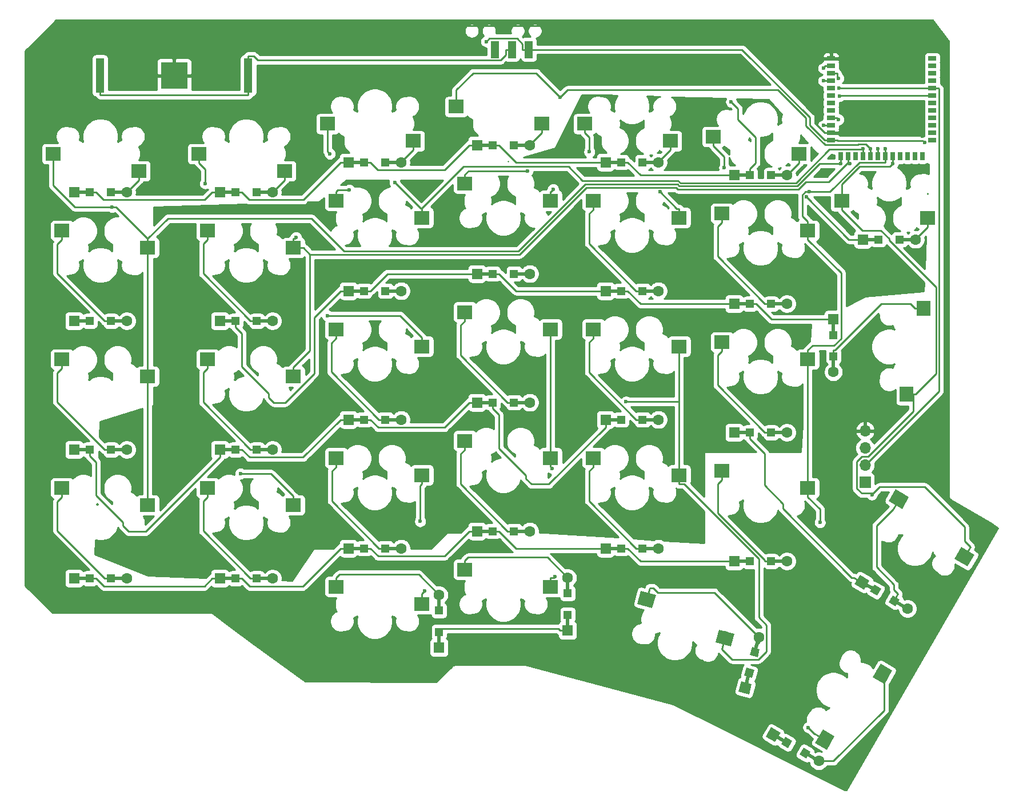
<source format=gtl>
G04 #@! TF.GenerationSoftware,KiCad,Pcbnew,(5.1.2)-2*
G04 #@! TF.CreationDate,2019-10-26T12:53:45+08:00*
G04 #@! TF.ProjectId,redox_rev1_routed3,7265646f-785f-4726-9576-315f726f7574,1.0*
G04 #@! TF.SameCoordinates,Original*
G04 #@! TF.FileFunction,Copper,L1,Top*
G04 #@! TF.FilePolarity,Positive*
%FSLAX46Y46*%
G04 Gerber Fmt 4.6, Leading zero omitted, Abs format (unit mm)*
G04 Created by KiCad (PCBNEW (5.1.2)-2) date 2019-10-26 12:53:45*
%MOMM*%
%LPD*%
G04 APERTURE LIST*
%ADD10C,4.000000*%
%ADD11C,2.000000*%
%ADD12C,0.100000*%
%ADD13R,2.300000X2.000000*%
%ADD14R,2.000000X2.300000*%
%ADD15O,1.700000X1.700000*%
%ADD16R,1.700000X1.700000*%
%ADD17C,1.200000*%
%ADD18C,1.600000*%
%ADD19C,0.500000*%
%ADD20R,1.198880X0.698500*%
%ADD21R,0.698500X1.198880*%
%ADD22R,1.200000X1.200000*%
%ADD23R,1.600000X1.600000*%
%ADD24R,2.500000X0.500000*%
%ADD25R,0.500000X2.500000*%
%ADD26R,1.270000X5.080000*%
%ADD27R,3.960000X3.960000*%
%ADD28R,1.250000X2.500000*%
%ADD29C,0.600000*%
%ADD30C,0.250000*%
%ADD31C,0.254000*%
G04 APERTURE END LIST*
D10*
X211137500Y-142081250D03*
X85344000Y-53848000D03*
X208756250Y-86868000D03*
X102870000Y-128905000D03*
X161925000Y-143668750D03*
D11*
X172349376Y-135184191D03*
D12*
G36*
X173719010Y-134515907D02*
G01*
X173201372Y-136447759D01*
X170979742Y-135852475D01*
X171497380Y-133920623D01*
X173719010Y-134515907D01*
X173719010Y-134515907D01*
G37*
D11*
X183959234Y-140924645D03*
D12*
G36*
X185328868Y-140256361D02*
G01*
X184811230Y-142188213D01*
X182589600Y-141592929D01*
X183107238Y-139661077D01*
X185328868Y-140256361D01*
X185328868Y-140256361D01*
G37*
D13*
X85740000Y-118705000D03*
X98440000Y-121245000D03*
X85740000Y-99655000D03*
X98440000Y-102195000D03*
X85740000Y-80605000D03*
X98440000Y-83145000D03*
X97140000Y-71795000D03*
X84440000Y-69255000D03*
X145430000Y-130770000D03*
X158130000Y-133310000D03*
X139080000Y-135850000D03*
X126380000Y-133310000D03*
X183530000Y-116165000D03*
X196230000Y-118705000D03*
X164480000Y-114260000D03*
X177180000Y-116800000D03*
X145430000Y-111720000D03*
X158130000Y-114260000D03*
X126380000Y-114260000D03*
X139080000Y-116800000D03*
X107330000Y-118705000D03*
X120030000Y-121245000D03*
D11*
X209713655Y-120350950D03*
D12*
G36*
X211209584Y-120059925D02*
G01*
X210209584Y-121791975D01*
X208217726Y-120641975D01*
X209217726Y-118909925D01*
X211209584Y-120059925D01*
X211209584Y-120059925D01*
G37*
D11*
X219442178Y-128900654D03*
D12*
G36*
X220938107Y-128609629D02*
G01*
X219938107Y-130341679D01*
X217946249Y-129191679D01*
X218946249Y-127459629D01*
X220938107Y-128609629D01*
X220938107Y-128609629D01*
G37*
D13*
X183530000Y-97115000D03*
X196230000Y-99655000D03*
X164480000Y-95210000D03*
X177180000Y-97750000D03*
X145430000Y-92670000D03*
X158130000Y-95210000D03*
X126380000Y-95210000D03*
X139080000Y-97750000D03*
X107330000Y-99655000D03*
X120030000Y-102195000D03*
X183530000Y-78065000D03*
X196230000Y-80605000D03*
X164480000Y-76160000D03*
X177180000Y-78700000D03*
X145430000Y-73620000D03*
X158130000Y-76160000D03*
X126380000Y-76160000D03*
X139080000Y-78700000D03*
X107330000Y-80605000D03*
X120030000Y-83145000D03*
X213980000Y-78780000D03*
X201280000Y-76240000D03*
X194930000Y-69255000D03*
X182230000Y-66715000D03*
X175880000Y-67350000D03*
X163180000Y-64810000D03*
X156830000Y-64810000D03*
X144130000Y-62270000D03*
X137780000Y-67350000D03*
X125080000Y-64810000D03*
X118730000Y-71795000D03*
X106030000Y-69255000D03*
D14*
X213400000Y-92090000D03*
X210860000Y-104790000D03*
D11*
X207309050Y-146213655D03*
D12*
G36*
X207600075Y-147709584D02*
G01*
X205868025Y-146709584D01*
X207018025Y-144717726D01*
X208750075Y-145717726D01*
X207600075Y-147709584D01*
X207600075Y-147709584D01*
G37*
D11*
X198759346Y-155942178D03*
D12*
G36*
X199050371Y-157438107D02*
G01*
X197318321Y-156438107D01*
X198468321Y-154446249D01*
X200200371Y-155446249D01*
X199050371Y-157438107D01*
X199050371Y-157438107D01*
G37*
D15*
X204724000Y-110236000D03*
X204724000Y-112776000D03*
X204724000Y-115316000D03*
D16*
X204724000Y-117856000D03*
D17*
X187552360Y-146047333D03*
D12*
G36*
X187128096Y-145312486D02*
G01*
X188287207Y-145623069D01*
X187976624Y-146782180D01*
X186817513Y-146471597D01*
X187128096Y-145312486D01*
X187128096Y-145312486D01*
G37*
D17*
X188367640Y-143004667D03*
D12*
G36*
X187943376Y-142269820D02*
G01*
X189102487Y-142580403D01*
X188791904Y-143739514D01*
X187632793Y-143428931D01*
X187943376Y-142269820D01*
X187943376Y-142269820D01*
G37*
D18*
X188969394Y-140758889D03*
X186950606Y-148293111D03*
D12*
G36*
X186384921Y-147313315D02*
G01*
X187930402Y-147727426D01*
X187516291Y-149272907D01*
X185970810Y-148858796D01*
X186384921Y-147313315D01*
X186384921Y-147313315D01*
G37*
D19*
X188658811Y-141918000D03*
D12*
G36*
X188740853Y-140645888D02*
G01*
X189223816Y-140775297D01*
X188576769Y-143190112D01*
X188093806Y-143060703D01*
X188740853Y-140645888D01*
X188740853Y-140645888D01*
G37*
D19*
X187261189Y-147134000D03*
D12*
G36*
X187343231Y-145861888D02*
G01*
X187826194Y-145991297D01*
X187179147Y-148406112D01*
X186696184Y-148276703D01*
X187343231Y-145861888D01*
X187343231Y-145861888D01*
G37*
D17*
X193105010Y-156374500D03*
D12*
G36*
X193924625Y-156154885D02*
G01*
X193324625Y-157194115D01*
X192285395Y-156594115D01*
X192885395Y-155554885D01*
X193924625Y-156154885D01*
X193924625Y-156154885D01*
G37*
D17*
X195832990Y-157949500D03*
D12*
G36*
X196652605Y-157729885D02*
G01*
X196052605Y-158769115D01*
X195013375Y-158169115D01*
X195613375Y-157129885D01*
X196652605Y-157729885D01*
X196652605Y-157729885D01*
G37*
D18*
X197846499Y-159112000D03*
X191091501Y-155212000D03*
D12*
G36*
X192184321Y-154919180D02*
G01*
X191384321Y-156304820D01*
X189998681Y-155504820D01*
X190798681Y-154119180D01*
X192184321Y-154919180D01*
X192184321Y-154919180D01*
G37*
D19*
X196807269Y-158512000D03*
D12*
G36*
X198014801Y-158920494D02*
G01*
X197764801Y-159353506D01*
X195599737Y-158103506D01*
X195849737Y-157670494D01*
X198014801Y-158920494D01*
X198014801Y-158920494D01*
G37*
D19*
X192130731Y-155812000D03*
D12*
G36*
X193338263Y-156220494D02*
G01*
X193088263Y-156653506D01*
X190923199Y-155403506D01*
X191173199Y-154970494D01*
X193338263Y-156220494D01*
X193338263Y-156220494D01*
G37*
D20*
X199670920Y-67246500D03*
X214667080Y-60647580D03*
X214667080Y-59547760D03*
D21*
X201121260Y-69596000D03*
D20*
X199670920Y-65046860D03*
X199670920Y-63947040D03*
X199670920Y-62847220D03*
X199670920Y-61747400D03*
X199670920Y-60647580D03*
X199670920Y-59547760D03*
X199670920Y-58447940D03*
X199670920Y-57348120D03*
X199670920Y-56248300D03*
X214667080Y-55148480D03*
X214667080Y-56248300D03*
X214667080Y-57348120D03*
X214667080Y-58447940D03*
X214667080Y-61747400D03*
X214667080Y-62847220D03*
X214667080Y-63947040D03*
X214667080Y-65046860D03*
X214667080Y-66146680D03*
X214667080Y-67246500D03*
D21*
X213216740Y-69596000D03*
X212116920Y-69596000D03*
X211017100Y-69596000D03*
X209917280Y-69596000D03*
X208817460Y-69596000D03*
X207717640Y-69596000D03*
X206620360Y-69596000D03*
X205520540Y-69596000D03*
X204420720Y-69596000D03*
X203320900Y-69596000D03*
X202221080Y-69596000D03*
D20*
X199670920Y-55148480D03*
X199670920Y-66146680D03*
D22*
X89865000Y-74930000D03*
X93015000Y-74930000D03*
D18*
X95340000Y-74930000D03*
D23*
X87540000Y-74930000D03*
D24*
X94140000Y-74930000D03*
X88740000Y-74930000D03*
D22*
X111455000Y-74930000D03*
X114605000Y-74930000D03*
D18*
X116930000Y-74930000D03*
D23*
X109130000Y-74930000D03*
D24*
X115730000Y-74930000D03*
X110330000Y-74930000D03*
D22*
X130505000Y-70485000D03*
X133655000Y-70485000D03*
D18*
X135980000Y-70485000D03*
D23*
X128180000Y-70485000D03*
D24*
X134780000Y-70485000D03*
X129380000Y-70485000D03*
D22*
X149555000Y-67945000D03*
X152705000Y-67945000D03*
D18*
X155030000Y-67945000D03*
D23*
X147230000Y-67945000D03*
D24*
X153830000Y-67945000D03*
X148430000Y-67945000D03*
D22*
X168605000Y-70485000D03*
X171755000Y-70485000D03*
D18*
X174080000Y-70485000D03*
D23*
X166280000Y-70485000D03*
D24*
X172880000Y-70485000D03*
X167480000Y-70485000D03*
D22*
X187655000Y-72390000D03*
X190805000Y-72390000D03*
D18*
X193130000Y-72390000D03*
D23*
X185330000Y-72390000D03*
D24*
X191930000Y-72390000D03*
X186530000Y-72390000D03*
D22*
X206705000Y-81915000D03*
X209855000Y-81915000D03*
D18*
X212180000Y-81915000D03*
D23*
X204380000Y-81915000D03*
D24*
X210980000Y-81915000D03*
X205580000Y-81915000D03*
D22*
X89865000Y-93980000D03*
X93015000Y-93980000D03*
D18*
X95340000Y-93980000D03*
D23*
X87540000Y-93980000D03*
D24*
X94140000Y-93980000D03*
X88740000Y-93980000D03*
D22*
X111455000Y-93980000D03*
X114605000Y-93980000D03*
D18*
X116930000Y-93980000D03*
D23*
X109130000Y-93980000D03*
D24*
X115730000Y-93980000D03*
X110330000Y-93980000D03*
D22*
X130505000Y-89535000D03*
X133655000Y-89535000D03*
D18*
X135980000Y-89535000D03*
D23*
X128180000Y-89535000D03*
D24*
X134780000Y-89535000D03*
X129380000Y-89535000D03*
D22*
X149555000Y-86995000D03*
X152705000Y-86995000D03*
D18*
X155030000Y-86995000D03*
D23*
X147230000Y-86995000D03*
D24*
X153830000Y-86995000D03*
X148430000Y-86995000D03*
D22*
X168605000Y-89535000D03*
X171755000Y-89535000D03*
D18*
X174080000Y-89535000D03*
D23*
X166280000Y-89535000D03*
D24*
X172880000Y-89535000D03*
X167480000Y-89535000D03*
D22*
X187655000Y-91440000D03*
X190805000Y-91440000D03*
D18*
X193130000Y-91440000D03*
D23*
X185330000Y-91440000D03*
D24*
X191930000Y-91440000D03*
X186530000Y-91440000D03*
D25*
X200025000Y-94931200D03*
X200025000Y-100331200D03*
D23*
X200025000Y-93731200D03*
D18*
X200025000Y-101531200D03*
D22*
X200025000Y-99206200D03*
X200025000Y-96056200D03*
X89865000Y-113030000D03*
X93015000Y-113030000D03*
D18*
X95340000Y-113030000D03*
D23*
X87540000Y-113030000D03*
D24*
X94140000Y-113030000D03*
X88740000Y-113030000D03*
D22*
X111455000Y-113030000D03*
X114605000Y-113030000D03*
D18*
X116930000Y-113030000D03*
D23*
X109130000Y-113030000D03*
D24*
X115730000Y-113030000D03*
X110330000Y-113030000D03*
D22*
X130505000Y-108585000D03*
X133655000Y-108585000D03*
D18*
X135980000Y-108585000D03*
D23*
X128180000Y-108585000D03*
D24*
X134780000Y-108585000D03*
X129380000Y-108585000D03*
D22*
X149555000Y-106045000D03*
X152705000Y-106045000D03*
D18*
X155030000Y-106045000D03*
D23*
X147230000Y-106045000D03*
D24*
X153830000Y-106045000D03*
X148430000Y-106045000D03*
D22*
X168605000Y-108585000D03*
X171755000Y-108585000D03*
D18*
X174080000Y-108585000D03*
D23*
X166280000Y-108585000D03*
D24*
X172880000Y-108585000D03*
X167480000Y-108585000D03*
D22*
X187655000Y-110490000D03*
X190805000Y-110490000D03*
D18*
X193130000Y-110490000D03*
D23*
X185330000Y-110490000D03*
D24*
X191930000Y-110490000D03*
X186530000Y-110490000D03*
D17*
X206281010Y-133832500D03*
D12*
G36*
X207100625Y-133612885D02*
G01*
X206500625Y-134652115D01*
X205461395Y-134052115D01*
X206061395Y-133012885D01*
X207100625Y-133612885D01*
X207100625Y-133612885D01*
G37*
D17*
X209008990Y-135407500D03*
D12*
G36*
X209828605Y-135187885D02*
G01*
X209228605Y-136227115D01*
X208189375Y-135627115D01*
X208789375Y-134587885D01*
X209828605Y-135187885D01*
X209828605Y-135187885D01*
G37*
D18*
X211022499Y-136570000D03*
X204267501Y-132670000D03*
D12*
G36*
X205360321Y-132377180D02*
G01*
X204560321Y-133762820D01*
X203174681Y-132962820D01*
X203974681Y-131577180D01*
X205360321Y-132377180D01*
X205360321Y-132377180D01*
G37*
D19*
X209983269Y-135970000D03*
D12*
G36*
X211190801Y-136378494D02*
G01*
X210940801Y-136811506D01*
X208775737Y-135561506D01*
X209025737Y-135128494D01*
X211190801Y-136378494D01*
X211190801Y-136378494D01*
G37*
D19*
X205306731Y-133270000D03*
D12*
G36*
X206514263Y-133678494D02*
G01*
X206264263Y-134111506D01*
X204099199Y-132861506D01*
X204349199Y-132428494D01*
X206514263Y-133678494D01*
X206514263Y-133678494D01*
G37*
D22*
X89865000Y-132080000D03*
X93015000Y-132080000D03*
D18*
X95340000Y-132080000D03*
D23*
X87540000Y-132080000D03*
D24*
X94140000Y-132080000D03*
X88740000Y-132080000D03*
D22*
X111455000Y-132080000D03*
X114605000Y-132080000D03*
D18*
X116930000Y-132080000D03*
D23*
X109130000Y-132080000D03*
D24*
X115730000Y-132080000D03*
X110330000Y-132080000D03*
D22*
X130505000Y-127635000D03*
X133655000Y-127635000D03*
D18*
X135980000Y-127635000D03*
D23*
X128180000Y-127635000D03*
D24*
X134780000Y-127635000D03*
X129380000Y-127635000D03*
D22*
X149555000Y-125095000D03*
X152705000Y-125095000D03*
D18*
X155030000Y-125095000D03*
D23*
X147230000Y-125095000D03*
D24*
X153830000Y-125095000D03*
X148430000Y-125095000D03*
D22*
X168605000Y-127635000D03*
X171755000Y-127635000D03*
D18*
X174080000Y-127635000D03*
D23*
X166280000Y-127635000D03*
D24*
X172880000Y-127635000D03*
X167480000Y-127635000D03*
D22*
X187655000Y-129540000D03*
X190805000Y-129540000D03*
D18*
X193130000Y-129540000D03*
D23*
X185330000Y-129540000D03*
D24*
X191930000Y-129540000D03*
X186530000Y-129540000D03*
D22*
X141605000Y-140005000D03*
X141605000Y-136855000D03*
D18*
X141605000Y-134530000D03*
D23*
X141605000Y-142330000D03*
D25*
X141605000Y-135730000D03*
X141605000Y-141130000D03*
D22*
X160655000Y-137465000D03*
X160655000Y-134315000D03*
D18*
X160655000Y-131990000D03*
D23*
X160655000Y-139790000D03*
D25*
X160655000Y-133190000D03*
X160655000Y-138590000D03*
D26*
X113347000Y-57658000D03*
X91377000Y-57658000D03*
D27*
X102362000Y-57658000D03*
D28*
X149900000Y-53804000D03*
X152400000Y-53804000D03*
X154900000Y-53804000D03*
D29*
X184877700Y-61555900D03*
X198559000Y-56586400D03*
X196030100Y-75634500D03*
X200779700Y-58078600D03*
X128296400Y-74581900D03*
X154740800Y-71765000D03*
X198569400Y-58447900D03*
X200784100Y-64177200D03*
X198559000Y-65046900D03*
X93152100Y-77141600D03*
X201121300Y-70723400D03*
X106955500Y-73635700D03*
X120416000Y-81618100D03*
X202492300Y-70697400D03*
X112199300Y-116585500D03*
X125424500Y-69245700D03*
X125080000Y-93210400D03*
X204420700Y-68485500D03*
X138804300Y-123651700D03*
X139468000Y-133970800D03*
X135029400Y-73461100D03*
X158500900Y-74476900D03*
X159559700Y-60840300D03*
X205520500Y-68495200D03*
X158763900Y-131804700D03*
X158329900Y-115785200D03*
X169296000Y-105926200D03*
X206620400Y-68491400D03*
X163870600Y-68958600D03*
X174313800Y-74861900D03*
X183859100Y-71301200D03*
X196415300Y-74875700D03*
X196307000Y-154145600D03*
X198031500Y-123807700D03*
X207717600Y-68468500D03*
X205732600Y-119701700D03*
X208817500Y-70696900D03*
X148610000Y-52621800D03*
X213511700Y-67603300D03*
X213233500Y-66655600D03*
X102362000Y-55176300D03*
X200828100Y-59547800D03*
X200948300Y-60703700D03*
D30*
X95340000Y-74930000D02*
X95340000Y-74920300D01*
X95340000Y-74920300D02*
X97140000Y-73120300D01*
X95340000Y-74930000D02*
X94140000Y-74930000D01*
X97140000Y-71795000D02*
X97140000Y-73120300D01*
X94140000Y-74930000D02*
X93015000Y-74930000D01*
X184877700Y-61555900D02*
X185905400Y-62583600D01*
X185905400Y-62583600D02*
X185905400Y-64169700D01*
X185905400Y-64169700D02*
X188523700Y-66788000D01*
X188523700Y-66788000D02*
X188523700Y-70596000D01*
X188523700Y-70596000D02*
X187655000Y-71464700D01*
X187655000Y-72390000D02*
X187655000Y-71464700D01*
X111455000Y-74930000D02*
X112380300Y-74930000D01*
X128180000Y-70485000D02*
X127054700Y-70485000D01*
X127054700Y-70485000D02*
X121484300Y-76055400D01*
X121484300Y-76055400D02*
X113505700Y-76055400D01*
X113505700Y-76055400D02*
X112380300Y-74930000D01*
X129380000Y-70485000D02*
X128180000Y-70485000D01*
X89865000Y-74930000D02*
X90790300Y-74930000D01*
X90790300Y-74930000D02*
X91915600Y-76055300D01*
X91915600Y-76055300D02*
X106879400Y-76055300D01*
X106879400Y-76055300D02*
X108004700Y-74930000D01*
X88740000Y-74930000D02*
X89865000Y-74930000D01*
X109130000Y-74930000D02*
X108004700Y-74930000D01*
X110330000Y-74930000D02*
X109130000Y-74930000D01*
X184204700Y-72390000D02*
X171435300Y-72390000D01*
X171435300Y-72390000D02*
X169530300Y-70485000D01*
X198746200Y-56248300D02*
X198746200Y-56399200D01*
X198746200Y-56399200D02*
X198559000Y-56586400D01*
X199670900Y-56248300D02*
X198746200Y-56248300D01*
X131430300Y-70485000D02*
X132558200Y-71612900D01*
X132558200Y-71612900D02*
X142436800Y-71612900D01*
X142436800Y-71612900D02*
X146104700Y-67945000D01*
X147230000Y-67945000D02*
X146104700Y-67945000D01*
X148430000Y-67945000D02*
X147230000Y-67945000D01*
X130505000Y-70485000D02*
X131430300Y-70485000D01*
X196030100Y-75634500D02*
X202310600Y-81915000D01*
X202310600Y-81915000D02*
X204380000Y-81915000D01*
X168605000Y-70485000D02*
X169530300Y-70485000D01*
X185330000Y-72390000D02*
X184204700Y-72390000D01*
X186530000Y-72390000D02*
X185330000Y-72390000D01*
X186530000Y-72390000D02*
X187655000Y-72390000D01*
X149555000Y-67945000D02*
X150480300Y-67945000D01*
X166280000Y-70485000D02*
X153020300Y-70485000D01*
X153020300Y-70485000D02*
X150480300Y-67945000D01*
X167480000Y-70485000D02*
X166280000Y-70485000D01*
X205580000Y-81915000D02*
X204380000Y-81915000D01*
X87540000Y-74930000D02*
X88740000Y-74930000D01*
X110330000Y-74930000D02*
X111455000Y-74930000D01*
X129380000Y-70485000D02*
X130505000Y-70485000D01*
X148430000Y-67945000D02*
X149555000Y-67945000D01*
X167480000Y-70485000D02*
X168605000Y-70485000D01*
X205580000Y-81915000D02*
X206705000Y-81915000D01*
X118730000Y-71795000D02*
X118730000Y-73120300D01*
X118730000Y-73120300D02*
X116930000Y-74920300D01*
X116930000Y-74920300D02*
X116930000Y-74930000D01*
X116930000Y-74930000D02*
X115730000Y-74930000D01*
X115730000Y-74930000D02*
X114605000Y-74930000D01*
X137780000Y-67350000D02*
X137780000Y-68675300D01*
X137780000Y-68675300D02*
X135980000Y-70475300D01*
X135980000Y-70475300D02*
X135980000Y-70485000D01*
X135980000Y-70485000D02*
X134780000Y-70485000D01*
X134780000Y-70485000D02*
X133655000Y-70485000D01*
X155030000Y-67945000D02*
X155030000Y-67935300D01*
X155030000Y-67935300D02*
X156830000Y-66135300D01*
X153830000Y-67945000D02*
X155030000Y-67945000D01*
X156830000Y-64810000D02*
X156830000Y-66135300D01*
X153830000Y-67945000D02*
X152705000Y-67945000D01*
X174080000Y-70485000D02*
X174080000Y-70475300D01*
X174080000Y-70475300D02*
X175880000Y-68675300D01*
X174080000Y-70485000D02*
X172880000Y-70485000D01*
X175880000Y-67350000D02*
X175880000Y-68675300D01*
X172880000Y-70485000D02*
X171755000Y-70485000D01*
X193130000Y-72390000D02*
X193130000Y-72380300D01*
X193130000Y-72380300D02*
X194930000Y-70580300D01*
X191930000Y-72390000D02*
X193130000Y-72390000D01*
X194930000Y-69255000D02*
X194930000Y-70580300D01*
X191930000Y-72390000D02*
X190805000Y-72390000D01*
X212180000Y-81915000D02*
X212180000Y-81905300D01*
X212180000Y-81905300D02*
X213980000Y-80105300D01*
X212180000Y-81915000D02*
X210980000Y-81915000D01*
X210980000Y-81915000D02*
X209855000Y-81915000D01*
X213980000Y-78780000D02*
X213980000Y-80105300D01*
X85740000Y-80605000D02*
X85740000Y-81930300D01*
X93015000Y-93980000D02*
X92089700Y-93980000D01*
X92089700Y-93980000D02*
X85032100Y-86922400D01*
X85032100Y-86922400D02*
X85032100Y-82638200D01*
X85032100Y-82638200D02*
X85740000Y-81930300D01*
X94140000Y-93980000D02*
X93015000Y-93980000D01*
X95340000Y-93980000D02*
X94140000Y-93980000D01*
X168605000Y-89535000D02*
X169530300Y-89535000D01*
X185330000Y-91440000D02*
X171435300Y-91440000D01*
X171435300Y-91440000D02*
X169530300Y-89535000D01*
X186530000Y-91440000D02*
X185330000Y-91440000D01*
X111455000Y-93980000D02*
X111455000Y-94905300D01*
X128180000Y-89535000D02*
X127054700Y-89535000D01*
X127054700Y-89535000D02*
X123116800Y-93472900D01*
X123116800Y-93472900D02*
X123116800Y-101731200D01*
X123116800Y-101731200D02*
X118796500Y-106051500D01*
X118796500Y-106051500D02*
X117106200Y-106051500D01*
X117106200Y-106051500D02*
X116354600Y-105299900D01*
X116354600Y-105299900D02*
X116354600Y-104740200D01*
X116354600Y-104740200D02*
X112380300Y-100765900D01*
X112380300Y-100765900D02*
X112380300Y-95830600D01*
X112380300Y-95830600D02*
X111455000Y-94905300D01*
X129380000Y-89535000D02*
X128180000Y-89535000D01*
X110330000Y-93980000D02*
X111455000Y-93980000D01*
X110330000Y-93980000D02*
X109130000Y-93980000D01*
X87540000Y-93980000D02*
X88740000Y-93980000D01*
X88740000Y-93980000D02*
X89865000Y-93980000D01*
X129380000Y-89535000D02*
X130505000Y-89535000D01*
X130505000Y-89535000D02*
X131430300Y-89535000D01*
X147230000Y-86995000D02*
X133970300Y-86995000D01*
X133970300Y-86995000D02*
X131430300Y-89535000D01*
X148430000Y-86995000D02*
X147230000Y-86995000D01*
X148430000Y-86995000D02*
X149555000Y-86995000D01*
X149555000Y-86995000D02*
X150480300Y-86995000D01*
X166280000Y-89535000D02*
X153020300Y-89535000D01*
X153020300Y-89535000D02*
X150480300Y-86995000D01*
X167480000Y-89535000D02*
X166280000Y-89535000D01*
X167480000Y-89535000D02*
X168605000Y-89535000D01*
X186530000Y-91440000D02*
X187655000Y-91440000D01*
X199670900Y-57348100D02*
X200595600Y-57348100D01*
X200779700Y-58078600D02*
X200595600Y-57894500D01*
X200595600Y-57894500D02*
X200595600Y-57348100D01*
X200025000Y-93731200D02*
X190871500Y-93731200D01*
X190871500Y-93731200D02*
X188580300Y-91440000D01*
X187655000Y-91440000D02*
X188580300Y-91440000D01*
X200025000Y-93731200D02*
X200025000Y-94931200D01*
X200025000Y-96056200D02*
X200025000Y-94931200D01*
X107330000Y-80605000D02*
X107330000Y-81930300D01*
X114605000Y-93980000D02*
X113679700Y-93980000D01*
X113679700Y-93980000D02*
X106674500Y-86974800D01*
X106674500Y-86974800D02*
X106674500Y-82585800D01*
X106674500Y-82585800D02*
X107330000Y-81930300D01*
X115730000Y-93980000D02*
X114605000Y-93980000D01*
X116930000Y-93980000D02*
X115730000Y-93980000D01*
X126380000Y-76160000D02*
X126380000Y-74834700D01*
X128296400Y-74581900D02*
X126632800Y-74581900D01*
X126632800Y-74581900D02*
X126380000Y-74834700D01*
X135980000Y-89535000D02*
X134780000Y-89535000D01*
X134780000Y-89535000D02*
X133655000Y-89535000D01*
X145430000Y-72294700D02*
X145959700Y-71765000D01*
X145959700Y-71765000D02*
X154740800Y-71765000D01*
X145430000Y-73620000D02*
X145430000Y-72294700D01*
X155030000Y-86995000D02*
X153830000Y-86995000D01*
X153830000Y-86995000D02*
X152705000Y-86995000D01*
X164480000Y-76160000D02*
X164480000Y-77485300D01*
X171755000Y-89535000D02*
X170829700Y-89535000D01*
X170829700Y-89535000D02*
X163824600Y-82529900D01*
X163824600Y-82529900D02*
X163824600Y-78140700D01*
X163824600Y-78140700D02*
X164480000Y-77485300D01*
X172880000Y-89535000D02*
X171755000Y-89535000D01*
X174080000Y-89535000D02*
X172880000Y-89535000D01*
X183530000Y-78065000D02*
X183530000Y-79390300D01*
X190805000Y-91440000D02*
X189879700Y-91440000D01*
X189879700Y-91440000D02*
X182874600Y-84434900D01*
X182874600Y-84434900D02*
X182874600Y-80045700D01*
X182874600Y-80045700D02*
X183530000Y-79390300D01*
X191930000Y-91440000D02*
X190805000Y-91440000D01*
X193130000Y-91440000D02*
X191930000Y-91440000D01*
X200025000Y-98280900D02*
X200217000Y-98280900D01*
X200217000Y-98280900D02*
X207088800Y-91409100D01*
X207088800Y-91409100D02*
X211393800Y-91409100D01*
X211393800Y-91409100D02*
X212074700Y-92090000D01*
X200025000Y-99206200D02*
X200025000Y-98280900D01*
X213400000Y-92090000D02*
X212074700Y-92090000D01*
X200025000Y-101531200D02*
X200025000Y-100331200D01*
X200025000Y-99206200D02*
X200025000Y-100331200D01*
X85740000Y-99655000D02*
X85740000Y-100980300D01*
X93015000Y-113030000D02*
X92089700Y-113030000D01*
X92089700Y-113030000D02*
X85032100Y-105972400D01*
X85032100Y-105972400D02*
X85032100Y-101688200D01*
X85032100Y-101688200D02*
X85740000Y-100980300D01*
X94140000Y-113030000D02*
X93015000Y-113030000D01*
X95340000Y-113030000D02*
X94140000Y-113030000D01*
X166280000Y-108585000D02*
X166280000Y-109710300D01*
X166280000Y-109710300D02*
X157850700Y-118139600D01*
X157850700Y-118139600D02*
X155265800Y-118139600D01*
X155265800Y-118139600D02*
X154454600Y-117328400D01*
X154454600Y-117328400D02*
X154454600Y-116805200D01*
X154454600Y-116805200D02*
X150480300Y-112830900D01*
X150480300Y-112830900D02*
X150480300Y-107895600D01*
X150480300Y-107895600D02*
X149555000Y-106970300D01*
X167480000Y-108585000D02*
X166280000Y-108585000D01*
X149555000Y-106045000D02*
X149555000Y-106970300D01*
X109130000Y-113030000D02*
X109130000Y-114155300D01*
X109130000Y-114155300D02*
X98160700Y-125124600D01*
X98160700Y-125124600D02*
X95575800Y-125124600D01*
X95575800Y-125124600D02*
X94764600Y-124313400D01*
X94764600Y-124313400D02*
X94764600Y-123790200D01*
X94764600Y-123790200D02*
X90790300Y-119815900D01*
X90790300Y-119815900D02*
X90790300Y-114880600D01*
X90790300Y-114880600D02*
X89865000Y-113955300D01*
X110330000Y-113030000D02*
X109130000Y-113030000D01*
X89865000Y-113030000D02*
X89865000Y-113955300D01*
X199670900Y-58447900D02*
X198569400Y-58447900D01*
X147230000Y-106045000D02*
X146104700Y-106045000D01*
X146104700Y-106045000D02*
X142408000Y-109741700D01*
X142408000Y-109741700D02*
X132587000Y-109741700D01*
X132587000Y-109741700D02*
X131430300Y-108585000D01*
X148430000Y-106045000D02*
X147230000Y-106045000D01*
X130505000Y-108585000D02*
X131430300Y-108585000D01*
X111455000Y-113030000D02*
X112380300Y-113030000D01*
X128180000Y-108585000D02*
X127054700Y-108585000D01*
X127054700Y-108585000D02*
X121472600Y-114167100D01*
X121472600Y-114167100D02*
X113517400Y-114167100D01*
X113517400Y-114167100D02*
X112380300Y-113030000D01*
X129380000Y-108585000D02*
X128180000Y-108585000D01*
X187655000Y-110490000D02*
X187655000Y-111415300D01*
X187655000Y-111415300D02*
X189820100Y-113580400D01*
X189820100Y-113580400D02*
X189820100Y-118311100D01*
X189820100Y-118311100D02*
X192547900Y-121038900D01*
X192547900Y-121038900D02*
X192547900Y-121776800D01*
X192547900Y-121776800D02*
X202727800Y-131956700D01*
X202727800Y-131956700D02*
X203031800Y-131956700D01*
X203031800Y-131956700D02*
X203031900Y-131956600D01*
X186530000Y-110490000D02*
X187655000Y-110490000D01*
X204267500Y-132670000D02*
X203031900Y-131956600D01*
X205306700Y-133270000D02*
X204867500Y-133270000D01*
X204867500Y-133270000D02*
X204267500Y-132670000D01*
X206281000Y-133832500D02*
X205718500Y-133270000D01*
X205718500Y-133270000D02*
X205306700Y-133270000D01*
X87540000Y-113030000D02*
X88740000Y-113030000D01*
X88740000Y-113030000D02*
X89865000Y-113030000D01*
X110330000Y-113030000D02*
X111455000Y-113030000D01*
X129380000Y-108585000D02*
X130505000Y-108585000D01*
X148430000Y-106045000D02*
X149555000Y-106045000D01*
X167480000Y-108585000D02*
X168605000Y-108585000D01*
X186530000Y-110490000D02*
X185330000Y-110490000D01*
X107330000Y-99655000D02*
X107330000Y-100980300D01*
X114605000Y-113030000D02*
X113679700Y-113030000D01*
X113679700Y-113030000D02*
X106674500Y-106024800D01*
X106674500Y-106024800D02*
X106674500Y-101635800D01*
X106674500Y-101635800D02*
X107330000Y-100980300D01*
X115730000Y-113030000D02*
X114605000Y-113030000D01*
X116930000Y-113030000D02*
X115730000Y-113030000D01*
X126380000Y-95210000D02*
X126380000Y-96535300D01*
X133655000Y-108585000D02*
X132729700Y-108585000D01*
X132729700Y-108585000D02*
X125670600Y-101525900D01*
X125670600Y-101525900D02*
X125670600Y-97244700D01*
X125670600Y-97244700D02*
X126380000Y-96535300D01*
X134780000Y-108585000D02*
X133655000Y-108585000D01*
X135980000Y-108585000D02*
X134780000Y-108585000D01*
X145430000Y-92670000D02*
X145430000Y-93995300D01*
X152705000Y-106045000D02*
X151779700Y-106045000D01*
X151779700Y-106045000D02*
X144774600Y-99039900D01*
X144774600Y-99039900D02*
X144774600Y-94650700D01*
X144774600Y-94650700D02*
X145430000Y-93995300D01*
X153830000Y-106045000D02*
X152705000Y-106045000D01*
X155030000Y-106045000D02*
X153830000Y-106045000D01*
X164480000Y-95210000D02*
X164480000Y-96535300D01*
X171755000Y-108585000D02*
X170829700Y-108585000D01*
X170829700Y-108585000D02*
X163824600Y-101579900D01*
X163824600Y-101579900D02*
X163824600Y-97190700D01*
X163824600Y-97190700D02*
X164480000Y-96535300D01*
X172880000Y-108585000D02*
X171755000Y-108585000D01*
X174080000Y-108585000D02*
X172880000Y-108585000D01*
X183530000Y-97115000D02*
X183530000Y-98440300D01*
X190805000Y-110490000D02*
X189879700Y-110490000D01*
X189879700Y-110490000D02*
X182874500Y-103484800D01*
X182874500Y-103484800D02*
X182874500Y-99095800D01*
X182874500Y-99095800D02*
X183530000Y-98440300D01*
X191930000Y-110490000D02*
X190805000Y-110490000D01*
X193130000Y-110490000D02*
X191930000Y-110490000D01*
X209009000Y-135407500D02*
X210025000Y-135994100D01*
X210283300Y-136270000D02*
X210024900Y-136011600D01*
X210024900Y-136011600D02*
X210024900Y-135994200D01*
X210024900Y-135994200D02*
X210025000Y-135994100D01*
X210283300Y-136270000D02*
X209983300Y-135970000D01*
X211022500Y-136570000D02*
X210583300Y-136570000D01*
X210583300Y-136570000D02*
X210283300Y-136270000D01*
X209009000Y-135407500D02*
X209595600Y-134391500D01*
X209713700Y-120350900D02*
X208853300Y-121841100D01*
X208853300Y-121841100D02*
X206402300Y-124292100D01*
X206402300Y-124292100D02*
X206402300Y-130426700D01*
X206402300Y-130426700D02*
X209009000Y-133033400D01*
X209009000Y-133033400D02*
X209009000Y-133804900D01*
X209009000Y-133804900D02*
X209595600Y-134391500D01*
X85740000Y-118705000D02*
X85740000Y-120030300D01*
X93015000Y-132080000D02*
X92089700Y-132080000D01*
X92089700Y-132080000D02*
X85032100Y-125022400D01*
X85032100Y-125022400D02*
X85032100Y-120738200D01*
X85032100Y-120738200D02*
X85740000Y-120030300D01*
X94140000Y-132080000D02*
X93015000Y-132080000D01*
X95340000Y-132080000D02*
X94140000Y-132080000D01*
X89865000Y-132080000D02*
X90790300Y-132080000D01*
X109130000Y-132080000D02*
X108004700Y-132080000D01*
X108004700Y-132080000D02*
X106833000Y-133251700D01*
X106833000Y-133251700D02*
X91962000Y-133251700D01*
X91962000Y-133251700D02*
X90790300Y-132080000D01*
X110330000Y-132080000D02*
X109130000Y-132080000D01*
X130505000Y-127635000D02*
X131430300Y-127635000D01*
X147230000Y-125095000D02*
X146104700Y-125095000D01*
X146104700Y-125095000D02*
X142409800Y-128789900D01*
X142409800Y-128789900D02*
X132585200Y-128789900D01*
X132585200Y-128789900D02*
X131430300Y-127635000D01*
X148430000Y-125095000D02*
X147230000Y-125095000D01*
X111455000Y-132080000D02*
X112380300Y-132080000D01*
X128180000Y-127635000D02*
X127054700Y-127635000D01*
X127054700Y-127635000D02*
X121438000Y-133251700D01*
X121438000Y-133251700D02*
X113552000Y-133251700D01*
X113552000Y-133251700D02*
X112380300Y-132080000D01*
X129380000Y-127635000D02*
X128180000Y-127635000D01*
X199670900Y-63947000D02*
X200595600Y-63947000D01*
X200595600Y-63947000D02*
X200595600Y-63988700D01*
X200595600Y-63988700D02*
X200784100Y-64177200D01*
X168605000Y-127635000D02*
X169530300Y-127635000D01*
X185330000Y-129540000D02*
X171435300Y-129540000D01*
X171435300Y-129540000D02*
X169530300Y-127635000D01*
X186530000Y-129540000D02*
X185330000Y-129540000D01*
X149555000Y-125095000D02*
X150480300Y-125095000D01*
X166280000Y-127635000D02*
X153020300Y-127635000D01*
X153020300Y-127635000D02*
X150480300Y-125095000D01*
X167480000Y-127635000D02*
X166280000Y-127635000D01*
X88740000Y-132080000D02*
X87540000Y-132080000D01*
X89865000Y-132080000D02*
X88740000Y-132080000D01*
X111455000Y-132080000D02*
X110330000Y-132080000D01*
X130505000Y-127635000D02*
X129380000Y-127635000D01*
X149555000Y-125095000D02*
X148430000Y-125095000D01*
X168605000Y-127635000D02*
X167480000Y-127635000D01*
X186530000Y-129540000D02*
X187655000Y-129540000D01*
X107330000Y-118705000D02*
X107330000Y-120030300D01*
X114605000Y-132080000D02*
X113679700Y-132080000D01*
X113679700Y-132080000D02*
X106674600Y-125074900D01*
X106674600Y-125074900D02*
X106674600Y-120685700D01*
X106674600Y-120685700D02*
X107330000Y-120030300D01*
X115730000Y-132080000D02*
X114605000Y-132080000D01*
X116930000Y-132080000D02*
X115730000Y-132080000D01*
X126380000Y-114260000D02*
X126380000Y-115585300D01*
X133655000Y-127635000D02*
X132729700Y-127635000D01*
X132729700Y-127635000D02*
X125724500Y-120629800D01*
X125724500Y-120629800D02*
X125724500Y-116240800D01*
X125724500Y-116240800D02*
X126380000Y-115585300D01*
X134780000Y-127635000D02*
X133655000Y-127635000D01*
X135980000Y-127635000D02*
X134780000Y-127635000D01*
X152705000Y-125095000D02*
X151779700Y-125095000D01*
X145430000Y-111720000D02*
X145430000Y-113045300D01*
X145430000Y-113045300D02*
X144766400Y-113708900D01*
X144766400Y-113708900D02*
X144766400Y-118081700D01*
X144766400Y-118081700D02*
X151779700Y-125095000D01*
X155030000Y-125095000D02*
X153830000Y-125095000D01*
X153830000Y-125095000D02*
X152705000Y-125095000D01*
X164480000Y-114260000D02*
X164480000Y-115585300D01*
X171755000Y-127635000D02*
X170829700Y-127635000D01*
X170829700Y-127635000D02*
X163824600Y-120629900D01*
X163824600Y-120629900D02*
X163824600Y-116240700D01*
X163824600Y-116240700D02*
X164480000Y-115585300D01*
X172880000Y-127635000D02*
X171755000Y-127635000D01*
X174080000Y-127635000D02*
X172880000Y-127635000D01*
X189879700Y-129540000D02*
X189879700Y-129408200D01*
X189879700Y-129408200D02*
X182874600Y-122403100D01*
X182874600Y-122403100D02*
X182874600Y-118145700D01*
X182874600Y-118145700D02*
X183530000Y-117490300D01*
X183530000Y-116165000D02*
X183530000Y-117490300D01*
X190805000Y-129540000D02*
X189879700Y-129540000D01*
X191930000Y-129540000D02*
X190805000Y-129540000D01*
X193130000Y-129540000D02*
X191930000Y-129540000D01*
X199670900Y-65046900D02*
X198559000Y-65046900D01*
X187552400Y-146047300D02*
X187248700Y-147180700D01*
X187261200Y-147558200D02*
X187261200Y-147193100D01*
X187261200Y-147193100D02*
X187248800Y-147180700D01*
X187248800Y-147180700D02*
X187248700Y-147180700D01*
X187261200Y-147558200D02*
X187261200Y-147134000D01*
X186950600Y-148293100D02*
X187261200Y-147982500D01*
X187261200Y-147982500D02*
X187261200Y-147558200D01*
X141605000Y-140005000D02*
X141605000Y-139554700D01*
X141605000Y-141130000D02*
X141605000Y-140005000D01*
X160655000Y-139790000D02*
X159529700Y-139790000D01*
X159529700Y-139790000D02*
X159294400Y-139554700D01*
X159294400Y-139554700D02*
X141605000Y-139554700D01*
X193105000Y-156374500D02*
X192089000Y-155787900D01*
X191830700Y-155512000D02*
X192089100Y-155770400D01*
X192089100Y-155770400D02*
X192089100Y-155787800D01*
X192089100Y-155787800D02*
X192089000Y-155787900D01*
X191830700Y-155512000D02*
X192130700Y-155812000D01*
X191091500Y-155212000D02*
X191530700Y-155212000D01*
X191530700Y-155212000D02*
X191830700Y-155512000D01*
X141605000Y-141130000D02*
X141605000Y-142330000D01*
X160655000Y-138590000D02*
X160655000Y-139790000D01*
X160655000Y-137465000D02*
X160655000Y-138590000D01*
X126380000Y-133310000D02*
X126380000Y-131984700D01*
X141605000Y-134530000D02*
X138582800Y-131507800D01*
X138582800Y-131507800D02*
X126856900Y-131507800D01*
X126856900Y-131507800D02*
X126380000Y-131984700D01*
X141605000Y-135730000D02*
X141605000Y-134530000D01*
X141605000Y-136855000D02*
X141605000Y-135730000D01*
X145430000Y-130770000D02*
X145430000Y-129444700D01*
X145430000Y-129444700D02*
X145899500Y-128975200D01*
X145899500Y-128975200D02*
X157640200Y-128975200D01*
X157640200Y-128975200D02*
X160655000Y-131990000D01*
X160655000Y-133190000D02*
X160655000Y-131990000D01*
X160655000Y-134315000D02*
X160655000Y-133190000D01*
X172349400Y-135184200D02*
X172794700Y-133522100D01*
X172794700Y-133522100D02*
X173353700Y-133522100D01*
X173353700Y-133522100D02*
X173992500Y-134160900D01*
X173992500Y-134160900D02*
X182371400Y-134160900D01*
X182371400Y-134160900D02*
X188969400Y-140758900D01*
X188658800Y-141918000D02*
X188969400Y-141607400D01*
X188969400Y-141607400D02*
X188969400Y-140758900D01*
X188367600Y-143004700D02*
X188367600Y-142209200D01*
X188367600Y-142209200D02*
X188658800Y-141918000D01*
X197846500Y-159112000D02*
X200016900Y-159112000D01*
X200016900Y-159112000D02*
X207531900Y-151597000D01*
X207531900Y-151597000D02*
X207531900Y-146436500D01*
X207531900Y-146436500D02*
X207309100Y-146213700D01*
X197107300Y-158812000D02*
X197407300Y-159112000D01*
X197407300Y-159112000D02*
X197846500Y-159112000D01*
X195833000Y-157949500D02*
X196849000Y-158536100D01*
X197107300Y-158812000D02*
X196848900Y-158553600D01*
X196848900Y-158553600D02*
X196848900Y-158536200D01*
X196848900Y-158536200D02*
X196849000Y-158536100D01*
X197107300Y-158812000D02*
X196807300Y-158512000D01*
X98440000Y-102195000D02*
X98440000Y-119919700D01*
X98440000Y-83145000D02*
X98440000Y-102195000D01*
X98440000Y-121245000D02*
X98440000Y-119919700D01*
X93152100Y-77141600D02*
X87649000Y-77141600D01*
X87649000Y-77141600D02*
X84440000Y-73932600D01*
X84440000Y-73932600D02*
X84440000Y-69255000D01*
X98440000Y-81819700D02*
X93761900Y-77141600D01*
X93761900Y-77141600D02*
X93152100Y-77141600D01*
X201121300Y-70723400D02*
X197939500Y-70723400D01*
X197939500Y-70723400D02*
X194645200Y-74017700D01*
X194645200Y-74017700D02*
X177179000Y-74017700D01*
X177179000Y-74017700D02*
X176944300Y-73783000D01*
X176944300Y-73783000D02*
X163234800Y-73783000D01*
X163234800Y-73783000D02*
X153344800Y-83673000D01*
X153344800Y-83673000D02*
X127545900Y-83673000D01*
X127545900Y-83673000D02*
X122692300Y-78819400D01*
X122692300Y-78819400D02*
X101440300Y-78819400D01*
X101440300Y-78819400D02*
X98440000Y-81819700D01*
X201121300Y-70520700D02*
X201121300Y-70723400D01*
X98440000Y-83145000D02*
X98440000Y-81819700D01*
X201121300Y-69596000D02*
X201121300Y-70520700D01*
X106030000Y-69255000D02*
X106030000Y-70580300D01*
X106030000Y-70580300D02*
X106955500Y-71505800D01*
X106955500Y-71505800D02*
X106955500Y-73635700D01*
X120030000Y-83145000D02*
X120030000Y-81819700D01*
X120030000Y-81819700D02*
X120214400Y-81819700D01*
X120214400Y-81819700D02*
X120416000Y-81618100D01*
X120030000Y-102195000D02*
X120030000Y-100869700D01*
X122483700Y-84123400D02*
X121505300Y-83145000D01*
X202221100Y-70520700D02*
X199350200Y-73391600D01*
X199350200Y-73391600D02*
X195908200Y-73391600D01*
X195908200Y-73391600D02*
X194831800Y-74468000D01*
X194831800Y-74468000D02*
X176992400Y-74468000D01*
X176992400Y-74468000D02*
X176757800Y-74233400D01*
X176757800Y-74233400D02*
X163421300Y-74233400D01*
X163421300Y-74233400D02*
X153531300Y-84123400D01*
X153531300Y-84123400D02*
X122483700Y-84123400D01*
X122483700Y-84123400D02*
X122483700Y-98416000D01*
X122483700Y-98416000D02*
X120030000Y-100869700D01*
X120030000Y-83145000D02*
X121505300Y-83145000D01*
X202221100Y-70520700D02*
X202315600Y-70520700D01*
X202315600Y-70520700D02*
X202492300Y-70697400D01*
X202221100Y-69596000D02*
X202221100Y-70520700D01*
X120030000Y-121245000D02*
X120030000Y-119919700D01*
X112199300Y-116585500D02*
X116695800Y-116585500D01*
X116695800Y-116585500D02*
X120030000Y-119919700D01*
X125424500Y-69245700D02*
X125080000Y-68901200D01*
X125080000Y-68901200D02*
X125080000Y-64810000D01*
X204327900Y-68578500D02*
X199447500Y-68578500D01*
X199447500Y-68578500D02*
X194458600Y-73567400D01*
X194458600Y-73567400D02*
X177365600Y-73567400D01*
X177365600Y-73567400D02*
X177001300Y-73203100D01*
X177001300Y-73203100D02*
X162841400Y-73203100D01*
X162841400Y-73203100D02*
X160778000Y-71139700D01*
X160778000Y-71139700D02*
X145236800Y-71139700D01*
X145236800Y-71139700D02*
X139080000Y-77296500D01*
X139080000Y-96424700D02*
X135865700Y-93210400D01*
X135865700Y-93210400D02*
X125080000Y-93210400D01*
X139080000Y-97750000D02*
X139080000Y-96424700D01*
X204420700Y-68671300D02*
X204327900Y-68578500D01*
X204327900Y-68578500D02*
X204327900Y-68578300D01*
X204327900Y-68578300D02*
X204420700Y-68485500D01*
X139080000Y-77296500D02*
X139080000Y-78037300D01*
X135029400Y-73461100D02*
X138864800Y-77296500D01*
X138864800Y-77296500D02*
X139080000Y-77296500D01*
X204420700Y-69596000D02*
X204420700Y-68671300D01*
X139080000Y-78700000D02*
X139080000Y-78037300D01*
X139080000Y-116800000D02*
X139080000Y-118125300D01*
X138804300Y-123651700D02*
X138804300Y-118401000D01*
X138804300Y-118401000D02*
X139080000Y-118125300D01*
X139080000Y-135850000D02*
X139080000Y-134358800D01*
X139080000Y-134358800D02*
X139468000Y-133970800D01*
X159559700Y-60840300D02*
X160595500Y-59804500D01*
X160595500Y-59804500D02*
X191816500Y-59804500D01*
X191816500Y-59804500D02*
X195966400Y-63954400D01*
X195966400Y-63954400D02*
X195966400Y-65103600D01*
X195966400Y-65103600D02*
X198783900Y-67921100D01*
X198783900Y-67921100D02*
X203609500Y-67921100D01*
X203609500Y-67921100D02*
X203721600Y-67809000D01*
X203721600Y-67809000D02*
X204834300Y-67809000D01*
X204834300Y-67809000D02*
X205520500Y-68495200D01*
X158130000Y-114260000D02*
X158130000Y-95210000D01*
X158130000Y-114743500D02*
X158130000Y-114260000D01*
X158130000Y-114743500D02*
X158130000Y-115585300D01*
X158130000Y-76160000D02*
X158130000Y-74834700D01*
X158130000Y-74834700D02*
X158143100Y-74834700D01*
X158143100Y-74834700D02*
X158500900Y-74476900D01*
X144130000Y-62270000D02*
X144130000Y-59802700D01*
X144130000Y-59802700D02*
X146642400Y-57290300D01*
X146642400Y-57290300D02*
X156009700Y-57290300D01*
X156009700Y-57290300D02*
X159559700Y-60840300D01*
X205520500Y-68671300D02*
X205520500Y-68495200D01*
X205520500Y-69596000D02*
X205520500Y-68671300D01*
X158763900Y-131804700D02*
X158583900Y-131984700D01*
X158583900Y-131984700D02*
X158130000Y-131984700D01*
X158130000Y-133310000D02*
X158130000Y-131984700D01*
X158329900Y-115785200D02*
X158130000Y-115585300D01*
X177180000Y-105926200D02*
X169296000Y-105926200D01*
X177180000Y-105926200D02*
X177180000Y-116800000D01*
X177180000Y-97750000D02*
X177180000Y-105926200D01*
X163180000Y-66135300D02*
X163870600Y-66825900D01*
X163870600Y-66825900D02*
X163870600Y-68958600D01*
X206620400Y-68671300D02*
X206620400Y-68491400D01*
X206620400Y-69596000D02*
X206620400Y-68671300D01*
X163180000Y-64810000D02*
X163180000Y-66135300D01*
X177180000Y-116800000D02*
X177180000Y-118125300D01*
X177180000Y-118125300D02*
X177907900Y-118125300D01*
X177907900Y-118125300D02*
X188980300Y-129197700D01*
X188980300Y-129197700D02*
X188980300Y-137872600D01*
X188980300Y-137872600D02*
X190105900Y-138998200D01*
X190105900Y-138998200D02*
X190105900Y-142885700D01*
X190105900Y-142885700D02*
X188923100Y-144068500D01*
X188923100Y-144068500D02*
X184995700Y-144068500D01*
X184995700Y-144068500D02*
X183513900Y-142586700D01*
X177180000Y-78700000D02*
X177180000Y-77374700D01*
X177180000Y-77374700D02*
X176826600Y-77374700D01*
X176826600Y-77374700D02*
X174313800Y-74861900D01*
X183959200Y-140924600D02*
X183513900Y-142586700D01*
X182230000Y-66715000D02*
X182230000Y-68040300D01*
X182230000Y-68040300D02*
X183859100Y-69669400D01*
X183859100Y-69669400D02*
X183859100Y-71301200D01*
X196415300Y-74875700D02*
X199507500Y-74875700D01*
X199507500Y-74875700D02*
X203862500Y-70520700D01*
X203862500Y-70520700D02*
X207717600Y-70520700D01*
X196230000Y-79279700D02*
X195398000Y-78447700D01*
X195398000Y-78447700D02*
X195398000Y-75323200D01*
X195398000Y-75323200D02*
X195845500Y-74875700D01*
X195845500Y-74875700D02*
X196415300Y-74875700D01*
X196230000Y-80605000D02*
X196230000Y-79279700D01*
X207717600Y-69596000D02*
X207717600Y-70520700D01*
X207717600Y-69133600D02*
X207717600Y-69596000D01*
X198759300Y-155942200D02*
X197269200Y-155081800D01*
X196307000Y-154145600D02*
X197243300Y-155081900D01*
X197243300Y-155081900D02*
X197269100Y-155081900D01*
X197269100Y-155081900D02*
X197269200Y-155081800D01*
X196230000Y-118705000D02*
X196230000Y-120030300D01*
X196230000Y-120030300D02*
X198031500Y-121831800D01*
X198031500Y-121831800D02*
X198031500Y-123807700D01*
X196230000Y-99655000D02*
X196230000Y-118705000D01*
X196230000Y-80605000D02*
X196230000Y-81930300D01*
X196230000Y-81930300D02*
X201150400Y-86850700D01*
X201150400Y-86850700D02*
X201150400Y-96590900D01*
X201150400Y-96590900D02*
X200110100Y-97631200D01*
X200110100Y-97631200D02*
X196928500Y-97631200D01*
X196928500Y-97631200D02*
X196230000Y-98329700D01*
X196230000Y-99655000D02*
X196230000Y-98329700D01*
X207717600Y-69133600D02*
X207717600Y-68671300D01*
X207717600Y-68671300D02*
X207717600Y-68468500D01*
X205732600Y-119503200D02*
X205732600Y-119701700D01*
X205732600Y-119503200D02*
X205902100Y-119503200D01*
X205902100Y-119503200D02*
X206834500Y-118570800D01*
X206834500Y-118570800D02*
X213538300Y-118570800D01*
X213538300Y-118570800D02*
X219442200Y-124474700D01*
X219442200Y-124474700D02*
X219442200Y-126550200D01*
X219442200Y-126550200D02*
X220302600Y-127410600D01*
X211849500Y-104790000D02*
X211849500Y-107345300D01*
X211849500Y-107345300D02*
X205148800Y-114046000D01*
X205148800Y-114046000D02*
X204249000Y-114046000D01*
X204249000Y-114046000D02*
X203513000Y-114782000D01*
X203513000Y-114782000D02*
X203513000Y-118809600D01*
X203513000Y-118809600D02*
X204206600Y-119503200D01*
X204206600Y-119503200D02*
X205732600Y-119503200D01*
X201280000Y-76240000D02*
X201280000Y-73740100D01*
X201280000Y-73740100D02*
X203911300Y-71108800D01*
X203911300Y-71108800D02*
X208405600Y-71108800D01*
X208405600Y-71108800D02*
X208817500Y-70696900D01*
X219442200Y-128900700D02*
X220302600Y-127410600D01*
X211849500Y-104790000D02*
X212185300Y-104790000D01*
X210860000Y-104790000D02*
X211849500Y-104790000D01*
X201280000Y-76240000D02*
X201280000Y-77565300D01*
X201280000Y-77565300D02*
X204280100Y-80565400D01*
X204280100Y-80565400D02*
X207058700Y-80565400D01*
X207058700Y-80565400D02*
X208280000Y-81786700D01*
X208280000Y-81786700D02*
X208280000Y-82067400D01*
X208280000Y-82067400D02*
X215206100Y-88993500D01*
X215206100Y-88993500D02*
X215206100Y-101769200D01*
X215206100Y-101769200D02*
X212185300Y-104790000D01*
X208817500Y-69596000D02*
X208817500Y-70696900D01*
X154900000Y-53804000D02*
X153949700Y-53804000D01*
X153949700Y-53804000D02*
X153949700Y-52972500D01*
X153949700Y-52972500D02*
X153161200Y-52184000D01*
X153161200Y-52184000D02*
X149047800Y-52184000D01*
X149047800Y-52184000D02*
X148610000Y-52621800D01*
X198746200Y-67246500D02*
X196562100Y-65062400D01*
X196562100Y-65062400D02*
X196562100Y-63876000D01*
X196562100Y-63876000D02*
X186490100Y-53804000D01*
X186490100Y-53804000D02*
X154900000Y-53804000D01*
X199670900Y-67246500D02*
X198746200Y-67246500D01*
X199670900Y-67246500D02*
X200595600Y-67246500D01*
X200595600Y-67246500D02*
X200689200Y-67340100D01*
X200689200Y-67340100D02*
X213248500Y-67340100D01*
X213248500Y-67340100D02*
X213511700Y-67603300D01*
X198746200Y-66146700D02*
X197476300Y-64876800D01*
X197476300Y-64876800D02*
X197476300Y-56012600D01*
X199670900Y-66146700D02*
X212724600Y-66146700D01*
X212724600Y-66146700D02*
X213233500Y-66655600D01*
X199208600Y-66146700D02*
X199670900Y-66146700D01*
X199208600Y-66146700D02*
X198746200Y-66146700D01*
X197476300Y-56012600D02*
X191726000Y-50262300D01*
X191726000Y-50262300D02*
X107276000Y-50262300D01*
X107276000Y-50262300D02*
X102362000Y-55176300D01*
X198746200Y-55148500D02*
X198340400Y-55148500D01*
X198340400Y-55148500D02*
X197476300Y-56012600D01*
X199670900Y-55148500D02*
X198746200Y-55148500D01*
X102362000Y-56505300D02*
X102362000Y-55176300D01*
X102362000Y-57658000D02*
X102362000Y-56505300D01*
X113347000Y-57658000D02*
X113347000Y-54792700D01*
X152400000Y-53804000D02*
X151449700Y-53804000D01*
X151449700Y-53804000D02*
X151449700Y-54635500D01*
X151449700Y-54635500D02*
X150705900Y-55379300D01*
X150705900Y-55379300D02*
X114747300Y-55379300D01*
X114747300Y-55379300D02*
X114160700Y-54792700D01*
X114160700Y-54792700D02*
X113347000Y-54792700D01*
X113347000Y-57658000D02*
X113347000Y-60523300D01*
X91377000Y-57658000D02*
X91377000Y-60523300D01*
X91377000Y-60523300D02*
X113347000Y-60523300D01*
X214667100Y-59547800D02*
X215591800Y-59547800D01*
X215591800Y-59547800D02*
X215656500Y-59612500D01*
X215656500Y-59612500D02*
X215656500Y-104383500D01*
X215656500Y-104383500D02*
X204724000Y-115316000D01*
X200828100Y-59547800D02*
X214667100Y-59547800D01*
X214667100Y-60647600D02*
X201004400Y-60647600D01*
X201004400Y-60647600D02*
X200948300Y-60703700D01*
D31*
G36*
X217120000Y-52614764D02*
G01*
X217120001Y-63974344D01*
X217120000Y-63974354D01*
X217120001Y-119875411D01*
X217117984Y-119930245D01*
X217125363Y-119976090D01*
X217129913Y-120022283D01*
X217136061Y-120042549D01*
X217139427Y-120063463D01*
X217155606Y-120106983D01*
X217169082Y-120151406D01*
X217179065Y-120170084D01*
X217186447Y-120189939D01*
X217210804Y-120229464D01*
X217232689Y-120270407D01*
X217246127Y-120286780D01*
X217257238Y-120304811D01*
X217288838Y-120338824D01*
X217318290Y-120374711D01*
X217334663Y-120388148D01*
X217349079Y-120403665D01*
X217386705Y-120430858D01*
X217422594Y-120460312D01*
X217470974Y-120486172D01*
X223289505Y-123876888D01*
X224356742Y-124588379D01*
X201927755Y-163385500D01*
X201678440Y-163385500D01*
X191331294Y-158210847D01*
X194376669Y-158210847D01*
X194397045Y-158334260D01*
X194441106Y-158451327D01*
X194507158Y-158557549D01*
X194592665Y-158648843D01*
X194694339Y-158721701D01*
X195733569Y-159321701D01*
X195847503Y-159373325D01*
X195969320Y-159401728D01*
X196094337Y-159405821D01*
X196217750Y-159385445D01*
X196334817Y-159341384D01*
X196398775Y-159301613D01*
X196423999Y-159316176D01*
X196466646Y-159530574D01*
X196574819Y-159791727D01*
X196731862Y-160026759D01*
X196931740Y-160226637D01*
X197166772Y-160383680D01*
X197427925Y-160491853D01*
X197705164Y-160547000D01*
X197987834Y-160547000D01*
X198265073Y-160491853D01*
X198526226Y-160383680D01*
X198761258Y-160226637D01*
X198961136Y-160026759D01*
X199064542Y-159872000D01*
X199979578Y-159872000D01*
X200016900Y-159875676D01*
X200054222Y-159872000D01*
X200054233Y-159872000D01*
X200165886Y-159861003D01*
X200309147Y-159817546D01*
X200441176Y-159746974D01*
X200556901Y-159652001D01*
X200580704Y-159622997D01*
X208042904Y-152160798D01*
X208071901Y-152137001D01*
X208129964Y-152066251D01*
X208166874Y-152021277D01*
X208237446Y-151889247D01*
X208263920Y-151801971D01*
X208280903Y-151745986D01*
X208291900Y-151634333D01*
X208291900Y-151634323D01*
X208295576Y-151597000D01*
X208291900Y-151559677D01*
X208291900Y-147787453D01*
X209302662Y-146036762D01*
X209354285Y-145922828D01*
X209382688Y-145801011D01*
X209386781Y-145675994D01*
X209366405Y-145552581D01*
X209322344Y-145435514D01*
X209256292Y-145329292D01*
X209170785Y-145237998D01*
X209069111Y-145165140D01*
X207337061Y-144165140D01*
X207223127Y-144113516D01*
X207101310Y-144085113D01*
X206976293Y-144081020D01*
X206852880Y-144101396D01*
X206735813Y-144145457D01*
X206629591Y-144211509D01*
X206538297Y-144297016D01*
X206465438Y-144398690D01*
X205903431Y-145372114D01*
X205788068Y-145199460D01*
X205490688Y-144902080D01*
X205141007Y-144668431D01*
X204752461Y-144507490D01*
X204339984Y-144425443D01*
X204134337Y-144425443D01*
X204150000Y-144346700D01*
X204150000Y-144034482D01*
X204089089Y-143728264D01*
X203969609Y-143439812D01*
X203796150Y-143180212D01*
X203575379Y-142959441D01*
X203315779Y-142785982D01*
X203027327Y-142666502D01*
X202721109Y-142605591D01*
X202408891Y-142605591D01*
X202102673Y-142666502D01*
X201814221Y-142785982D01*
X201554621Y-142959441D01*
X201333850Y-143180212D01*
X201160391Y-143439812D01*
X201040911Y-143728264D01*
X201001645Y-143925668D01*
X200959010Y-143989475D01*
X200847068Y-144259728D01*
X200790000Y-144546626D01*
X200790000Y-144839146D01*
X200847068Y-145126044D01*
X200959010Y-145396297D01*
X201121525Y-145639518D01*
X201328368Y-145846361D01*
X201571589Y-146008876D01*
X201841842Y-146120818D01*
X202032770Y-146158796D01*
X201994705Y-146350164D01*
X201994705Y-146762541D01*
X201736588Y-146504424D01*
X201296825Y-146210583D01*
X200808186Y-146008183D01*
X200289449Y-145905000D01*
X199760551Y-145905000D01*
X199241814Y-146008183D01*
X198753175Y-146210583D01*
X198313412Y-146504424D01*
X197939424Y-146878412D01*
X197645583Y-147318175D01*
X197443183Y-147806814D01*
X197340000Y-148325551D01*
X197340000Y-148854449D01*
X197443183Y-149373186D01*
X197645583Y-149861825D01*
X197939424Y-150301588D01*
X198313412Y-150675576D01*
X198753175Y-150969417D01*
X199241814Y-151171817D01*
X199442931Y-151211822D01*
X199308403Y-151267545D01*
X198958722Y-151501194D01*
X198923955Y-151535962D01*
X198721632Y-151333639D01*
X198478411Y-151171124D01*
X198208158Y-151059182D01*
X197921260Y-151002114D01*
X197628740Y-151002114D01*
X197341842Y-151059182D01*
X197071589Y-151171124D01*
X196828368Y-151333639D01*
X196621525Y-151540482D01*
X196477132Y-151756581D01*
X196474621Y-151758259D01*
X196253850Y-151979030D01*
X196080391Y-152238630D01*
X195960911Y-152527082D01*
X195900000Y-152833300D01*
X195900000Y-153145518D01*
X195928784Y-153290226D01*
X195864111Y-153317014D01*
X195710972Y-153419338D01*
X195580738Y-153549572D01*
X195478414Y-153702711D01*
X195407932Y-153872871D01*
X195372000Y-154053511D01*
X195372000Y-154237689D01*
X195407932Y-154418329D01*
X195478414Y-154588489D01*
X195580738Y-154741628D01*
X195710972Y-154871862D01*
X195864111Y-154974186D01*
X196034271Y-155044668D01*
X196155351Y-155068753D01*
X196679501Y-155592903D01*
X196703299Y-155621901D01*
X196819024Y-155716874D01*
X196951053Y-155787446D01*
X196956282Y-155789032D01*
X196765734Y-156119071D01*
X196714111Y-156233005D01*
X196685708Y-156354822D01*
X196681615Y-156479839D01*
X196701991Y-156603252D01*
X196746052Y-156720319D01*
X196812104Y-156826541D01*
X196897611Y-156917835D01*
X196999285Y-156990693D01*
X198330359Y-157759189D01*
X198265073Y-157732147D01*
X197987834Y-157677000D01*
X197705164Y-157677000D01*
X197427925Y-157732147D01*
X197314234Y-157779239D01*
X197286847Y-157763427D01*
X197289311Y-157688153D01*
X197268935Y-157564740D01*
X197224874Y-157447673D01*
X197158822Y-157341451D01*
X197073315Y-157250157D01*
X196971641Y-157177299D01*
X195932411Y-156577299D01*
X195818477Y-156525675D01*
X195696660Y-156497272D01*
X195571643Y-156493179D01*
X195448230Y-156513555D01*
X195331163Y-156557616D01*
X195224941Y-156623668D01*
X195133647Y-156709175D01*
X195060789Y-156810849D01*
X194460789Y-157850079D01*
X194409165Y-157964013D01*
X194380762Y-158085830D01*
X194376669Y-158210847D01*
X191331294Y-158210847D01*
X186003815Y-155546552D01*
X189361975Y-155546552D01*
X189382351Y-155669965D01*
X189426412Y-155787032D01*
X189492464Y-155893254D01*
X189577971Y-155984548D01*
X189679645Y-156057406D01*
X191065285Y-156857406D01*
X191179219Y-156909030D01*
X191301036Y-156937433D01*
X191426053Y-156941526D01*
X191549466Y-156921150D01*
X191666533Y-156877089D01*
X191704522Y-156853466D01*
X191713126Y-156876327D01*
X191779178Y-156982549D01*
X191864685Y-157073843D01*
X191966359Y-157146701D01*
X193005589Y-157746701D01*
X193119523Y-157798325D01*
X193241340Y-157826728D01*
X193366357Y-157830821D01*
X193489770Y-157810445D01*
X193606837Y-157766384D01*
X193713059Y-157700332D01*
X193804353Y-157614825D01*
X193877211Y-157513151D01*
X194477211Y-156473921D01*
X194528835Y-156359987D01*
X194557238Y-156238170D01*
X194561331Y-156113153D01*
X194540955Y-155989740D01*
X194496894Y-155872673D01*
X194430842Y-155766451D01*
X194345335Y-155675157D01*
X194243661Y-155602299D01*
X193204431Y-155002299D01*
X193090497Y-154950675D01*
X192968680Y-154922272D01*
X192843663Y-154918179D01*
X192819563Y-154922158D01*
X192821027Y-154877448D01*
X192800651Y-154754035D01*
X192756590Y-154636968D01*
X192690538Y-154530746D01*
X192605031Y-154439452D01*
X192503357Y-154366594D01*
X191117717Y-153566594D01*
X191003783Y-153514970D01*
X190881966Y-153486567D01*
X190756949Y-153482474D01*
X190633536Y-153502850D01*
X190516469Y-153546911D01*
X190410247Y-153612963D01*
X190318953Y-153698470D01*
X190246095Y-153800144D01*
X189446095Y-155185784D01*
X189394471Y-155299718D01*
X189366068Y-155421535D01*
X189361975Y-155546552D01*
X186003815Y-155546552D01*
X176483197Y-150785250D01*
X176452249Y-150766087D01*
X176391322Y-150743289D01*
X176330857Y-150720145D01*
X176295003Y-150714020D01*
X154365497Y-144883054D01*
X154312283Y-144866912D01*
X154266788Y-144862431D01*
X154221701Y-144855076D01*
X154166179Y-144857000D01*
X144051628Y-144857000D01*
X144017999Y-144853688D01*
X143984370Y-144857000D01*
X143984353Y-144857000D01*
X143883717Y-144866912D01*
X143754594Y-144906081D01*
X143635593Y-144969688D01*
X143635591Y-144969689D01*
X143635592Y-144969689D01*
X143561770Y-145030274D01*
X143531289Y-145055289D01*
X143509842Y-145081422D01*
X141194856Y-147396408D01*
X121803070Y-147355971D01*
X113805042Y-141530000D01*
X140166928Y-141530000D01*
X140166928Y-143130000D01*
X140179188Y-143254482D01*
X140215498Y-143374180D01*
X140274463Y-143484494D01*
X140353815Y-143581185D01*
X140450506Y-143660537D01*
X140560820Y-143719502D01*
X140680518Y-143755812D01*
X140805000Y-143768072D01*
X142405000Y-143768072D01*
X142529482Y-143755812D01*
X142649180Y-143719502D01*
X142759494Y-143660537D01*
X142856185Y-143581185D01*
X142935537Y-143484494D01*
X142994502Y-143374180D01*
X143030812Y-143254482D01*
X143043072Y-143130000D01*
X143043072Y-141530000D01*
X143030812Y-141405518D01*
X142994502Y-141285820D01*
X142935537Y-141175506D01*
X142856185Y-141078815D01*
X142759494Y-140999463D01*
X142720042Y-140978375D01*
X142735537Y-140959494D01*
X142794502Y-140849180D01*
X142830812Y-140729482D01*
X142843072Y-140605000D01*
X142843072Y-140314700D01*
X158977142Y-140314700D01*
X158989699Y-140330001D01*
X159105424Y-140424974D01*
X159216928Y-140484575D01*
X159216928Y-140590000D01*
X159229188Y-140714482D01*
X159265498Y-140834180D01*
X159324463Y-140944494D01*
X159403815Y-141041185D01*
X159500506Y-141120537D01*
X159610820Y-141179502D01*
X159730518Y-141215812D01*
X159855000Y-141228072D01*
X161455000Y-141228072D01*
X161579482Y-141215812D01*
X161699180Y-141179502D01*
X161809494Y-141120537D01*
X161906185Y-141041185D01*
X161985537Y-140944494D01*
X162044502Y-140834180D01*
X162080812Y-140714482D01*
X162093072Y-140590000D01*
X162093072Y-138990000D01*
X162080812Y-138865518D01*
X162044502Y-138745820D01*
X161985537Y-138635506D01*
X161906185Y-138538815D01*
X161809494Y-138459463D01*
X161770042Y-138438375D01*
X161785537Y-138419494D01*
X161844502Y-138309180D01*
X161880812Y-138189482D01*
X161893072Y-138065000D01*
X161893072Y-136865000D01*
X161880812Y-136740518D01*
X161844502Y-136620820D01*
X161785537Y-136510506D01*
X161706185Y-136413815D01*
X161609494Y-136334463D01*
X161499180Y-136275498D01*
X161379482Y-136239188D01*
X161255000Y-136226928D01*
X160055000Y-136226928D01*
X159930518Y-136239188D01*
X159810820Y-136275498D01*
X159700506Y-136334463D01*
X159603815Y-136413815D01*
X159524463Y-136510506D01*
X159465498Y-136620820D01*
X159429188Y-136740518D01*
X159416928Y-136865000D01*
X159416928Y-138065000D01*
X159429188Y-138189482D01*
X159465498Y-138309180D01*
X159524463Y-138419494D01*
X159539958Y-138438375D01*
X159500506Y-138459463D01*
X159403815Y-138538815D01*
X159324463Y-138635506D01*
X159265498Y-138745820D01*
X159250670Y-138794700D01*
X142380618Y-138794700D01*
X142329482Y-138779188D01*
X142205000Y-138766928D01*
X141005000Y-138766928D01*
X140880518Y-138779188D01*
X140760820Y-138815498D01*
X140650506Y-138874463D01*
X140553815Y-138953815D01*
X140474463Y-139050506D01*
X140415498Y-139160820D01*
X140379188Y-139280518D01*
X140366928Y-139405000D01*
X140366928Y-140605000D01*
X140379188Y-140729482D01*
X140415498Y-140849180D01*
X140474463Y-140959494D01*
X140489958Y-140978375D01*
X140450506Y-140999463D01*
X140353815Y-141078815D01*
X140274463Y-141175506D01*
X140215498Y-141285820D01*
X140179188Y-141405518D01*
X140166928Y-141530000D01*
X113805042Y-141530000D01*
X110876200Y-139396556D01*
X108027146Y-137217867D01*
X108005982Y-137204755D01*
X107982667Y-137196023D01*
X107950000Y-137191750D01*
X84312486Y-137191750D01*
X80295750Y-133175014D01*
X80295750Y-68255000D01*
X82651928Y-68255000D01*
X82651928Y-70255000D01*
X82664188Y-70379482D01*
X82700498Y-70499180D01*
X82759463Y-70609494D01*
X82838815Y-70706185D01*
X82935506Y-70785537D01*
X83045820Y-70844502D01*
X83165518Y-70880812D01*
X83290000Y-70893072D01*
X83680001Y-70893072D01*
X83680000Y-73895277D01*
X83676324Y-73932600D01*
X83680000Y-73969922D01*
X83680000Y-73969932D01*
X83690997Y-74081585D01*
X83728591Y-74205518D01*
X83734454Y-74224846D01*
X83805026Y-74356876D01*
X83827952Y-74384811D01*
X83899999Y-74472601D01*
X83929003Y-74496404D01*
X87085200Y-77652602D01*
X87108999Y-77681601D01*
X87224724Y-77776574D01*
X87356753Y-77847146D01*
X87500014Y-77890603D01*
X87611667Y-77901600D01*
X87611676Y-77901600D01*
X87648999Y-77905276D01*
X87686322Y-77901600D01*
X92606565Y-77901600D01*
X92709211Y-77970186D01*
X92879371Y-78040668D01*
X93060011Y-78076600D01*
X93244189Y-78076600D01*
X93424829Y-78040668D01*
X93538912Y-77993414D01*
X94055499Y-78510000D01*
X93769721Y-78510000D01*
X93357244Y-78592047D01*
X92968698Y-78752988D01*
X92619017Y-78986637D01*
X92321637Y-79284017D01*
X92087988Y-79633698D01*
X91927047Y-80022244D01*
X91845000Y-80434721D01*
X91845000Y-80855279D01*
X91927047Y-81267756D01*
X92087988Y-81656302D01*
X92321637Y-82005983D01*
X92619017Y-82303363D01*
X92968698Y-82537012D01*
X93184302Y-82626318D01*
X93115000Y-82974720D01*
X93115000Y-83395278D01*
X93166537Y-83654373D01*
X93151588Y-83639424D01*
X92711825Y-83345583D01*
X92223186Y-83143183D01*
X91704449Y-83040000D01*
X91175551Y-83040000D01*
X90656814Y-83143183D01*
X90168175Y-83345583D01*
X89728412Y-83639424D01*
X89713463Y-83654373D01*
X89765000Y-83395279D01*
X89765000Y-82974721D01*
X89695698Y-82626318D01*
X89911302Y-82537012D01*
X90260983Y-82303363D01*
X90558363Y-82005983D01*
X90792012Y-81656302D01*
X90952953Y-81267756D01*
X91035000Y-80855279D01*
X91035000Y-80434721D01*
X90952953Y-80022244D01*
X90792012Y-79633698D01*
X90558363Y-79284017D01*
X90260983Y-78986637D01*
X89911302Y-78752988D01*
X89522756Y-78592047D01*
X89110279Y-78510000D01*
X88689721Y-78510000D01*
X88277244Y-78592047D01*
X87888698Y-78752988D01*
X87539017Y-78986637D01*
X87355002Y-79170652D01*
X87341185Y-79153815D01*
X87244494Y-79074463D01*
X87134180Y-79015498D01*
X87014482Y-78979188D01*
X86890000Y-78966928D01*
X84590000Y-78966928D01*
X84465518Y-78979188D01*
X84345820Y-79015498D01*
X84235506Y-79074463D01*
X84138815Y-79153815D01*
X84059463Y-79250506D01*
X84000498Y-79360820D01*
X83964188Y-79480518D01*
X83951928Y-79605000D01*
X83951928Y-81605000D01*
X83964188Y-81729482D01*
X84000498Y-81849180D01*
X84059463Y-81959494D01*
X84138815Y-82056185D01*
X84235506Y-82135537D01*
X84345820Y-82194502D01*
X84399661Y-82210835D01*
X84397126Y-82213924D01*
X84326554Y-82345954D01*
X84303586Y-82421674D01*
X84283098Y-82489214D01*
X84280558Y-82515000D01*
X84268424Y-82638200D01*
X84272101Y-82675532D01*
X84272100Y-86885077D01*
X84268424Y-86922400D01*
X84272100Y-86959722D01*
X84272100Y-86959732D01*
X84283097Y-87071385D01*
X84307834Y-87152932D01*
X84326554Y-87214646D01*
X84397126Y-87346676D01*
X84415843Y-87369482D01*
X84492099Y-87462401D01*
X84521103Y-87486204D01*
X89776826Y-92741928D01*
X89265000Y-92741928D01*
X89140518Y-92754188D01*
X89020820Y-92790498D01*
X88910506Y-92849463D01*
X88891625Y-92864958D01*
X88870537Y-92825506D01*
X88791185Y-92728815D01*
X88694494Y-92649463D01*
X88584180Y-92590498D01*
X88464482Y-92554188D01*
X88340000Y-92541928D01*
X86740000Y-92541928D01*
X86615518Y-92554188D01*
X86495820Y-92590498D01*
X86385506Y-92649463D01*
X86288815Y-92728815D01*
X86209463Y-92825506D01*
X86150498Y-92935820D01*
X86114188Y-93055518D01*
X86101928Y-93180000D01*
X86101928Y-94780000D01*
X86114188Y-94904482D01*
X86150498Y-95024180D01*
X86209463Y-95134494D01*
X86288815Y-95231185D01*
X86385506Y-95310537D01*
X86495820Y-95369502D01*
X86615518Y-95405812D01*
X86740000Y-95418072D01*
X88340000Y-95418072D01*
X88464482Y-95405812D01*
X88584180Y-95369502D01*
X88694494Y-95310537D01*
X88791185Y-95231185D01*
X88870537Y-95134494D01*
X88891625Y-95095042D01*
X88910506Y-95110537D01*
X89020820Y-95169502D01*
X89140518Y-95205812D01*
X89265000Y-95218072D01*
X90465000Y-95218072D01*
X90589482Y-95205812D01*
X90709180Y-95169502D01*
X90819494Y-95110537D01*
X90916185Y-95031185D01*
X90995537Y-94934494D01*
X91054502Y-94824180D01*
X91090812Y-94704482D01*
X91103072Y-94580000D01*
X91103072Y-94068174D01*
X91525901Y-94491003D01*
X91549699Y-94520001D01*
X91665424Y-94614974D01*
X91786760Y-94679830D01*
X91789188Y-94704482D01*
X91825498Y-94824180D01*
X91884463Y-94934494D01*
X91963815Y-95031185D01*
X92060506Y-95110537D01*
X92170820Y-95169502D01*
X92290518Y-95205812D01*
X92415000Y-95218072D01*
X93615000Y-95218072D01*
X93739482Y-95205812D01*
X93859180Y-95169502D01*
X93969494Y-95110537D01*
X94066185Y-95031185D01*
X94145537Y-94934494D01*
X94181041Y-94868072D01*
X94207531Y-94868072D01*
X94225363Y-94894759D01*
X94425241Y-95094637D01*
X94660273Y-95251680D01*
X94921426Y-95359853D01*
X95198665Y-95415000D01*
X95481335Y-95415000D01*
X95758574Y-95359853D01*
X96019727Y-95251680D01*
X96254759Y-95094637D01*
X96454637Y-94894759D01*
X96611680Y-94659727D01*
X96719853Y-94398574D01*
X96775000Y-94121335D01*
X96775000Y-93838665D01*
X96719853Y-93561426D01*
X96611680Y-93300273D01*
X96454637Y-93065241D01*
X96254759Y-92865363D01*
X96019727Y-92708320D01*
X95758574Y-92600147D01*
X95481335Y-92545000D01*
X95198665Y-92545000D01*
X94921426Y-92600147D01*
X94660273Y-92708320D01*
X94425241Y-92865363D01*
X94225363Y-93065241D01*
X94207531Y-93091928D01*
X94181041Y-93091928D01*
X94145537Y-93025506D01*
X94066185Y-92928815D01*
X93969494Y-92849463D01*
X93859180Y-92790498D01*
X93739482Y-92754188D01*
X93615000Y-92741928D01*
X92415000Y-92741928D01*
X92290518Y-92754188D01*
X92170820Y-92790498D01*
X92060506Y-92849463D01*
X92045928Y-92861426D01*
X86494501Y-87310000D01*
X86516109Y-87310000D01*
X86822327Y-87249089D01*
X86916697Y-87210000D01*
X87086260Y-87210000D01*
X87373158Y-87152932D01*
X87643411Y-87040990D01*
X87886632Y-86878475D01*
X88093475Y-86671632D01*
X88255990Y-86428411D01*
X88367932Y-86158158D01*
X88425000Y-85871260D01*
X88425000Y-85578740D01*
X88367932Y-85291842D01*
X88332012Y-85205124D01*
X88641302Y-85077012D01*
X88863748Y-84928378D01*
X88858183Y-84941814D01*
X88755000Y-85460551D01*
X88755000Y-85989449D01*
X88858183Y-86508186D01*
X89060583Y-86996825D01*
X89354424Y-87436588D01*
X89728412Y-87810576D01*
X90168175Y-88104417D01*
X90656814Y-88306817D01*
X91175551Y-88410000D01*
X91704449Y-88410000D01*
X92223186Y-88306817D01*
X92711825Y-88104417D01*
X93151588Y-87810576D01*
X93525576Y-87436588D01*
X93819417Y-86996825D01*
X94021817Y-86508186D01*
X94125000Y-85989449D01*
X94125000Y-85460551D01*
X94021817Y-84941814D01*
X94016251Y-84928377D01*
X94238698Y-85077011D01*
X94547988Y-85205123D01*
X94512068Y-85291842D01*
X94455000Y-85578740D01*
X94455000Y-85871260D01*
X94512068Y-86158158D01*
X94624010Y-86428411D01*
X94786525Y-86671632D01*
X94993368Y-86878475D01*
X95236589Y-87040990D01*
X95506842Y-87152932D01*
X95793740Y-87210000D01*
X95963303Y-87210000D01*
X96057673Y-87249089D01*
X96363891Y-87310000D01*
X96676109Y-87310000D01*
X96982327Y-87249089D01*
X97270779Y-87129609D01*
X97530379Y-86956150D01*
X97680000Y-86806529D01*
X97680001Y-100556928D01*
X97290000Y-100556928D01*
X97165518Y-100569188D01*
X97045820Y-100605498D01*
X96935506Y-100664463D01*
X96838815Y-100743815D01*
X96811475Y-100777128D01*
X96610983Y-100576636D01*
X96261302Y-100342987D01*
X96045698Y-100253681D01*
X96115000Y-99905279D01*
X96115000Y-99484721D01*
X96032953Y-99072244D01*
X95872012Y-98683698D01*
X95638363Y-98334017D01*
X95340983Y-98036637D01*
X94991302Y-97802988D01*
X94602756Y-97642047D01*
X94190279Y-97560000D01*
X93769721Y-97560000D01*
X93357244Y-97642047D01*
X92968698Y-97802988D01*
X92619017Y-98036637D01*
X92321637Y-98334017D01*
X92087988Y-98683698D01*
X91927047Y-99072244D01*
X91845000Y-99484721D01*
X91845000Y-99905279D01*
X91927047Y-100317756D01*
X92087988Y-100706302D01*
X92321637Y-101055983D01*
X92619017Y-101353363D01*
X92968698Y-101587012D01*
X93184302Y-101676318D01*
X93115000Y-102024720D01*
X93115000Y-102445278D01*
X93166537Y-102704373D01*
X93151588Y-102689424D01*
X92711825Y-102395583D01*
X92223186Y-102193183D01*
X91704449Y-102090000D01*
X91175551Y-102090000D01*
X90656814Y-102193183D01*
X90168175Y-102395583D01*
X89728412Y-102689424D01*
X89713463Y-102704373D01*
X89765000Y-102445279D01*
X89765000Y-102024721D01*
X89695698Y-101676318D01*
X89911302Y-101587012D01*
X90260983Y-101353363D01*
X90558363Y-101055983D01*
X90792012Y-100706302D01*
X90952953Y-100317756D01*
X91035000Y-99905279D01*
X91035000Y-99484721D01*
X90952953Y-99072244D01*
X90792012Y-98683698D01*
X90558363Y-98334017D01*
X90260983Y-98036637D01*
X89911302Y-97802988D01*
X89522756Y-97642047D01*
X89110279Y-97560000D01*
X88689721Y-97560000D01*
X88277244Y-97642047D01*
X87888698Y-97802988D01*
X87539017Y-98036637D01*
X87355002Y-98220652D01*
X87341185Y-98203815D01*
X87244494Y-98124463D01*
X87134180Y-98065498D01*
X87014482Y-98029188D01*
X86890000Y-98016928D01*
X84590000Y-98016928D01*
X84465518Y-98029188D01*
X84345820Y-98065498D01*
X84235506Y-98124463D01*
X84138815Y-98203815D01*
X84059463Y-98300506D01*
X84000498Y-98410820D01*
X83964188Y-98530518D01*
X83951928Y-98655000D01*
X83951928Y-100655000D01*
X83964188Y-100779482D01*
X84000498Y-100899180D01*
X84059463Y-101009494D01*
X84138815Y-101106185D01*
X84235506Y-101185537D01*
X84345820Y-101244502D01*
X84399661Y-101260835D01*
X84397126Y-101263924D01*
X84326554Y-101395954D01*
X84303655Y-101471446D01*
X84283098Y-101539214D01*
X84280732Y-101563232D01*
X84268424Y-101688200D01*
X84272101Y-101725532D01*
X84272100Y-105935077D01*
X84268424Y-105972400D01*
X84272100Y-106009722D01*
X84272100Y-106009732D01*
X84283097Y-106121385D01*
X84307092Y-106200486D01*
X84326554Y-106264646D01*
X84397126Y-106396676D01*
X84415843Y-106419482D01*
X84492099Y-106512401D01*
X84521103Y-106536204D01*
X89776826Y-111791928D01*
X89265000Y-111791928D01*
X89140518Y-111804188D01*
X89020820Y-111840498D01*
X88910506Y-111899463D01*
X88891625Y-111914958D01*
X88870537Y-111875506D01*
X88791185Y-111778815D01*
X88694494Y-111699463D01*
X88584180Y-111640498D01*
X88464482Y-111604188D01*
X88340000Y-111591928D01*
X86740000Y-111591928D01*
X86615518Y-111604188D01*
X86495820Y-111640498D01*
X86385506Y-111699463D01*
X86288815Y-111778815D01*
X86209463Y-111875506D01*
X86150498Y-111985820D01*
X86114188Y-112105518D01*
X86101928Y-112230000D01*
X86101928Y-113830000D01*
X86114188Y-113954482D01*
X86150498Y-114074180D01*
X86209463Y-114184494D01*
X86288815Y-114281185D01*
X86385506Y-114360537D01*
X86495820Y-114419502D01*
X86615518Y-114455812D01*
X86740000Y-114468072D01*
X88340000Y-114468072D01*
X88464482Y-114455812D01*
X88584180Y-114419502D01*
X88694494Y-114360537D01*
X88791185Y-114281185D01*
X88870537Y-114184494D01*
X88891625Y-114145042D01*
X88910506Y-114160537D01*
X89020820Y-114219502D01*
X89140518Y-114255812D01*
X89165170Y-114258240D01*
X89230026Y-114379576D01*
X89301201Y-114466302D01*
X89325000Y-114495301D01*
X89353998Y-114519099D01*
X90030301Y-115195403D01*
X90030301Y-116932500D01*
X89911302Y-116852988D01*
X89522756Y-116692047D01*
X89110279Y-116610000D01*
X88689721Y-116610000D01*
X88277244Y-116692047D01*
X87888698Y-116852988D01*
X87539017Y-117086637D01*
X87355002Y-117270652D01*
X87341185Y-117253815D01*
X87244494Y-117174463D01*
X87134180Y-117115498D01*
X87014482Y-117079188D01*
X86890000Y-117066928D01*
X84590000Y-117066928D01*
X84465518Y-117079188D01*
X84345820Y-117115498D01*
X84235506Y-117174463D01*
X84138815Y-117253815D01*
X84059463Y-117350506D01*
X84000498Y-117460820D01*
X83964188Y-117580518D01*
X83951928Y-117705000D01*
X83951928Y-119705000D01*
X83964188Y-119829482D01*
X84000498Y-119949180D01*
X84059463Y-120059494D01*
X84138815Y-120156185D01*
X84235506Y-120235537D01*
X84345820Y-120294502D01*
X84399661Y-120310835D01*
X84397126Y-120313924D01*
X84326554Y-120445954D01*
X84310494Y-120498899D01*
X84283098Y-120589214D01*
X84280595Y-120614624D01*
X84268424Y-120738200D01*
X84272101Y-120775532D01*
X84272100Y-124985077D01*
X84268424Y-125022400D01*
X84272100Y-125059722D01*
X84272100Y-125059732D01*
X84283097Y-125171385D01*
X84314099Y-125273586D01*
X84326554Y-125314646D01*
X84397126Y-125446676D01*
X84415843Y-125469482D01*
X84492099Y-125562401D01*
X84521103Y-125586204D01*
X89776826Y-130841928D01*
X89265000Y-130841928D01*
X89140518Y-130854188D01*
X89020820Y-130890498D01*
X88910506Y-130949463D01*
X88891625Y-130964958D01*
X88870537Y-130925506D01*
X88791185Y-130828815D01*
X88694494Y-130749463D01*
X88584180Y-130690498D01*
X88464482Y-130654188D01*
X88340000Y-130641928D01*
X86740000Y-130641928D01*
X86615518Y-130654188D01*
X86495820Y-130690498D01*
X86385506Y-130749463D01*
X86288815Y-130828815D01*
X86209463Y-130925506D01*
X86150498Y-131035820D01*
X86114188Y-131155518D01*
X86101928Y-131280000D01*
X86101928Y-132880000D01*
X86114188Y-133004482D01*
X86150498Y-133124180D01*
X86209463Y-133234494D01*
X86288815Y-133331185D01*
X86385506Y-133410537D01*
X86495820Y-133469502D01*
X86615518Y-133505812D01*
X86740000Y-133518072D01*
X88340000Y-133518072D01*
X88464482Y-133505812D01*
X88584180Y-133469502D01*
X88694494Y-133410537D01*
X88791185Y-133331185D01*
X88870537Y-133234494D01*
X88891625Y-133195042D01*
X88910506Y-133210537D01*
X89020820Y-133269502D01*
X89140518Y-133305812D01*
X89265000Y-133318072D01*
X90465000Y-133318072D01*
X90589482Y-133305812D01*
X90709180Y-133269502D01*
X90819494Y-133210537D01*
X90834072Y-133198573D01*
X91398201Y-133762703D01*
X91421999Y-133791701D01*
X91450997Y-133815499D01*
X91537723Y-133886674D01*
X91646794Y-133944974D01*
X91669753Y-133957246D01*
X91813014Y-134000703D01*
X91924667Y-134011700D01*
X91924676Y-134011700D01*
X91961999Y-134015376D01*
X91999322Y-134011700D01*
X106795678Y-134011700D01*
X106833000Y-134015376D01*
X106870322Y-134011700D01*
X106870333Y-134011700D01*
X106981986Y-134000703D01*
X107125247Y-133957246D01*
X107257276Y-133886674D01*
X107373001Y-133791701D01*
X107396804Y-133762697D01*
X107856053Y-133303449D01*
X107878815Y-133331185D01*
X107975506Y-133410537D01*
X108085820Y-133469502D01*
X108205518Y-133505812D01*
X108330000Y-133518072D01*
X109930000Y-133518072D01*
X110054482Y-133505812D01*
X110174180Y-133469502D01*
X110284494Y-133410537D01*
X110381185Y-133331185D01*
X110460537Y-133234494D01*
X110481625Y-133195042D01*
X110500506Y-133210537D01*
X110610820Y-133269502D01*
X110730518Y-133305812D01*
X110855000Y-133318072D01*
X112055000Y-133318072D01*
X112179482Y-133305812D01*
X112299180Y-133269502D01*
X112409494Y-133210537D01*
X112424072Y-133198573D01*
X112988201Y-133762703D01*
X113011999Y-133791701D01*
X113040997Y-133815499D01*
X113127723Y-133886674D01*
X113236794Y-133944974D01*
X113259753Y-133957246D01*
X113403014Y-134000703D01*
X113514667Y-134011700D01*
X113514676Y-134011700D01*
X113551999Y-134015376D01*
X113589322Y-134011700D01*
X121400678Y-134011700D01*
X121438000Y-134015376D01*
X121475322Y-134011700D01*
X121475333Y-134011700D01*
X121586986Y-134000703D01*
X121730247Y-133957246D01*
X121862276Y-133886674D01*
X121978001Y-133791701D01*
X122001804Y-133762697D01*
X123454501Y-132310000D01*
X124591928Y-132310000D01*
X124591928Y-134310000D01*
X124604188Y-134434482D01*
X124640498Y-134554180D01*
X124699463Y-134664494D01*
X124778815Y-134761185D01*
X124875506Y-134840537D01*
X124985820Y-134899502D01*
X125105518Y-134935812D01*
X125230000Y-134948072D01*
X126349252Y-134948072D01*
X126217047Y-135267244D01*
X126135000Y-135679721D01*
X126135000Y-136100279D01*
X126217047Y-136512756D01*
X126377988Y-136901302D01*
X126415015Y-136956717D01*
X126249221Y-137025391D01*
X125989621Y-137198850D01*
X125768850Y-137419621D01*
X125595391Y-137679221D01*
X125475911Y-137967673D01*
X125415000Y-138273891D01*
X125415000Y-138586109D01*
X125475911Y-138892327D01*
X125595391Y-139180779D01*
X125768850Y-139440379D01*
X125989621Y-139661150D01*
X126249221Y-139834609D01*
X126537673Y-139954089D01*
X126843891Y-140015000D01*
X127156109Y-140015000D01*
X127462327Y-139954089D01*
X127556697Y-139915000D01*
X127726260Y-139915000D01*
X128013158Y-139857932D01*
X128283411Y-139745990D01*
X128526632Y-139583475D01*
X128733475Y-139376632D01*
X128895990Y-139133411D01*
X129007932Y-138863158D01*
X129065000Y-138576260D01*
X129065000Y-138283740D01*
X129007932Y-137996842D01*
X128972012Y-137910124D01*
X129281302Y-137782012D01*
X129503748Y-137633378D01*
X129498183Y-137646814D01*
X129395000Y-138165551D01*
X129395000Y-138694449D01*
X129498183Y-139213186D01*
X129700583Y-139701825D01*
X129994424Y-140141588D01*
X130368412Y-140515576D01*
X130808175Y-140809417D01*
X131296814Y-141011817D01*
X131815551Y-141115000D01*
X132344449Y-141115000D01*
X132863186Y-141011817D01*
X133351825Y-140809417D01*
X133791588Y-140515576D01*
X134165576Y-140141588D01*
X134459417Y-139701825D01*
X134661817Y-139213186D01*
X134765000Y-138694449D01*
X134765000Y-138165551D01*
X134661817Y-137646814D01*
X134656251Y-137633377D01*
X134878698Y-137782011D01*
X135187988Y-137910123D01*
X135152068Y-137996842D01*
X135095000Y-138283740D01*
X135095000Y-138576260D01*
X135152068Y-138863158D01*
X135264010Y-139133411D01*
X135426525Y-139376632D01*
X135633368Y-139583475D01*
X135876589Y-139745990D01*
X136146842Y-139857932D01*
X136433740Y-139915000D01*
X136603303Y-139915000D01*
X136697673Y-139954089D01*
X137003891Y-140015000D01*
X137316109Y-140015000D01*
X137622327Y-139954089D01*
X137910779Y-139834609D01*
X138170379Y-139661150D01*
X138391150Y-139440379D01*
X138564609Y-139180779D01*
X138684089Y-138892327D01*
X138745000Y-138586109D01*
X138745000Y-138273891D01*
X138684089Y-137967673D01*
X138564609Y-137679221D01*
X138436887Y-137488072D01*
X140230000Y-137488072D01*
X140354482Y-137475812D01*
X140368557Y-137471542D01*
X140379188Y-137579482D01*
X140415498Y-137699180D01*
X140474463Y-137809494D01*
X140553815Y-137906185D01*
X140650506Y-137985537D01*
X140760820Y-138044502D01*
X140880518Y-138080812D01*
X141005000Y-138093072D01*
X142205000Y-138093072D01*
X142329482Y-138080812D01*
X142449180Y-138044502D01*
X142559494Y-137985537D01*
X142656185Y-137906185D01*
X142735537Y-137809494D01*
X142794502Y-137699180D01*
X142830812Y-137579482D01*
X142843072Y-137455000D01*
X142843072Y-136255000D01*
X142830812Y-136130518D01*
X142794502Y-136010820D01*
X142735537Y-135900506D01*
X142656185Y-135803815D01*
X142559494Y-135724463D01*
X142493072Y-135688959D01*
X142493072Y-135662469D01*
X142519759Y-135644637D01*
X142719637Y-135444759D01*
X142876680Y-135209727D01*
X142984853Y-134948574D01*
X143040000Y-134671335D01*
X143040000Y-134388665D01*
X142984853Y-134111426D01*
X142876680Y-133850273D01*
X142719637Y-133615241D01*
X142519759Y-133415363D01*
X142284727Y-133258320D01*
X142023574Y-133150147D01*
X141746335Y-133095000D01*
X141463665Y-133095000D01*
X141281114Y-133131312D01*
X139146604Y-130996803D01*
X139122801Y-130967799D01*
X139007076Y-130872826D01*
X138875047Y-130802254D01*
X138731786Y-130758797D01*
X138620133Y-130747800D01*
X138620122Y-130747800D01*
X138582800Y-130744124D01*
X138545478Y-130747800D01*
X126894222Y-130747800D01*
X126856899Y-130744124D01*
X126819576Y-130747800D01*
X126819567Y-130747800D01*
X126707914Y-130758797D01*
X126564653Y-130802254D01*
X126432624Y-130872826D01*
X126316899Y-130967799D01*
X126293100Y-130996798D01*
X125868998Y-131420901D01*
X125840000Y-131444699D01*
X125816202Y-131473697D01*
X125816201Y-131473698D01*
X125745026Y-131560424D01*
X125685425Y-131671928D01*
X125230000Y-131671928D01*
X125105518Y-131684188D01*
X124985820Y-131720498D01*
X124875506Y-131779463D01*
X124778815Y-131858815D01*
X124699463Y-131955506D01*
X124640498Y-132065820D01*
X124604188Y-132185518D01*
X124591928Y-132310000D01*
X123454501Y-132310000D01*
X126906053Y-128858449D01*
X126928815Y-128886185D01*
X127025506Y-128965537D01*
X127135820Y-129024502D01*
X127255518Y-129060812D01*
X127380000Y-129073072D01*
X128980000Y-129073072D01*
X129104482Y-129060812D01*
X129224180Y-129024502D01*
X129334494Y-128965537D01*
X129431185Y-128886185D01*
X129510537Y-128789494D01*
X129531625Y-128750042D01*
X129550506Y-128765537D01*
X129660820Y-128824502D01*
X129780518Y-128860812D01*
X129905000Y-128873072D01*
X131105000Y-128873072D01*
X131229482Y-128860812D01*
X131349180Y-128824502D01*
X131459494Y-128765537D01*
X131474072Y-128753573D01*
X132021401Y-129300903D01*
X132045199Y-129329901D01*
X132160924Y-129424874D01*
X132292953Y-129495446D01*
X132436214Y-129538903D01*
X132547867Y-129549900D01*
X132547876Y-129549900D01*
X132585199Y-129553576D01*
X132622522Y-129549900D01*
X142372478Y-129549900D01*
X142409800Y-129553576D01*
X142447122Y-129549900D01*
X142447133Y-129549900D01*
X142558786Y-129538903D01*
X142702047Y-129495446D01*
X142834076Y-129424874D01*
X142949801Y-129329901D01*
X142973604Y-129300897D01*
X145956053Y-126318449D01*
X145978815Y-126346185D01*
X146075506Y-126425537D01*
X146185820Y-126484502D01*
X146305518Y-126520812D01*
X146430000Y-126533072D01*
X148030000Y-126533072D01*
X148154482Y-126520812D01*
X148274180Y-126484502D01*
X148384494Y-126425537D01*
X148481185Y-126346185D01*
X148560537Y-126249494D01*
X148581625Y-126210042D01*
X148600506Y-126225537D01*
X148710820Y-126284502D01*
X148830518Y-126320812D01*
X148955000Y-126333072D01*
X150155000Y-126333072D01*
X150279482Y-126320812D01*
X150399180Y-126284502D01*
X150509494Y-126225537D01*
X150524072Y-126213573D01*
X152456505Y-128146008D01*
X152480299Y-128175001D01*
X152509292Y-128198795D01*
X152509296Y-128198799D01*
X152529281Y-128215200D01*
X145936822Y-128215200D01*
X145899499Y-128211524D01*
X145862176Y-128215200D01*
X145862167Y-128215200D01*
X145750514Y-128226197D01*
X145607253Y-128269654D01*
X145475224Y-128340226D01*
X145359499Y-128435199D01*
X145335696Y-128464203D01*
X144918998Y-128880901D01*
X144890000Y-128904699D01*
X144866202Y-128933697D01*
X144866201Y-128933698D01*
X144795026Y-129020424D01*
X144735425Y-129131928D01*
X144280000Y-129131928D01*
X144155518Y-129144188D01*
X144035820Y-129180498D01*
X143925506Y-129239463D01*
X143828815Y-129318815D01*
X143749463Y-129415506D01*
X143690498Y-129525820D01*
X143654188Y-129645518D01*
X143641928Y-129770000D01*
X143641928Y-131770000D01*
X143654188Y-131894482D01*
X143690498Y-132014180D01*
X143749463Y-132124494D01*
X143828815Y-132221185D01*
X143925506Y-132300537D01*
X144035820Y-132359502D01*
X144155518Y-132395812D01*
X144280000Y-132408072D01*
X145399252Y-132408072D01*
X145267047Y-132727244D01*
X145185000Y-133139721D01*
X145185000Y-133560279D01*
X145267047Y-133972756D01*
X145427988Y-134361302D01*
X145465015Y-134416717D01*
X145299221Y-134485391D01*
X145039621Y-134658850D01*
X144818850Y-134879621D01*
X144645391Y-135139221D01*
X144525911Y-135427673D01*
X144465000Y-135733891D01*
X144465000Y-136046109D01*
X144525911Y-136352327D01*
X144645391Y-136640779D01*
X144818850Y-136900379D01*
X145039621Y-137121150D01*
X145299221Y-137294609D01*
X145587673Y-137414089D01*
X145893891Y-137475000D01*
X146206109Y-137475000D01*
X146512327Y-137414089D01*
X146606697Y-137375000D01*
X146776260Y-137375000D01*
X147063158Y-137317932D01*
X147333411Y-137205990D01*
X147576632Y-137043475D01*
X147783475Y-136836632D01*
X147945990Y-136593411D01*
X148057932Y-136323158D01*
X148115000Y-136036260D01*
X148115000Y-135743740D01*
X148057932Y-135456842D01*
X148022012Y-135370124D01*
X148331302Y-135242012D01*
X148553748Y-135093378D01*
X148548183Y-135106814D01*
X148445000Y-135625551D01*
X148445000Y-136154449D01*
X148548183Y-136673186D01*
X148750583Y-137161825D01*
X149044424Y-137601588D01*
X149418412Y-137975576D01*
X149858175Y-138269417D01*
X150346814Y-138471817D01*
X150865551Y-138575000D01*
X151394449Y-138575000D01*
X151913186Y-138471817D01*
X152401825Y-138269417D01*
X152841588Y-137975576D01*
X153215576Y-137601588D01*
X153509417Y-137161825D01*
X153711817Y-136673186D01*
X153815000Y-136154449D01*
X153815000Y-135625551D01*
X153711817Y-135106814D01*
X153706251Y-135093377D01*
X153928698Y-135242011D01*
X154237988Y-135370123D01*
X154202068Y-135456842D01*
X154145000Y-135743740D01*
X154145000Y-136036260D01*
X154202068Y-136323158D01*
X154314010Y-136593411D01*
X154476525Y-136836632D01*
X154683368Y-137043475D01*
X154926589Y-137205990D01*
X155196842Y-137317932D01*
X155483740Y-137375000D01*
X155653303Y-137375000D01*
X155747673Y-137414089D01*
X156053891Y-137475000D01*
X156366109Y-137475000D01*
X156672327Y-137414089D01*
X156960779Y-137294609D01*
X157220379Y-137121150D01*
X157441150Y-136900379D01*
X157614609Y-136640779D01*
X157734089Y-136352327D01*
X157795000Y-136046109D01*
X157795000Y-135733891D01*
X157734089Y-135427673D01*
X157614609Y-135139221D01*
X157486887Y-134948072D01*
X159280000Y-134948072D01*
X159404482Y-134935812D01*
X159418557Y-134931542D01*
X159429188Y-135039482D01*
X159465498Y-135159180D01*
X159524463Y-135269494D01*
X159603815Y-135366185D01*
X159700506Y-135445537D01*
X159810820Y-135504502D01*
X159930518Y-135540812D01*
X160055000Y-135553072D01*
X161255000Y-135553072D01*
X161379482Y-135540812D01*
X161499180Y-135504502D01*
X161609494Y-135445537D01*
X161706185Y-135366185D01*
X161785537Y-135269494D01*
X161844502Y-135159180D01*
X161880812Y-135039482D01*
X161893072Y-134915000D01*
X161893072Y-133715000D01*
X161880812Y-133590518D01*
X161844502Y-133470820D01*
X161785537Y-133360506D01*
X161706185Y-133263815D01*
X161609494Y-133184463D01*
X161543072Y-133148959D01*
X161543072Y-133122469D01*
X161569759Y-133104637D01*
X161769637Y-132904759D01*
X161926680Y-132669727D01*
X162034853Y-132408574D01*
X162090000Y-132131335D01*
X162090000Y-131848665D01*
X162034853Y-131571426D01*
X161926680Y-131310273D01*
X161769637Y-131075241D01*
X161569759Y-130875363D01*
X161334727Y-130718320D01*
X161073574Y-130610147D01*
X160796335Y-130555000D01*
X160513665Y-130555000D01*
X160331114Y-130591312D01*
X158204004Y-128464203D01*
X158180201Y-128435199D01*
X158131218Y-128395000D01*
X164841928Y-128395000D01*
X164841928Y-128435000D01*
X164854188Y-128559482D01*
X164890498Y-128679180D01*
X164949463Y-128789494D01*
X165028815Y-128886185D01*
X165125506Y-128965537D01*
X165235820Y-129024502D01*
X165355518Y-129060812D01*
X165480000Y-129073072D01*
X167080000Y-129073072D01*
X167204482Y-129060812D01*
X167324180Y-129024502D01*
X167434494Y-128965537D01*
X167531185Y-128886185D01*
X167610537Y-128789494D01*
X167631625Y-128750042D01*
X167650506Y-128765537D01*
X167760820Y-128824502D01*
X167880518Y-128860812D01*
X168005000Y-128873072D01*
X169205000Y-128873072D01*
X169329482Y-128860812D01*
X169449180Y-128824502D01*
X169559494Y-128765537D01*
X169574072Y-128753573D01*
X170871501Y-130051003D01*
X170895299Y-130080001D01*
X171011024Y-130174974D01*
X171143053Y-130245546D01*
X171286314Y-130289003D01*
X171397967Y-130300000D01*
X171397977Y-130300000D01*
X171435300Y-130303676D01*
X171472623Y-130300000D01*
X183891928Y-130300000D01*
X183891928Y-130340000D01*
X183904188Y-130464482D01*
X183940498Y-130584180D01*
X183999463Y-130694494D01*
X184078815Y-130791185D01*
X184175506Y-130870537D01*
X184285820Y-130929502D01*
X184405518Y-130965812D01*
X184530000Y-130978072D01*
X186130000Y-130978072D01*
X186254482Y-130965812D01*
X186374180Y-130929502D01*
X186484494Y-130870537D01*
X186581185Y-130791185D01*
X186660537Y-130694494D01*
X186681625Y-130655042D01*
X186700506Y-130670537D01*
X186810820Y-130729502D01*
X186930518Y-130765812D01*
X187055000Y-130778072D01*
X188220300Y-130778072D01*
X188220301Y-137835268D01*
X188216624Y-137872600D01*
X188220301Y-137909933D01*
X188231298Y-138021586D01*
X188239917Y-138049999D01*
X188274754Y-138164846D01*
X188345326Y-138296876D01*
X188388876Y-138349941D01*
X188440300Y-138412601D01*
X188469298Y-138436399D01*
X189345900Y-139313002D01*
X189345900Y-139370668D01*
X189110729Y-139323889D01*
X188828059Y-139323889D01*
X188645504Y-139360202D01*
X182935204Y-133649903D01*
X182911401Y-133620899D01*
X182795676Y-133525926D01*
X182663647Y-133455354D01*
X182520386Y-133411897D01*
X182408733Y-133400900D01*
X182408722Y-133400900D01*
X182371400Y-133397224D01*
X182334078Y-133400900D01*
X174307302Y-133400900D01*
X173917503Y-133011102D01*
X173893701Y-132982099D01*
X173777976Y-132887126D01*
X173645947Y-132816554D01*
X173502686Y-132773097D01*
X173391033Y-132762100D01*
X173391022Y-132762100D01*
X173353700Y-132758424D01*
X173316378Y-132762100D01*
X172856992Y-132762100D01*
X172844621Y-132760058D01*
X172782292Y-132762100D01*
X172757367Y-132762100D01*
X172744944Y-132763324D01*
X172694994Y-132764960D01*
X172670622Y-132770644D01*
X172645714Y-132773097D01*
X172597873Y-132787609D01*
X172549200Y-132798960D01*
X172526411Y-132809287D01*
X172502453Y-132816554D01*
X172458357Y-132840124D01*
X172412839Y-132860750D01*
X172392500Y-132875326D01*
X172370424Y-132887126D01*
X172331773Y-132918846D01*
X172291155Y-132947955D01*
X172274052Y-132966216D01*
X172254699Y-132982099D01*
X172222985Y-133020743D01*
X172188819Y-133057223D01*
X172175603Y-133078478D01*
X172159726Y-133097824D01*
X172136158Y-133141915D01*
X172109768Y-133184358D01*
X172100956Y-133207773D01*
X172089154Y-133229853D01*
X172074638Y-133277705D01*
X172070252Y-133289361D01*
X172063818Y-133313375D01*
X172045697Y-133373114D01*
X172044467Y-133385606D01*
X172039210Y-133405226D01*
X171662525Y-133304293D01*
X171539112Y-133283917D01*
X171414095Y-133288010D01*
X171292278Y-133316413D01*
X171178344Y-133368036D01*
X171076670Y-133440895D01*
X170991163Y-133532189D01*
X170925111Y-133638411D01*
X170881050Y-133755478D01*
X170363412Y-135687330D01*
X170343036Y-135810743D01*
X170347129Y-135935760D01*
X170375532Y-136057577D01*
X170427155Y-136171511D01*
X170500014Y-136273185D01*
X170591308Y-136358692D01*
X170697530Y-136424744D01*
X170814597Y-136468805D01*
X171895021Y-136758304D01*
X171848860Y-136804465D01*
X171615211Y-137154146D01*
X171454270Y-137542692D01*
X171372223Y-137955169D01*
X171372223Y-138375727D01*
X171438872Y-138710792D01*
X171160770Y-138766110D01*
X170872318Y-138885590D01*
X170612718Y-139059049D01*
X170391947Y-139279820D01*
X170218488Y-139539420D01*
X170099008Y-139827872D01*
X170038097Y-140134090D01*
X170038097Y-140446308D01*
X170099008Y-140752526D01*
X170218488Y-141040978D01*
X170391947Y-141300578D01*
X170612718Y-141521349D01*
X170872318Y-141694808D01*
X171160770Y-141814288D01*
X171466988Y-141875199D01*
X171779206Y-141875199D01*
X171782168Y-141874610D01*
X172037074Y-141925314D01*
X172329594Y-141925314D01*
X172616492Y-141868246D01*
X172886745Y-141756304D01*
X173129966Y-141593789D01*
X173336809Y-141386946D01*
X173499324Y-141143725D01*
X173611266Y-140873472D01*
X173668334Y-140586574D01*
X173668334Y-140300448D01*
X173717502Y-140300448D01*
X174129979Y-140218401D01*
X174264506Y-140162678D01*
X174150583Y-140333175D01*
X173948183Y-140821814D01*
X173845000Y-141340551D01*
X173845000Y-141869449D01*
X173948183Y-142388186D01*
X174150583Y-142876825D01*
X174444424Y-143316588D01*
X174818412Y-143690576D01*
X175258175Y-143984417D01*
X175746814Y-144186817D01*
X176265551Y-144290000D01*
X176794449Y-144290000D01*
X177313186Y-144186817D01*
X177801825Y-143984417D01*
X178241588Y-143690576D01*
X178615576Y-143316588D01*
X178909417Y-142876825D01*
X179111817Y-142388186D01*
X179215000Y-141869449D01*
X179215000Y-141504416D01*
X179506595Y-141796011D01*
X179668829Y-141904412D01*
X179560676Y-142066275D01*
X179448734Y-142336528D01*
X179391666Y-142623426D01*
X179391666Y-142915946D01*
X179448734Y-143202844D01*
X179560676Y-143473097D01*
X179723191Y-143716318D01*
X179930034Y-143923161D01*
X180173255Y-144085676D01*
X180443508Y-144197618D01*
X180518772Y-144212589D01*
X180686124Y-144324410D01*
X180974576Y-144443890D01*
X181280794Y-144504801D01*
X181593012Y-144504801D01*
X181899230Y-144443890D01*
X182187682Y-144324410D01*
X182447282Y-144150951D01*
X182668053Y-143930180D01*
X182841512Y-143670580D01*
X182960992Y-143382128D01*
X183006375Y-143153976D01*
X184431901Y-144579503D01*
X184455699Y-144608501D01*
X184571424Y-144703474D01*
X184703453Y-144774046D01*
X184846714Y-144817503D01*
X184958367Y-144828500D01*
X184958375Y-144828500D01*
X184995700Y-144832176D01*
X185033025Y-144828500D01*
X186713328Y-144828500D01*
X186707386Y-144832758D01*
X186621879Y-144924052D01*
X186555827Y-145030274D01*
X186511766Y-145147341D01*
X186201183Y-146306452D01*
X186180807Y-146429865D01*
X186184900Y-146554882D01*
X186213303Y-146676698D01*
X186223384Y-146698947D01*
X186179820Y-146709105D01*
X186065885Y-146760728D01*
X185964211Y-146833587D01*
X185878705Y-146924881D01*
X185812652Y-147031103D01*
X185768591Y-147148170D01*
X185354480Y-148693651D01*
X185334104Y-148817064D01*
X185338197Y-148942081D01*
X185366600Y-149063897D01*
X185418223Y-149177832D01*
X185491082Y-149279506D01*
X185582376Y-149365012D01*
X185688598Y-149431065D01*
X185805665Y-149475126D01*
X187351146Y-149889237D01*
X187474559Y-149909613D01*
X187599576Y-149905520D01*
X187721392Y-149877117D01*
X187835327Y-149825494D01*
X187937001Y-149752635D01*
X188022507Y-149661341D01*
X188088560Y-149555119D01*
X188132621Y-149438052D01*
X188546732Y-147892571D01*
X188567108Y-147769158D01*
X188563015Y-147644141D01*
X188534612Y-147522325D01*
X188482989Y-147408390D01*
X188410130Y-147306716D01*
X188377480Y-147276136D01*
X188397334Y-147261908D01*
X188482841Y-147170614D01*
X188548893Y-147064392D01*
X188592954Y-146947325D01*
X188903537Y-145788214D01*
X188923913Y-145664801D01*
X188919820Y-145539784D01*
X188891417Y-145417968D01*
X188839794Y-145304033D01*
X188766935Y-145202359D01*
X188675641Y-145116852D01*
X188569419Y-145050800D01*
X188452352Y-145006739D01*
X187787155Y-144828500D01*
X188885778Y-144828500D01*
X188923100Y-144832176D01*
X188960422Y-144828500D01*
X188960433Y-144828500D01*
X189072086Y-144817503D01*
X189215347Y-144774046D01*
X189347376Y-144703474D01*
X189463101Y-144608501D01*
X189486904Y-144579497D01*
X190616903Y-143449499D01*
X190645901Y-143425701D01*
X190740874Y-143309976D01*
X190811446Y-143177947D01*
X190854903Y-143034686D01*
X190865900Y-142923033D01*
X190865900Y-142923023D01*
X190869576Y-142885700D01*
X190865900Y-142848377D01*
X190865900Y-139035525D01*
X190869576Y-138998200D01*
X190865900Y-138960875D01*
X190865900Y-138960867D01*
X190854903Y-138849214D01*
X190811446Y-138705953D01*
X190740874Y-138573924D01*
X190645901Y-138458199D01*
X190616904Y-138434402D01*
X189740300Y-137557799D01*
X189740300Y-130574717D01*
X189753815Y-130591185D01*
X189850506Y-130670537D01*
X189960820Y-130729502D01*
X190080518Y-130765812D01*
X190205000Y-130778072D01*
X191405000Y-130778072D01*
X191529482Y-130765812D01*
X191649180Y-130729502D01*
X191759494Y-130670537D01*
X191856185Y-130591185D01*
X191935537Y-130494494D01*
X191971041Y-130428072D01*
X191997531Y-130428072D01*
X192015363Y-130454759D01*
X192215241Y-130654637D01*
X192450273Y-130811680D01*
X192711426Y-130919853D01*
X192988665Y-130975000D01*
X193271335Y-130975000D01*
X193548574Y-130919853D01*
X193809727Y-130811680D01*
X194044759Y-130654637D01*
X194244637Y-130454759D01*
X194401680Y-130219727D01*
X194509853Y-129958574D01*
X194565000Y-129681335D01*
X194565000Y-129398665D01*
X194509853Y-129121426D01*
X194401680Y-128860273D01*
X194244637Y-128625241D01*
X194044759Y-128425363D01*
X193809727Y-128268320D01*
X193548574Y-128160147D01*
X193271335Y-128105000D01*
X192988665Y-128105000D01*
X192711426Y-128160147D01*
X192450273Y-128268320D01*
X192215241Y-128425363D01*
X192015363Y-128625241D01*
X191997531Y-128651928D01*
X191971041Y-128651928D01*
X191935537Y-128585506D01*
X191856185Y-128488815D01*
X191759494Y-128409463D01*
X191649180Y-128350498D01*
X191529482Y-128314188D01*
X191405000Y-128301928D01*
X190205000Y-128301928D01*
X190080518Y-128314188D01*
X189960820Y-128350498D01*
X189919101Y-128372798D01*
X184398019Y-122851718D01*
X184612327Y-122809089D01*
X184706697Y-122770000D01*
X184876260Y-122770000D01*
X185163158Y-122712932D01*
X185433411Y-122600990D01*
X185676632Y-122438475D01*
X185883475Y-122231632D01*
X186045990Y-121988411D01*
X186157932Y-121718158D01*
X186215000Y-121431260D01*
X186215000Y-121138740D01*
X186157932Y-120851842D01*
X186122012Y-120765124D01*
X186431302Y-120637012D01*
X186653748Y-120488378D01*
X186648183Y-120501814D01*
X186545000Y-121020551D01*
X186545000Y-121549449D01*
X186648183Y-122068186D01*
X186850583Y-122556825D01*
X187144424Y-122996588D01*
X187518412Y-123370576D01*
X187958175Y-123664417D01*
X188446814Y-123866817D01*
X188965551Y-123970000D01*
X189494449Y-123970000D01*
X190013186Y-123866817D01*
X190501825Y-123664417D01*
X190941588Y-123370576D01*
X191315576Y-122996588D01*
X191609417Y-122556825D01*
X191811817Y-122068186D01*
X191823808Y-122007905D01*
X191842354Y-122069046D01*
X191912926Y-122201076D01*
X191958064Y-122256076D01*
X192007900Y-122316801D01*
X192036898Y-122340599D01*
X202164001Y-132467703D01*
X202187799Y-132496701D01*
X202303524Y-132591674D01*
X202435553Y-132662246D01*
X202578814Y-132705703D01*
X202593389Y-132707139D01*
X202570471Y-132757718D01*
X202542068Y-132879535D01*
X202537975Y-133004552D01*
X202558351Y-133127965D01*
X202602412Y-133245032D01*
X202668464Y-133351254D01*
X202753971Y-133442548D01*
X202855645Y-133515406D01*
X204241285Y-134315406D01*
X204355219Y-134367030D01*
X204477036Y-134395433D01*
X204602053Y-134399526D01*
X204725466Y-134379150D01*
X204842533Y-134335089D01*
X204880522Y-134311466D01*
X204889126Y-134334327D01*
X204955178Y-134440549D01*
X205040685Y-134531843D01*
X205142359Y-134604701D01*
X206181589Y-135204701D01*
X206295523Y-135256325D01*
X206417340Y-135284728D01*
X206542357Y-135288821D01*
X206665770Y-135268445D01*
X206782837Y-135224384D01*
X206889059Y-135158332D01*
X206980353Y-135072825D01*
X207053211Y-134971151D01*
X207653211Y-133931921D01*
X207704835Y-133817987D01*
X207733238Y-133696170D01*
X207737331Y-133571153D01*
X207716955Y-133447740D01*
X207672894Y-133330673D01*
X207606842Y-133224451D01*
X207521335Y-133133157D01*
X207419661Y-133060299D01*
X206380431Y-132460299D01*
X206266497Y-132408675D01*
X206144680Y-132380272D01*
X206019663Y-132376179D01*
X205995563Y-132380158D01*
X205997027Y-132335448D01*
X205976651Y-132212035D01*
X205932590Y-132094968D01*
X205866538Y-131988746D01*
X205781031Y-131897452D01*
X205679357Y-131824594D01*
X204293717Y-131024594D01*
X204179783Y-130972970D01*
X204057966Y-130944567D01*
X203932949Y-130940474D01*
X203809536Y-130960850D01*
X203692469Y-131004911D01*
X203586247Y-131070963D01*
X203494953Y-131156470D01*
X203422095Y-131258144D01*
X203402124Y-131292735D01*
X203401165Y-131292223D01*
X203379579Y-131279760D01*
X203368217Y-131274612D01*
X203324146Y-131251055D01*
X203300190Y-131243788D01*
X203277387Y-131233456D01*
X203228707Y-131222104D01*
X203180885Y-131207598D01*
X203155979Y-131205145D01*
X203131591Y-131199458D01*
X203081626Y-131197822D01*
X203039583Y-131193681D01*
X194674458Y-122828557D01*
X194772327Y-122809089D01*
X195060779Y-122689609D01*
X195320379Y-122516150D01*
X195541150Y-122295379D01*
X195714609Y-122035779D01*
X195834089Y-121747327D01*
X195895000Y-121441109D01*
X195895000Y-121128891D01*
X195834089Y-120822673D01*
X195753845Y-120628946D01*
X197271500Y-122146602D01*
X197271501Y-123262164D01*
X197202914Y-123364811D01*
X197132432Y-123534971D01*
X197096500Y-123715611D01*
X197096500Y-123899789D01*
X197132432Y-124080429D01*
X197202914Y-124250589D01*
X197305238Y-124403728D01*
X197435472Y-124533962D01*
X197588611Y-124636286D01*
X197758771Y-124706768D01*
X197939411Y-124742700D01*
X198123589Y-124742700D01*
X198304229Y-124706768D01*
X198474389Y-124636286D01*
X198627528Y-124533962D01*
X198757762Y-124403728D01*
X198860086Y-124250589D01*
X198930568Y-124080429D01*
X198966500Y-123899789D01*
X198966500Y-123715611D01*
X198930568Y-123534971D01*
X198860086Y-123364811D01*
X198791500Y-123262165D01*
X198791500Y-121869125D01*
X198795176Y-121831800D01*
X198791500Y-121794475D01*
X198791500Y-121794467D01*
X198780503Y-121682814D01*
X198737046Y-121539553D01*
X198666474Y-121407524D01*
X198571501Y-121291799D01*
X198542504Y-121268002D01*
X197581845Y-120307344D01*
X197624180Y-120294502D01*
X197734494Y-120235537D01*
X197831185Y-120156185D01*
X197910537Y-120059494D01*
X197969502Y-119949180D01*
X198005812Y-119829482D01*
X198018072Y-119705000D01*
X198018072Y-117705000D01*
X198005812Y-117580518D01*
X197969502Y-117460820D01*
X197910537Y-117350506D01*
X197831185Y-117253815D01*
X197734494Y-117174463D01*
X197624180Y-117115498D01*
X197504482Y-117079188D01*
X197380000Y-117066928D01*
X196990000Y-117066928D01*
X196990000Y-109879110D01*
X203282524Y-109879110D01*
X203403845Y-110109000D01*
X204597000Y-110109000D01*
X204597000Y-108915186D01*
X204851000Y-108915186D01*
X204851000Y-110109000D01*
X206044155Y-110109000D01*
X206165476Y-109879110D01*
X206120825Y-109731901D01*
X205995641Y-109469080D01*
X205821588Y-109235731D01*
X205605355Y-109040822D01*
X205355252Y-108891843D01*
X205080891Y-108794519D01*
X204851000Y-108915186D01*
X204597000Y-108915186D01*
X204367109Y-108794519D01*
X204092748Y-108891843D01*
X203842645Y-109040822D01*
X203626412Y-109235731D01*
X203452359Y-109469080D01*
X203327175Y-109731901D01*
X203282524Y-109879110D01*
X196990000Y-109879110D01*
X196990000Y-101293072D01*
X197380000Y-101293072D01*
X197504482Y-101280812D01*
X197624180Y-101244502D01*
X197734494Y-101185537D01*
X197831185Y-101106185D01*
X197910537Y-101009494D01*
X197969502Y-100899180D01*
X198005812Y-100779482D01*
X198018072Y-100655000D01*
X198018072Y-98655000D01*
X198005812Y-98530518D01*
X197969502Y-98410820D01*
X197959015Y-98391200D01*
X198826646Y-98391200D01*
X198799188Y-98481718D01*
X198786928Y-98606200D01*
X198786928Y-99806200D01*
X198799188Y-99930682D01*
X198835498Y-100050380D01*
X198894463Y-100160694D01*
X198973815Y-100257385D01*
X199070506Y-100336737D01*
X199136928Y-100372241D01*
X199136928Y-100398731D01*
X199110241Y-100416563D01*
X198910363Y-100616441D01*
X198753320Y-100851473D01*
X198645147Y-101112626D01*
X198590000Y-101389865D01*
X198590000Y-101672535D01*
X198645147Y-101949774D01*
X198753320Y-102210927D01*
X198910363Y-102445959D01*
X199110241Y-102645837D01*
X199345273Y-102802880D01*
X199606426Y-102911053D01*
X199883665Y-102966200D01*
X200166335Y-102966200D01*
X200443574Y-102911053D01*
X200704727Y-102802880D01*
X200939759Y-102645837D01*
X201139637Y-102445959D01*
X201296680Y-102210927D01*
X201404853Y-101949774D01*
X201460000Y-101672535D01*
X201460000Y-101389865D01*
X201404853Y-101112626D01*
X201296680Y-100851473D01*
X201139637Y-100616441D01*
X200939759Y-100416563D01*
X200913072Y-100398731D01*
X200913072Y-100372241D01*
X200979494Y-100336737D01*
X201076185Y-100257385D01*
X201155537Y-100160694D01*
X201214502Y-100050380D01*
X201250812Y-99930682D01*
X201263072Y-99806200D01*
X201263072Y-98606200D01*
X201250812Y-98481718D01*
X201214502Y-98362020D01*
X201213171Y-98359530D01*
X206696923Y-92875778D01*
X206755911Y-93172327D01*
X206795000Y-93266697D01*
X206795000Y-93436260D01*
X206852068Y-93723158D01*
X206964010Y-93993411D01*
X207126525Y-94236632D01*
X207333368Y-94443475D01*
X207576589Y-94605990D01*
X207846842Y-94717932D01*
X208133740Y-94775000D01*
X208426260Y-94775000D01*
X208713158Y-94717932D01*
X208799876Y-94682012D01*
X208927988Y-94991302D01*
X209076622Y-95213748D01*
X209063186Y-95208183D01*
X208544449Y-95105000D01*
X208015551Y-95105000D01*
X207496814Y-95208183D01*
X207008175Y-95410583D01*
X206568412Y-95704424D01*
X206194424Y-96078412D01*
X205900583Y-96518175D01*
X205698183Y-97006814D01*
X205595000Y-97525551D01*
X205595000Y-98054449D01*
X205698183Y-98573186D01*
X205900583Y-99061825D01*
X206194424Y-99501588D01*
X206568412Y-99875576D01*
X207008175Y-100169417D01*
X207496814Y-100371817D01*
X208015551Y-100475000D01*
X208544449Y-100475000D01*
X209063186Y-100371817D01*
X209076623Y-100366251D01*
X208927989Y-100588698D01*
X208799877Y-100897988D01*
X208713158Y-100862068D01*
X208426260Y-100805000D01*
X208133740Y-100805000D01*
X207846842Y-100862068D01*
X207576589Y-100974010D01*
X207333368Y-101136525D01*
X207126525Y-101343368D01*
X206964010Y-101586589D01*
X206852068Y-101856842D01*
X206795000Y-102143740D01*
X206795000Y-102313303D01*
X206755911Y-102407673D01*
X206695000Y-102713891D01*
X206695000Y-103026109D01*
X206755911Y-103332327D01*
X206875391Y-103620779D01*
X207048850Y-103880379D01*
X207269621Y-104101150D01*
X207529221Y-104274609D01*
X207817673Y-104394089D01*
X208123891Y-104455000D01*
X208436109Y-104455000D01*
X208742327Y-104394089D01*
X209030779Y-104274609D01*
X209221928Y-104146887D01*
X209221928Y-105940000D01*
X209234188Y-106064482D01*
X209270498Y-106184180D01*
X209329463Y-106294494D01*
X209408815Y-106391185D01*
X209505506Y-106470537D01*
X209615820Y-106529502D01*
X209735518Y-106565812D01*
X209860000Y-106578072D01*
X211089501Y-106578072D01*
X211089501Y-107030497D01*
X206037265Y-112082734D01*
X205964706Y-111946986D01*
X205779134Y-111720866D01*
X205553014Y-111535294D01*
X205488477Y-111500799D01*
X205605355Y-111431178D01*
X205821588Y-111236269D01*
X205995641Y-111002920D01*
X206120825Y-110740099D01*
X206165476Y-110592890D01*
X206044155Y-110363000D01*
X204851000Y-110363000D01*
X204851000Y-110383000D01*
X204597000Y-110383000D01*
X204597000Y-110363000D01*
X203403845Y-110363000D01*
X203282524Y-110592890D01*
X203327175Y-110740099D01*
X203452359Y-111002920D01*
X203626412Y-111236269D01*
X203842645Y-111431178D01*
X203959523Y-111500799D01*
X203894986Y-111535294D01*
X203668866Y-111720866D01*
X203483294Y-111946986D01*
X203345401Y-112204966D01*
X203260487Y-112484889D01*
X203231815Y-112776000D01*
X203260487Y-113067111D01*
X203345401Y-113347034D01*
X203483294Y-113605014D01*
X203542744Y-113677454D01*
X203002002Y-114218197D01*
X202972999Y-114241999D01*
X202936933Y-114285946D01*
X202878026Y-114357724D01*
X202819043Y-114468072D01*
X202807454Y-114489754D01*
X202763997Y-114633015D01*
X202753000Y-114744668D01*
X202753000Y-114744678D01*
X202749324Y-114782000D01*
X202753000Y-114819323D01*
X202753001Y-118772268D01*
X202749324Y-118809600D01*
X202753001Y-118846933D01*
X202763998Y-118958586D01*
X202777180Y-119002042D01*
X202807454Y-119101846D01*
X202878026Y-119233876D01*
X202916944Y-119281297D01*
X202973000Y-119349601D01*
X203001998Y-119373399D01*
X203642801Y-120014202D01*
X203666599Y-120043201D01*
X203697653Y-120068686D01*
X203782324Y-120138174D01*
X203914353Y-120208746D01*
X204057614Y-120252203D01*
X204206600Y-120266877D01*
X204243933Y-120263200D01*
X204983267Y-120263200D01*
X205006338Y-120297728D01*
X205136572Y-120427962D01*
X205289711Y-120530286D01*
X205459871Y-120600768D01*
X205640511Y-120636700D01*
X205824689Y-120636700D01*
X206005329Y-120600768D01*
X206175489Y-120530286D01*
X206328628Y-120427962D01*
X206458862Y-120297728D01*
X206561186Y-120144589D01*
X206631668Y-119974429D01*
X206662954Y-119817148D01*
X207149302Y-119330800D01*
X208237952Y-119330800D01*
X207665140Y-120322939D01*
X207613516Y-120436873D01*
X207585113Y-120558690D01*
X207581020Y-120683707D01*
X207601396Y-120807120D01*
X207645457Y-120924187D01*
X207711509Y-121030409D01*
X207797016Y-121121703D01*
X207898690Y-121194562D01*
X208232379Y-121387218D01*
X205891303Y-123728296D01*
X205862299Y-123752099D01*
X205831031Y-123790200D01*
X205767326Y-123867824D01*
X205696755Y-123999853D01*
X205696754Y-123999854D01*
X205653297Y-124143115D01*
X205642300Y-124254768D01*
X205642300Y-124254778D01*
X205638624Y-124292100D01*
X205642300Y-124329423D01*
X205642301Y-130389368D01*
X205638624Y-130426700D01*
X205642301Y-130464033D01*
X205653298Y-130575686D01*
X205666480Y-130619142D01*
X205696754Y-130718946D01*
X205767326Y-130850976D01*
X205838501Y-130937702D01*
X205862300Y-130966701D01*
X205891298Y-130990499D01*
X208249000Y-133348203D01*
X208249000Y-133767578D01*
X208245324Y-133804900D01*
X208249000Y-133842222D01*
X208249000Y-133842233D01*
X208259997Y-133953886D01*
X208281596Y-134025088D01*
X208303454Y-134097146D01*
X208330464Y-134147678D01*
X208309647Y-134167175D01*
X208236789Y-134268849D01*
X207636789Y-135308079D01*
X207585165Y-135422013D01*
X207556762Y-135543830D01*
X207552669Y-135668847D01*
X207573045Y-135792260D01*
X207617106Y-135909327D01*
X207683158Y-136015549D01*
X207768665Y-136106843D01*
X207870339Y-136179701D01*
X208909569Y-136779701D01*
X209023503Y-136831325D01*
X209145320Y-136859728D01*
X209270337Y-136863821D01*
X209393750Y-136843445D01*
X209510817Y-136799384D01*
X209574775Y-136759613D01*
X209599999Y-136774176D01*
X209642646Y-136988574D01*
X209750819Y-137249727D01*
X209907862Y-137484759D01*
X210107740Y-137684637D01*
X210342772Y-137841680D01*
X210603925Y-137949853D01*
X210881164Y-138005000D01*
X211163834Y-138005000D01*
X211441073Y-137949853D01*
X211702226Y-137841680D01*
X211937258Y-137684637D01*
X212137136Y-137484759D01*
X212294179Y-137249727D01*
X212402352Y-136988574D01*
X212457499Y-136711335D01*
X212457499Y-136428665D01*
X212402352Y-136151426D01*
X212294179Y-135890273D01*
X212137136Y-135655241D01*
X211937258Y-135455363D01*
X211702226Y-135298320D01*
X211441073Y-135190147D01*
X211163834Y-135135000D01*
X210881164Y-135135000D01*
X210603925Y-135190147D01*
X210490234Y-135237239D01*
X210462847Y-135221427D01*
X210465311Y-135146153D01*
X210444935Y-135022740D01*
X210400874Y-134905673D01*
X210334822Y-134799451D01*
X210274374Y-134734912D01*
X210277583Y-134727829D01*
X210301146Y-134683746D01*
X210308415Y-134659784D01*
X210318746Y-134636983D01*
X210330095Y-134588313D01*
X210344603Y-134540486D01*
X210347057Y-134515573D01*
X210352743Y-134491187D01*
X210354379Y-134441225D01*
X210359276Y-134391500D01*
X210356823Y-134366588D01*
X210357642Y-134341560D01*
X210349502Y-134292253D01*
X210344603Y-134242514D01*
X210337333Y-134218548D01*
X210333256Y-134193853D01*
X210315660Y-134147101D01*
X210301146Y-134099253D01*
X210289337Y-134077161D01*
X210280523Y-134053741D01*
X210254139Y-134011310D01*
X210230574Y-133967224D01*
X210214692Y-133947872D01*
X210201470Y-133926608D01*
X210167303Y-133890128D01*
X210159399Y-133880497D01*
X210141793Y-133862891D01*
X210099132Y-133817342D01*
X210088941Y-133810039D01*
X209769000Y-133490099D01*
X209769000Y-133070722D01*
X209772676Y-133033399D01*
X209769000Y-132996076D01*
X209769000Y-132996067D01*
X209758003Y-132884414D01*
X209714546Y-132741153D01*
X209643974Y-132609124D01*
X209629653Y-132591674D01*
X209572799Y-132522396D01*
X209572795Y-132522392D01*
X209549001Y-132493399D01*
X209520009Y-132469606D01*
X207162300Y-130111899D01*
X207162300Y-126591766D01*
X207228264Y-126619089D01*
X207425668Y-126658355D01*
X207489475Y-126700990D01*
X207759728Y-126812932D01*
X208046626Y-126870000D01*
X208339146Y-126870000D01*
X208626044Y-126812932D01*
X208896297Y-126700990D01*
X209139518Y-126538475D01*
X209346361Y-126331632D01*
X209508876Y-126088411D01*
X209620818Y-125818158D01*
X209658796Y-125627230D01*
X209850164Y-125665295D01*
X210262541Y-125665295D01*
X210004424Y-125923412D01*
X209710583Y-126363175D01*
X209508183Y-126851814D01*
X209405000Y-127370551D01*
X209405000Y-127899449D01*
X209508183Y-128418186D01*
X209710583Y-128906825D01*
X210004424Y-129346588D01*
X210378412Y-129720576D01*
X210818175Y-130014417D01*
X211306814Y-130216817D01*
X211825551Y-130320000D01*
X212354449Y-130320000D01*
X212873186Y-130216817D01*
X213361825Y-130014417D01*
X213801588Y-129720576D01*
X214175576Y-129346588D01*
X214469417Y-128906825D01*
X214671817Y-128418186D01*
X214711822Y-128217069D01*
X214767545Y-128351597D01*
X215001194Y-128701278D01*
X215035962Y-128736046D01*
X214833639Y-128938368D01*
X214671124Y-129181589D01*
X214559182Y-129451842D01*
X214502114Y-129738740D01*
X214502114Y-130031260D01*
X214559182Y-130318158D01*
X214671124Y-130588411D01*
X214833639Y-130831632D01*
X215040482Y-131038475D01*
X215256581Y-131182868D01*
X215258259Y-131185379D01*
X215479030Y-131406150D01*
X215738630Y-131579609D01*
X216027082Y-131699089D01*
X216333300Y-131760000D01*
X216645518Y-131760000D01*
X216951736Y-131699089D01*
X217240188Y-131579609D01*
X217499788Y-131406150D01*
X217720559Y-131185379D01*
X217894018Y-130925779D01*
X218013498Y-130637327D01*
X218074409Y-130331109D01*
X218074409Y-130018891D01*
X218070715Y-130000322D01*
X219619071Y-130894266D01*
X219733005Y-130945889D01*
X219854822Y-130974292D01*
X219979839Y-130978385D01*
X220103252Y-130958009D01*
X220220319Y-130913948D01*
X220326541Y-130847896D01*
X220417835Y-130762389D01*
X220490693Y-130660715D01*
X221490693Y-128928665D01*
X221542317Y-128814731D01*
X221570720Y-128692914D01*
X221574813Y-128567897D01*
X221554437Y-128444484D01*
X221510376Y-128327417D01*
X221444324Y-128221195D01*
X221358817Y-128129901D01*
X221257143Y-128057042D01*
X220919494Y-127862100D01*
X220929614Y-127844573D01*
X220937573Y-127834875D01*
X220966974Y-127779871D01*
X220979429Y-127758300D01*
X220984582Y-127746929D01*
X221008145Y-127702846D01*
X221015407Y-127678905D01*
X221025737Y-127656110D01*
X221037095Y-127607410D01*
X221051602Y-127559585D01*
X221054054Y-127534693D01*
X221059739Y-127510315D01*
X221061377Y-127460339D01*
X221066276Y-127410599D01*
X221063823Y-127385697D01*
X221064643Y-127360689D01*
X221056503Y-127311370D01*
X221051602Y-127261613D01*
X221044337Y-127237664D01*
X221040263Y-127212980D01*
X221022661Y-127166206D01*
X221008145Y-127118353D01*
X220996345Y-127096277D01*
X220987535Y-127072866D01*
X220961143Y-127030419D01*
X220937573Y-126986323D01*
X220921700Y-126966981D01*
X220908487Y-126945731D01*
X220874316Y-126909244D01*
X220866399Y-126899597D01*
X220848792Y-126881990D01*
X220806153Y-126836461D01*
X220795953Y-126829151D01*
X220202200Y-126235399D01*
X220202200Y-124512022D01*
X220205876Y-124474699D01*
X220202200Y-124437376D01*
X220202200Y-124437367D01*
X220191203Y-124325714D01*
X220147746Y-124182453D01*
X220077174Y-124050424D01*
X220051011Y-124018544D01*
X220005999Y-123963696D01*
X220005995Y-123963692D01*
X219982201Y-123934699D01*
X219953209Y-123910906D01*
X214102104Y-118059803D01*
X214078301Y-118030799D01*
X213962576Y-117935826D01*
X213830547Y-117865254D01*
X213687286Y-117821797D01*
X213575633Y-117810800D01*
X213575622Y-117810800D01*
X213538300Y-117807124D01*
X213500978Y-117810800D01*
X206871825Y-117810800D01*
X206834500Y-117807124D01*
X206797175Y-117810800D01*
X206797167Y-117810800D01*
X206685514Y-117821797D01*
X206542253Y-117865254D01*
X206410224Y-117935826D01*
X206294499Y-118030799D01*
X206270701Y-118059797D01*
X206212072Y-118118426D01*
X206212072Y-117006000D01*
X206199812Y-116881518D01*
X206163502Y-116761820D01*
X206104537Y-116651506D01*
X206025185Y-116554815D01*
X205928494Y-116475463D01*
X205818180Y-116416498D01*
X205749313Y-116395607D01*
X205779134Y-116371134D01*
X205964706Y-116145014D01*
X206102599Y-115887034D01*
X206187513Y-115607111D01*
X206216185Y-115316000D01*
X206187513Y-115024889D01*
X206164797Y-114950004D01*
X216167503Y-104947299D01*
X216196501Y-104923501D01*
X216291474Y-104807776D01*
X216362046Y-104675747D01*
X216405503Y-104532486D01*
X216416500Y-104420833D01*
X216416500Y-104420825D01*
X216420176Y-104383500D01*
X216416500Y-104346175D01*
X216416500Y-59649833D01*
X216420177Y-59612500D01*
X216416500Y-59575167D01*
X216405503Y-59463514D01*
X216362046Y-59320253D01*
X216291474Y-59188224D01*
X216196501Y-59072499D01*
X216167498Y-59048697D01*
X216155604Y-59036803D01*
X216131801Y-59007799D01*
X216016076Y-58912826D01*
X215899348Y-58850433D01*
X215904592Y-58797190D01*
X215904592Y-58098690D01*
X215892332Y-57974208D01*
X215869224Y-57898030D01*
X215892332Y-57821852D01*
X215904592Y-57697370D01*
X215904592Y-56998870D01*
X215892332Y-56874388D01*
X215869224Y-56798210D01*
X215892332Y-56722032D01*
X215904592Y-56597550D01*
X215904592Y-55899050D01*
X215892332Y-55774568D01*
X215869224Y-55698390D01*
X215892332Y-55622212D01*
X215904592Y-55497730D01*
X215904592Y-54799230D01*
X215892332Y-54674748D01*
X215856022Y-54555050D01*
X215797057Y-54444736D01*
X215717705Y-54348045D01*
X215621014Y-54268693D01*
X215510700Y-54209728D01*
X215391002Y-54173418D01*
X215266520Y-54161158D01*
X214067640Y-54161158D01*
X213943158Y-54173418D01*
X213823460Y-54209728D01*
X213713146Y-54268693D01*
X213616455Y-54348045D01*
X213537103Y-54444736D01*
X213478138Y-54555050D01*
X213441828Y-54674748D01*
X213429568Y-54799230D01*
X213429568Y-55497730D01*
X213441828Y-55622212D01*
X213464936Y-55698390D01*
X213441828Y-55774568D01*
X213429568Y-55899050D01*
X213429568Y-56597550D01*
X213441828Y-56722032D01*
X213464936Y-56798210D01*
X213441828Y-56874388D01*
X213429568Y-56998870D01*
X213429568Y-57697370D01*
X213441828Y-57821852D01*
X213464936Y-57898030D01*
X213441828Y-57974208D01*
X213429568Y-58098690D01*
X213429568Y-58787800D01*
X201392790Y-58787800D01*
X201505962Y-58674628D01*
X201608286Y-58521489D01*
X201678768Y-58351329D01*
X201714700Y-58170689D01*
X201714700Y-57986511D01*
X201678768Y-57805871D01*
X201608286Y-57635711D01*
X201505962Y-57482572D01*
X201375728Y-57352338D01*
X201358565Y-57340870D01*
X201344603Y-57199114D01*
X201301146Y-57055853D01*
X201230574Y-56923824D01*
X201135601Y-56808099D01*
X201019876Y-56713126D01*
X200903192Y-56650756D01*
X200908432Y-56597550D01*
X200908432Y-55899050D01*
X200896172Y-55774568D01*
X200873064Y-55698390D01*
X200896172Y-55622212D01*
X200908432Y-55497730D01*
X200905360Y-55434230D01*
X200746610Y-55275480D01*
X200402233Y-55275480D01*
X200394842Y-55273238D01*
X200270360Y-55260978D01*
X199071480Y-55260978D01*
X198946998Y-55273238D01*
X198939607Y-55275480D01*
X198595230Y-55275480D01*
X198436480Y-55434230D01*
X198433408Y-55497730D01*
X198438648Y-55550935D01*
X198321924Y-55613326D01*
X198206199Y-55708299D01*
X198191031Y-55726781D01*
X198116111Y-55757814D01*
X197962972Y-55860138D01*
X197832738Y-55990372D01*
X197730414Y-56143511D01*
X197659932Y-56313671D01*
X197624000Y-56494311D01*
X197624000Y-56678489D01*
X197659932Y-56859129D01*
X197730414Y-57029289D01*
X197832738Y-57182428D01*
X197962972Y-57312662D01*
X198116111Y-57414986D01*
X198286271Y-57485468D01*
X198433408Y-57514736D01*
X198433408Y-57521633D01*
X198296671Y-57548832D01*
X198126511Y-57619314D01*
X197973372Y-57721638D01*
X197843138Y-57851872D01*
X197740814Y-58005011D01*
X197670332Y-58175171D01*
X197634400Y-58355811D01*
X197634400Y-58539989D01*
X197670332Y-58720629D01*
X197740814Y-58890789D01*
X197843138Y-59043928D01*
X197973372Y-59174162D01*
X198126511Y-59276486D01*
X198296671Y-59346968D01*
X198433408Y-59374167D01*
X198433408Y-59897010D01*
X198445668Y-60021492D01*
X198468776Y-60097670D01*
X198445668Y-60173848D01*
X198433408Y-60298330D01*
X198433408Y-60996830D01*
X198445668Y-61121312D01*
X198468776Y-61197490D01*
X198445668Y-61273668D01*
X198433408Y-61398150D01*
X198433408Y-62096650D01*
X198445668Y-62221132D01*
X198468776Y-62297310D01*
X198445668Y-62373488D01*
X198433408Y-62497970D01*
X198433408Y-63196470D01*
X198445668Y-63320952D01*
X198468776Y-63397130D01*
X198445668Y-63473308D01*
X198433408Y-63597790D01*
X198433408Y-64118564D01*
X198286271Y-64147832D01*
X198116111Y-64218314D01*
X197962972Y-64320638D01*
X197832738Y-64450872D01*
X197730414Y-64604011D01*
X197659932Y-64774171D01*
X197624000Y-64954811D01*
X197624000Y-65049499D01*
X197322100Y-64747599D01*
X197322100Y-63913322D01*
X197325776Y-63875999D01*
X197322100Y-63838677D01*
X197322100Y-63838667D01*
X197311103Y-63727014D01*
X197267646Y-63583753D01*
X197266266Y-63581172D01*
X197197074Y-63451723D01*
X197125899Y-63364997D01*
X197102101Y-63335999D01*
X197073103Y-63312201D01*
X188560132Y-54799230D01*
X198433408Y-54799230D01*
X198436480Y-54862730D01*
X198595230Y-55021480D01*
X199543920Y-55021480D01*
X199543920Y-54322980D01*
X199797920Y-54322980D01*
X199797920Y-55021480D01*
X200746610Y-55021480D01*
X200905360Y-54862730D01*
X200908432Y-54799230D01*
X200896172Y-54674748D01*
X200859862Y-54555050D01*
X200800897Y-54444736D01*
X200721545Y-54348045D01*
X200624854Y-54268693D01*
X200514540Y-54209728D01*
X200394842Y-54173418D01*
X200270360Y-54161158D01*
X199956670Y-54164230D01*
X199797920Y-54322980D01*
X199543920Y-54322980D01*
X199385170Y-54164230D01*
X199071480Y-54161158D01*
X198946998Y-54173418D01*
X198827300Y-54209728D01*
X198716986Y-54268693D01*
X198620295Y-54348045D01*
X198540943Y-54444736D01*
X198481978Y-54555050D01*
X198445668Y-54674748D01*
X198433408Y-54799230D01*
X188560132Y-54799230D01*
X187053904Y-53293003D01*
X187030101Y-53263999D01*
X186914376Y-53169026D01*
X186782347Y-53098454D01*
X186639086Y-53054997D01*
X186527433Y-53044000D01*
X186527422Y-53044000D01*
X186490100Y-53040324D01*
X186452778Y-53044000D01*
X156163072Y-53044000D01*
X156163072Y-52554000D01*
X156150812Y-52429518D01*
X156114502Y-52309820D01*
X156055537Y-52199506D01*
X155991986Y-52122068D01*
X156116483Y-52097304D01*
X156313940Y-52015515D01*
X156491647Y-51896775D01*
X156642775Y-51745647D01*
X156761515Y-51567940D01*
X156843304Y-51370483D01*
X156885000Y-51160863D01*
X156885000Y-50947137D01*
X156843304Y-50737517D01*
X156761515Y-50540060D01*
X156642775Y-50362353D01*
X156491647Y-50211225D01*
X156313940Y-50092485D01*
X156116483Y-50010696D01*
X155906863Y-49969000D01*
X155693137Y-49969000D01*
X155483517Y-50010696D01*
X155286060Y-50092485D01*
X155108353Y-50211225D01*
X154957225Y-50362353D01*
X154838485Y-50540060D01*
X154756696Y-50737517D01*
X154715000Y-50947137D01*
X154715000Y-51160863D01*
X154756696Y-51370483D01*
X154838485Y-51567940D01*
X154957225Y-51745647D01*
X155108353Y-51896775D01*
X155137017Y-51915928D01*
X154275000Y-51915928D01*
X154150518Y-51928188D01*
X154030820Y-51964498D01*
X154021488Y-51969486D01*
X153949926Y-51897925D01*
X153951647Y-51896775D01*
X154102775Y-51745647D01*
X154221515Y-51567940D01*
X154303304Y-51370483D01*
X154345000Y-51160863D01*
X154345000Y-50947137D01*
X154303304Y-50737517D01*
X154221515Y-50540060D01*
X154102775Y-50362353D01*
X153951647Y-50211225D01*
X153773940Y-50092485D01*
X153576483Y-50010696D01*
X153366863Y-49969000D01*
X153153137Y-49969000D01*
X152943517Y-50010696D01*
X152746060Y-50092485D01*
X152568353Y-50211225D01*
X152417225Y-50362353D01*
X152298485Y-50540060D01*
X152216696Y-50737517D01*
X152175000Y-50947137D01*
X152175000Y-51160863D01*
X152216696Y-51370483D01*
X152238863Y-51424000D01*
X150021137Y-51424000D01*
X150043304Y-51370483D01*
X150085000Y-51160863D01*
X150085000Y-50947137D01*
X150043304Y-50737517D01*
X149961515Y-50540060D01*
X149842775Y-50362353D01*
X149691647Y-50211225D01*
X149513940Y-50092485D01*
X149316483Y-50010696D01*
X149106863Y-49969000D01*
X148893137Y-49969000D01*
X148683517Y-50010696D01*
X148486060Y-50092485D01*
X148308353Y-50211225D01*
X148157225Y-50362353D01*
X148038485Y-50540060D01*
X147956696Y-50737517D01*
X147915000Y-50947137D01*
X147915000Y-51160863D01*
X147956696Y-51370483D01*
X148038485Y-51567940D01*
X148157225Y-51745647D01*
X148193756Y-51782178D01*
X148167111Y-51793214D01*
X148013972Y-51895538D01*
X147883738Y-52025772D01*
X147781414Y-52178911D01*
X147710932Y-52349071D01*
X147675000Y-52529711D01*
X147675000Y-52713889D01*
X147710932Y-52894529D01*
X147781414Y-53064689D01*
X147883738Y-53217828D01*
X148013972Y-53348062D01*
X148167111Y-53450386D01*
X148337271Y-53520868D01*
X148517911Y-53556800D01*
X148636928Y-53556800D01*
X148636928Y-54619300D01*
X115062102Y-54619300D01*
X114724503Y-54281702D01*
X114700701Y-54252699D01*
X114584976Y-54157726D01*
X114452947Y-54087154D01*
X114309686Y-54043697D01*
X114198033Y-54032700D01*
X114198022Y-54032700D01*
X114160700Y-54029024D01*
X114123378Y-54032700D01*
X113384333Y-54032700D01*
X113347000Y-54029023D01*
X113309667Y-54032700D01*
X113198014Y-54043697D01*
X113054753Y-54087154D01*
X112922724Y-54157726D01*
X112806999Y-54252699D01*
X112712026Y-54368424D01*
X112649114Y-54486121D01*
X112587518Y-54492188D01*
X112467820Y-54528498D01*
X112357506Y-54587463D01*
X112260815Y-54666815D01*
X112181463Y-54763506D01*
X112122498Y-54873820D01*
X112086188Y-54993518D01*
X112073928Y-55118000D01*
X112073928Y-59763300D01*
X104967564Y-59763300D01*
X104967812Y-59762482D01*
X104980072Y-59638000D01*
X104977000Y-57943750D01*
X104818250Y-57785000D01*
X102489000Y-57785000D01*
X102489000Y-57805000D01*
X102235000Y-57805000D01*
X102235000Y-57785000D01*
X99905750Y-57785000D01*
X99747000Y-57943750D01*
X99743928Y-59638000D01*
X99756188Y-59762482D01*
X99756436Y-59763300D01*
X92650072Y-59763300D01*
X92650072Y-55678000D01*
X99743928Y-55678000D01*
X99747000Y-57372250D01*
X99905750Y-57531000D01*
X102235000Y-57531000D01*
X102235000Y-55201750D01*
X102489000Y-55201750D01*
X102489000Y-57531000D01*
X104818250Y-57531000D01*
X104977000Y-57372250D01*
X104980072Y-55678000D01*
X104967812Y-55553518D01*
X104931502Y-55433820D01*
X104872537Y-55323506D01*
X104793185Y-55226815D01*
X104696494Y-55147463D01*
X104586180Y-55088498D01*
X104466482Y-55052188D01*
X104342000Y-55039928D01*
X102647750Y-55043000D01*
X102489000Y-55201750D01*
X102235000Y-55201750D01*
X102076250Y-55043000D01*
X100382000Y-55039928D01*
X100257518Y-55052188D01*
X100137820Y-55088498D01*
X100027506Y-55147463D01*
X99930815Y-55226815D01*
X99851463Y-55323506D01*
X99792498Y-55433820D01*
X99756188Y-55553518D01*
X99743928Y-55678000D01*
X92650072Y-55678000D01*
X92650072Y-55118000D01*
X92637812Y-54993518D01*
X92601502Y-54873820D01*
X92542537Y-54763506D01*
X92463185Y-54666815D01*
X92366494Y-54587463D01*
X92256180Y-54528498D01*
X92136482Y-54492188D01*
X92012000Y-54479928D01*
X90742000Y-54479928D01*
X90617518Y-54492188D01*
X90497820Y-54528498D01*
X90387506Y-54587463D01*
X90290815Y-54666815D01*
X90211463Y-54763506D01*
X90152498Y-54873820D01*
X90116188Y-54993518D01*
X90103928Y-55118000D01*
X90103928Y-60198000D01*
X90116188Y-60322482D01*
X90152498Y-60442180D01*
X90211463Y-60552494D01*
X90290815Y-60649185D01*
X90387506Y-60728537D01*
X90497820Y-60787502D01*
X90617518Y-60823812D01*
X90679114Y-60829879D01*
X90742026Y-60947576D01*
X90836999Y-61063301D01*
X90952724Y-61158274D01*
X91084753Y-61228846D01*
X91228014Y-61272303D01*
X91339667Y-61283300D01*
X91377000Y-61286977D01*
X91414333Y-61283300D01*
X113309667Y-61283300D01*
X113347000Y-61286977D01*
X113495986Y-61272303D01*
X113639247Y-61228846D01*
X113771276Y-61158274D01*
X113887001Y-61063301D01*
X113981974Y-60947576D01*
X114044886Y-60829879D01*
X114106482Y-60823812D01*
X114226180Y-60787502D01*
X114336494Y-60728537D01*
X114433185Y-60649185D01*
X114512537Y-60552494D01*
X114571502Y-60442180D01*
X114607812Y-60322482D01*
X114620072Y-60198000D01*
X114620072Y-56130446D01*
X114709967Y-56139300D01*
X114709975Y-56139300D01*
X114747300Y-56142976D01*
X114784625Y-56139300D01*
X150668578Y-56139300D01*
X150705900Y-56142976D01*
X150743222Y-56139300D01*
X150743233Y-56139300D01*
X150854886Y-56128303D01*
X150998147Y-56084846D01*
X151130176Y-56014274D01*
X151245901Y-55919301D01*
X151269703Y-55890298D01*
X151521488Y-55638514D01*
X151530820Y-55643502D01*
X151650518Y-55679812D01*
X151775000Y-55692072D01*
X153025000Y-55692072D01*
X153149482Y-55679812D01*
X153269180Y-55643502D01*
X153379494Y-55584537D01*
X153476185Y-55505185D01*
X153555537Y-55408494D01*
X153614502Y-55298180D01*
X153650000Y-55181159D01*
X153685498Y-55298180D01*
X153744463Y-55408494D01*
X153823815Y-55505185D01*
X153920506Y-55584537D01*
X154030820Y-55643502D01*
X154150518Y-55679812D01*
X154275000Y-55692072D01*
X155525000Y-55692072D01*
X155649482Y-55679812D01*
X155769180Y-55643502D01*
X155879494Y-55584537D01*
X155976185Y-55505185D01*
X156055537Y-55408494D01*
X156114502Y-55298180D01*
X156150812Y-55178482D01*
X156163072Y-55054000D01*
X156163072Y-54564000D01*
X186175299Y-54564000D01*
X190655799Y-59044500D01*
X160632822Y-59044500D01*
X160595499Y-59040824D01*
X160558176Y-59044500D01*
X160558167Y-59044500D01*
X160446514Y-59055497D01*
X160303253Y-59098954D01*
X160171224Y-59169526D01*
X160171222Y-59169527D01*
X160171223Y-59169527D01*
X160084496Y-59240701D01*
X160084492Y-59240705D01*
X160055499Y-59264499D01*
X160031705Y-59293492D01*
X159559700Y-59765498D01*
X156573504Y-56779303D01*
X156549701Y-56750299D01*
X156433976Y-56655326D01*
X156301947Y-56584754D01*
X156158686Y-56541297D01*
X156047033Y-56530300D01*
X156047022Y-56530300D01*
X156009700Y-56526624D01*
X155972378Y-56530300D01*
X146679722Y-56530300D01*
X146642399Y-56526624D01*
X146605076Y-56530300D01*
X146605067Y-56530300D01*
X146493414Y-56541297D01*
X146373447Y-56577688D01*
X146350153Y-56584754D01*
X146218123Y-56655326D01*
X146174110Y-56691447D01*
X146102399Y-56750299D01*
X146078601Y-56779297D01*
X143618998Y-59238901D01*
X143590000Y-59262699D01*
X143566202Y-59291697D01*
X143566201Y-59291698D01*
X143495026Y-59378424D01*
X143424454Y-59510454D01*
X143404824Y-59575168D01*
X143380998Y-59653714D01*
X143379146Y-59672518D01*
X143366324Y-59802700D01*
X143370001Y-59840032D01*
X143370001Y-60631928D01*
X142980000Y-60631928D01*
X142855518Y-60644188D01*
X142735820Y-60680498D01*
X142625506Y-60739463D01*
X142528815Y-60818815D01*
X142449463Y-60915506D01*
X142390498Y-61025820D01*
X142354188Y-61145518D01*
X142341928Y-61270000D01*
X142341928Y-63270000D01*
X142354188Y-63394482D01*
X142390498Y-63514180D01*
X142449463Y-63624494D01*
X142528815Y-63721185D01*
X142625506Y-63800537D01*
X142735820Y-63859502D01*
X142855518Y-63895812D01*
X142980000Y-63908072D01*
X145280000Y-63908072D01*
X145404482Y-63895812D01*
X145524180Y-63859502D01*
X145634494Y-63800537D01*
X145731185Y-63721185D01*
X145758525Y-63687872D01*
X145959017Y-63888364D01*
X146308698Y-64122013D01*
X146524302Y-64211319D01*
X146455000Y-64559721D01*
X146455000Y-64980279D01*
X146537047Y-65392756D01*
X146697988Y-65781302D01*
X146931637Y-66130983D01*
X147229017Y-66428363D01*
X147346598Y-66506928D01*
X146430000Y-66506928D01*
X146305518Y-66519188D01*
X146185820Y-66555498D01*
X146075506Y-66614463D01*
X145978815Y-66693815D01*
X145899463Y-66790506D01*
X145840498Y-66900820D01*
X145804188Y-67020518D01*
X145791928Y-67145000D01*
X145791928Y-67250425D01*
X145680423Y-67310026D01*
X145637808Y-67345000D01*
X145564699Y-67404999D01*
X145540901Y-67433997D01*
X142121999Y-70852900D01*
X137369933Y-70852900D01*
X137415000Y-70626335D01*
X137415000Y-70343665D01*
X137377079Y-70153023D01*
X138291008Y-69239095D01*
X138320001Y-69215301D01*
X138343795Y-69186308D01*
X138343799Y-69186304D01*
X138414973Y-69099577D01*
X138414974Y-69099576D01*
X138474575Y-68988072D01*
X138930000Y-68988072D01*
X139054482Y-68975812D01*
X139174180Y-68939502D01*
X139284494Y-68880537D01*
X139381185Y-68801185D01*
X139460537Y-68704494D01*
X139519502Y-68594180D01*
X139555812Y-68474482D01*
X139568072Y-68350000D01*
X139568072Y-66350000D01*
X139555812Y-66225518D01*
X139519502Y-66105820D01*
X139460537Y-65995506D01*
X139381185Y-65898815D01*
X139284494Y-65819463D01*
X139174180Y-65760498D01*
X139054482Y-65724188D01*
X138930000Y-65711928D01*
X137810748Y-65711928D01*
X137942953Y-65392756D01*
X138025000Y-64980279D01*
X138025000Y-64559721D01*
X137942953Y-64147244D01*
X137782012Y-63758698D01*
X137744985Y-63703283D01*
X137910779Y-63634609D01*
X138170379Y-63461150D01*
X138391150Y-63240379D01*
X138564609Y-62980779D01*
X138684089Y-62692327D01*
X138745000Y-62386109D01*
X138745000Y-62073891D01*
X138684089Y-61767673D01*
X138564609Y-61479221D01*
X138391150Y-61219621D01*
X138170379Y-60998850D01*
X137910779Y-60825391D01*
X137622327Y-60705911D01*
X137316109Y-60645000D01*
X137003891Y-60645000D01*
X136697673Y-60705911D01*
X136603303Y-60745000D01*
X136433740Y-60745000D01*
X136146842Y-60802068D01*
X135876589Y-60914010D01*
X135633368Y-61076525D01*
X135426525Y-61283368D01*
X135264010Y-61526589D01*
X135152068Y-61796842D01*
X135095000Y-62083740D01*
X135095000Y-62376260D01*
X135152068Y-62663158D01*
X135187988Y-62749876D01*
X134878698Y-62877988D01*
X134656252Y-63026622D01*
X134661817Y-63013186D01*
X134765000Y-62494449D01*
X134765000Y-61965551D01*
X134661817Y-61446814D01*
X134459417Y-60958175D01*
X134165576Y-60518412D01*
X133791588Y-60144424D01*
X133351825Y-59850583D01*
X132863186Y-59648183D01*
X132344449Y-59545000D01*
X131815551Y-59545000D01*
X131296814Y-59648183D01*
X130808175Y-59850583D01*
X130368412Y-60144424D01*
X129994424Y-60518412D01*
X129700583Y-60958175D01*
X129498183Y-61446814D01*
X129395000Y-61965551D01*
X129395000Y-62494449D01*
X129498183Y-63013186D01*
X129503749Y-63026623D01*
X129281302Y-62877989D01*
X128972012Y-62749877D01*
X129007932Y-62663158D01*
X129065000Y-62376260D01*
X129065000Y-62083740D01*
X129007932Y-61796842D01*
X128895990Y-61526589D01*
X128733475Y-61283368D01*
X128526632Y-61076525D01*
X128283411Y-60914010D01*
X128013158Y-60802068D01*
X127726260Y-60745000D01*
X127556697Y-60745000D01*
X127462327Y-60705911D01*
X127156109Y-60645000D01*
X126843891Y-60645000D01*
X126537673Y-60705911D01*
X126249221Y-60825391D01*
X125989621Y-60998850D01*
X125768850Y-61219621D01*
X125595391Y-61479221D01*
X125475911Y-61767673D01*
X125415000Y-62073891D01*
X125415000Y-62386109D01*
X125475911Y-62692327D01*
X125595391Y-62980779D01*
X125723113Y-63171928D01*
X123930000Y-63171928D01*
X123805518Y-63184188D01*
X123685820Y-63220498D01*
X123575506Y-63279463D01*
X123478815Y-63358815D01*
X123399463Y-63455506D01*
X123340498Y-63565820D01*
X123304188Y-63685518D01*
X123291928Y-63810000D01*
X123291928Y-65810000D01*
X123304188Y-65934482D01*
X123340498Y-66054180D01*
X123399463Y-66164494D01*
X123478815Y-66261185D01*
X123575506Y-66340537D01*
X123685820Y-66399502D01*
X123805518Y-66435812D01*
X123930000Y-66448072D01*
X124320001Y-66448072D01*
X124320000Y-68863877D01*
X124316324Y-68901200D01*
X124320000Y-68938522D01*
X124320000Y-68938532D01*
X124330997Y-69050185D01*
X124362629Y-69154463D01*
X124374454Y-69193446D01*
X124445026Y-69325476D01*
X124481864Y-69370363D01*
X124500495Y-69393065D01*
X124525432Y-69518429D01*
X124595914Y-69688589D01*
X124698238Y-69841728D01*
X124828472Y-69971962D01*
X124981611Y-70074286D01*
X125151771Y-70144768D01*
X125332411Y-70180700D01*
X125516589Y-70180700D01*
X125697229Y-70144768D01*
X125867389Y-70074286D01*
X126020528Y-69971962D01*
X126150762Y-69841728D01*
X126253086Y-69688589D01*
X126323568Y-69518429D01*
X126359500Y-69337789D01*
X126359500Y-69153611D01*
X126323568Y-68972971D01*
X126253086Y-68802811D01*
X126150762Y-68649672D01*
X126020528Y-68519438D01*
X125867389Y-68417114D01*
X125840000Y-68405769D01*
X125840000Y-66448072D01*
X126230000Y-66448072D01*
X126354482Y-66435812D01*
X126474180Y-66399502D01*
X126584494Y-66340537D01*
X126681185Y-66261185D01*
X126708525Y-66227872D01*
X126909017Y-66428364D01*
X127258698Y-66662013D01*
X127474302Y-66751319D01*
X127405000Y-67099721D01*
X127405000Y-67520279D01*
X127487047Y-67932756D01*
X127647988Y-68321302D01*
X127881637Y-68670983D01*
X128179017Y-68968363D01*
X128296598Y-69046928D01*
X127380000Y-69046928D01*
X127255518Y-69059188D01*
X127135820Y-69095498D01*
X127025506Y-69154463D01*
X126928815Y-69233815D01*
X126849463Y-69330506D01*
X126790498Y-69440820D01*
X126754188Y-69560518D01*
X126741928Y-69685000D01*
X126741928Y-69790425D01*
X126630424Y-69850026D01*
X126514699Y-69944999D01*
X126490902Y-69973996D01*
X121169499Y-75295400D01*
X118320430Y-75295400D01*
X118365000Y-75071335D01*
X118365000Y-74788665D01*
X118327079Y-74598023D01*
X119241008Y-73684095D01*
X119270001Y-73660301D01*
X119293795Y-73631308D01*
X119293799Y-73631304D01*
X119364973Y-73544577D01*
X119364974Y-73544576D01*
X119424575Y-73433072D01*
X119880000Y-73433072D01*
X120004482Y-73420812D01*
X120124180Y-73384502D01*
X120234494Y-73325537D01*
X120331185Y-73246185D01*
X120410537Y-73149494D01*
X120469502Y-73039180D01*
X120505812Y-72919482D01*
X120518072Y-72795000D01*
X120518072Y-70795000D01*
X120505812Y-70670518D01*
X120469502Y-70550820D01*
X120410537Y-70440506D01*
X120331185Y-70343815D01*
X120234494Y-70264463D01*
X120124180Y-70205498D01*
X120004482Y-70169188D01*
X119880000Y-70156928D01*
X118760748Y-70156928D01*
X118892953Y-69837756D01*
X118975000Y-69425279D01*
X118975000Y-69004721D01*
X118892953Y-68592244D01*
X118732012Y-68203698D01*
X118694985Y-68148283D01*
X118860779Y-68079609D01*
X119120379Y-67906150D01*
X119341150Y-67685379D01*
X119514609Y-67425779D01*
X119634089Y-67137327D01*
X119695000Y-66831109D01*
X119695000Y-66518891D01*
X119634089Y-66212673D01*
X119514609Y-65924221D01*
X119341150Y-65664621D01*
X119120379Y-65443850D01*
X118860779Y-65270391D01*
X118572327Y-65150911D01*
X118266109Y-65090000D01*
X117953891Y-65090000D01*
X117647673Y-65150911D01*
X117553303Y-65190000D01*
X117383740Y-65190000D01*
X117096842Y-65247068D01*
X116826589Y-65359010D01*
X116583368Y-65521525D01*
X116376525Y-65728368D01*
X116214010Y-65971589D01*
X116102068Y-66241842D01*
X116045000Y-66528740D01*
X116045000Y-66821260D01*
X116102068Y-67108158D01*
X116137988Y-67194876D01*
X115828698Y-67322988D01*
X115606252Y-67471622D01*
X115611817Y-67458186D01*
X115715000Y-66939449D01*
X115715000Y-66410551D01*
X115611817Y-65891814D01*
X115409417Y-65403175D01*
X115115576Y-64963412D01*
X114741588Y-64589424D01*
X114301825Y-64295583D01*
X113813186Y-64093183D01*
X113294449Y-63990000D01*
X112765551Y-63990000D01*
X112246814Y-64093183D01*
X111758175Y-64295583D01*
X111318412Y-64589424D01*
X110944424Y-64963412D01*
X110650583Y-65403175D01*
X110448183Y-65891814D01*
X110345000Y-66410551D01*
X110345000Y-66939449D01*
X110448183Y-67458186D01*
X110453749Y-67471623D01*
X110231302Y-67322989D01*
X109922012Y-67194877D01*
X109957932Y-67108158D01*
X110015000Y-66821260D01*
X110015000Y-66528740D01*
X109957932Y-66241842D01*
X109845990Y-65971589D01*
X109683475Y-65728368D01*
X109476632Y-65521525D01*
X109233411Y-65359010D01*
X108963158Y-65247068D01*
X108676260Y-65190000D01*
X108506697Y-65190000D01*
X108412327Y-65150911D01*
X108106109Y-65090000D01*
X107793891Y-65090000D01*
X107487673Y-65150911D01*
X107199221Y-65270391D01*
X106939621Y-65443850D01*
X106718850Y-65664621D01*
X106545391Y-65924221D01*
X106425911Y-66212673D01*
X106365000Y-66518891D01*
X106365000Y-66831109D01*
X106425911Y-67137327D01*
X106545391Y-67425779D01*
X106673113Y-67616928D01*
X104880000Y-67616928D01*
X104755518Y-67629188D01*
X104635820Y-67665498D01*
X104525506Y-67724463D01*
X104428815Y-67803815D01*
X104349463Y-67900506D01*
X104290498Y-68010820D01*
X104254188Y-68130518D01*
X104241928Y-68255000D01*
X104241928Y-70255000D01*
X104254188Y-70379482D01*
X104290498Y-70499180D01*
X104349463Y-70609494D01*
X104428815Y-70706185D01*
X104525506Y-70785537D01*
X104635820Y-70844502D01*
X104755518Y-70880812D01*
X104880000Y-70893072D01*
X105335425Y-70893072D01*
X105395026Y-71004576D01*
X105464717Y-71089494D01*
X105490000Y-71120301D01*
X105518998Y-71144099D01*
X106195500Y-71820602D01*
X106195501Y-73090163D01*
X106126914Y-73192811D01*
X106056432Y-73362971D01*
X106020500Y-73543611D01*
X106020500Y-73727789D01*
X106056432Y-73908429D01*
X106126914Y-74078589D01*
X106229238Y-74231728D01*
X106359472Y-74361962D01*
X106512611Y-74464286D01*
X106682771Y-74534768D01*
X106863411Y-74570700D01*
X107047589Y-74570700D01*
X107228229Y-74534768D01*
X107393649Y-74466250D01*
X106564599Y-75295300D01*
X96730450Y-75295300D01*
X96775000Y-75071335D01*
X96775000Y-74788665D01*
X96737079Y-74598023D01*
X97651008Y-73684095D01*
X97680001Y-73660301D01*
X97703795Y-73631308D01*
X97703799Y-73631304D01*
X97774973Y-73544577D01*
X97774974Y-73544576D01*
X97834575Y-73433072D01*
X98290000Y-73433072D01*
X98414482Y-73420812D01*
X98534180Y-73384502D01*
X98644494Y-73325537D01*
X98741185Y-73246185D01*
X98820537Y-73149494D01*
X98879502Y-73039180D01*
X98915812Y-72919482D01*
X98928072Y-72795000D01*
X98928072Y-70795000D01*
X98915812Y-70670518D01*
X98879502Y-70550820D01*
X98820537Y-70440506D01*
X98741185Y-70343815D01*
X98644494Y-70264463D01*
X98534180Y-70205498D01*
X98414482Y-70169188D01*
X98290000Y-70156928D01*
X97170748Y-70156928D01*
X97302953Y-69837756D01*
X97385000Y-69425279D01*
X97385000Y-69004721D01*
X97302953Y-68592244D01*
X97142012Y-68203698D01*
X97104985Y-68148283D01*
X97270779Y-68079609D01*
X97530379Y-67906150D01*
X97751150Y-67685379D01*
X97924609Y-67425779D01*
X98044089Y-67137327D01*
X98105000Y-66831109D01*
X98105000Y-66518891D01*
X98044089Y-66212673D01*
X97924609Y-65924221D01*
X97751150Y-65664621D01*
X97530379Y-65443850D01*
X97270779Y-65270391D01*
X96982327Y-65150911D01*
X96676109Y-65090000D01*
X96363891Y-65090000D01*
X96057673Y-65150911D01*
X95963303Y-65190000D01*
X95793740Y-65190000D01*
X95506842Y-65247068D01*
X95236589Y-65359010D01*
X94993368Y-65521525D01*
X94786525Y-65728368D01*
X94624010Y-65971589D01*
X94512068Y-66241842D01*
X94455000Y-66528740D01*
X94455000Y-66821260D01*
X94512068Y-67108158D01*
X94547988Y-67194876D01*
X94238698Y-67322988D01*
X94016252Y-67471622D01*
X94021817Y-67458186D01*
X94125000Y-66939449D01*
X94125000Y-66410551D01*
X94021817Y-65891814D01*
X93819417Y-65403175D01*
X93525576Y-64963412D01*
X93151588Y-64589424D01*
X92711825Y-64295583D01*
X92223186Y-64093183D01*
X91704449Y-63990000D01*
X91175551Y-63990000D01*
X90656814Y-64093183D01*
X90168175Y-64295583D01*
X89728412Y-64589424D01*
X89354424Y-64963412D01*
X89060583Y-65403175D01*
X88858183Y-65891814D01*
X88755000Y-66410551D01*
X88755000Y-66939449D01*
X88858183Y-67458186D01*
X88863749Y-67471623D01*
X88641302Y-67322989D01*
X88332012Y-67194877D01*
X88367932Y-67108158D01*
X88425000Y-66821260D01*
X88425000Y-66528740D01*
X88367932Y-66241842D01*
X88255990Y-65971589D01*
X88093475Y-65728368D01*
X87886632Y-65521525D01*
X87643411Y-65359010D01*
X87373158Y-65247068D01*
X87086260Y-65190000D01*
X86916697Y-65190000D01*
X86822327Y-65150911D01*
X86516109Y-65090000D01*
X86203891Y-65090000D01*
X85897673Y-65150911D01*
X85609221Y-65270391D01*
X85349621Y-65443850D01*
X85128850Y-65664621D01*
X84955391Y-65924221D01*
X84835911Y-66212673D01*
X84775000Y-66518891D01*
X84775000Y-66831109D01*
X84835911Y-67137327D01*
X84955391Y-67425779D01*
X85083113Y-67616928D01*
X83290000Y-67616928D01*
X83165518Y-67629188D01*
X83045820Y-67665498D01*
X82935506Y-67724463D01*
X82838815Y-67803815D01*
X82759463Y-67900506D01*
X82700498Y-68010820D01*
X82664188Y-68130518D01*
X82651928Y-68255000D01*
X80295750Y-68255000D01*
X80295750Y-54027606D01*
X83376219Y-50947137D01*
X145375000Y-50947137D01*
X145375000Y-51160863D01*
X145416696Y-51370483D01*
X145498485Y-51567940D01*
X145617225Y-51745647D01*
X145768353Y-51896775D01*
X145946060Y-52015515D01*
X146143517Y-52097304D01*
X146353137Y-52139000D01*
X146566863Y-52139000D01*
X146776483Y-52097304D01*
X146973940Y-52015515D01*
X147151647Y-51896775D01*
X147302775Y-51745647D01*
X147421515Y-51567940D01*
X147503304Y-51370483D01*
X147545000Y-51160863D01*
X147545000Y-50947137D01*
X147503304Y-50737517D01*
X147421515Y-50540060D01*
X147302775Y-50362353D01*
X147151647Y-50211225D01*
X146973940Y-50092485D01*
X146776483Y-50010696D01*
X146566863Y-49969000D01*
X146353137Y-49969000D01*
X146143517Y-50010696D01*
X145946060Y-50092485D01*
X145768353Y-50211225D01*
X145617225Y-50362353D01*
X145498485Y-50540060D01*
X145416696Y-50737517D01*
X145375000Y-50947137D01*
X83376219Y-50947137D01*
X84870356Y-49453000D01*
X214762546Y-49453000D01*
X217120000Y-52614764D01*
X217120000Y-52614764D01*
G37*
X217120000Y-52614764D02*
X217120001Y-63974344D01*
X217120000Y-63974354D01*
X217120001Y-119875411D01*
X217117984Y-119930245D01*
X217125363Y-119976090D01*
X217129913Y-120022283D01*
X217136061Y-120042549D01*
X217139427Y-120063463D01*
X217155606Y-120106983D01*
X217169082Y-120151406D01*
X217179065Y-120170084D01*
X217186447Y-120189939D01*
X217210804Y-120229464D01*
X217232689Y-120270407D01*
X217246127Y-120286780D01*
X217257238Y-120304811D01*
X217288838Y-120338824D01*
X217318290Y-120374711D01*
X217334663Y-120388148D01*
X217349079Y-120403665D01*
X217386705Y-120430858D01*
X217422594Y-120460312D01*
X217470974Y-120486172D01*
X223289505Y-123876888D01*
X224356742Y-124588379D01*
X201927755Y-163385500D01*
X201678440Y-163385500D01*
X191331294Y-158210847D01*
X194376669Y-158210847D01*
X194397045Y-158334260D01*
X194441106Y-158451327D01*
X194507158Y-158557549D01*
X194592665Y-158648843D01*
X194694339Y-158721701D01*
X195733569Y-159321701D01*
X195847503Y-159373325D01*
X195969320Y-159401728D01*
X196094337Y-159405821D01*
X196217750Y-159385445D01*
X196334817Y-159341384D01*
X196398775Y-159301613D01*
X196423999Y-159316176D01*
X196466646Y-159530574D01*
X196574819Y-159791727D01*
X196731862Y-160026759D01*
X196931740Y-160226637D01*
X197166772Y-160383680D01*
X197427925Y-160491853D01*
X197705164Y-160547000D01*
X197987834Y-160547000D01*
X198265073Y-160491853D01*
X198526226Y-160383680D01*
X198761258Y-160226637D01*
X198961136Y-160026759D01*
X199064542Y-159872000D01*
X199979578Y-159872000D01*
X200016900Y-159875676D01*
X200054222Y-159872000D01*
X200054233Y-159872000D01*
X200165886Y-159861003D01*
X200309147Y-159817546D01*
X200441176Y-159746974D01*
X200556901Y-159652001D01*
X200580704Y-159622997D01*
X208042904Y-152160798D01*
X208071901Y-152137001D01*
X208129964Y-152066251D01*
X208166874Y-152021277D01*
X208237446Y-151889247D01*
X208263920Y-151801971D01*
X208280903Y-151745986D01*
X208291900Y-151634333D01*
X208291900Y-151634323D01*
X208295576Y-151597000D01*
X208291900Y-151559677D01*
X208291900Y-147787453D01*
X209302662Y-146036762D01*
X209354285Y-145922828D01*
X209382688Y-145801011D01*
X209386781Y-145675994D01*
X209366405Y-145552581D01*
X209322344Y-145435514D01*
X209256292Y-145329292D01*
X209170785Y-145237998D01*
X209069111Y-145165140D01*
X207337061Y-144165140D01*
X207223127Y-144113516D01*
X207101310Y-144085113D01*
X206976293Y-144081020D01*
X206852880Y-144101396D01*
X206735813Y-144145457D01*
X206629591Y-144211509D01*
X206538297Y-144297016D01*
X206465438Y-144398690D01*
X205903431Y-145372114D01*
X205788068Y-145199460D01*
X205490688Y-144902080D01*
X205141007Y-144668431D01*
X204752461Y-144507490D01*
X204339984Y-144425443D01*
X204134337Y-144425443D01*
X204150000Y-144346700D01*
X204150000Y-144034482D01*
X204089089Y-143728264D01*
X203969609Y-143439812D01*
X203796150Y-143180212D01*
X203575379Y-142959441D01*
X203315779Y-142785982D01*
X203027327Y-142666502D01*
X202721109Y-142605591D01*
X202408891Y-142605591D01*
X202102673Y-142666502D01*
X201814221Y-142785982D01*
X201554621Y-142959441D01*
X201333850Y-143180212D01*
X201160391Y-143439812D01*
X201040911Y-143728264D01*
X201001645Y-143925668D01*
X200959010Y-143989475D01*
X200847068Y-144259728D01*
X200790000Y-144546626D01*
X200790000Y-144839146D01*
X200847068Y-145126044D01*
X200959010Y-145396297D01*
X201121525Y-145639518D01*
X201328368Y-145846361D01*
X201571589Y-146008876D01*
X201841842Y-146120818D01*
X202032770Y-146158796D01*
X201994705Y-146350164D01*
X201994705Y-146762541D01*
X201736588Y-146504424D01*
X201296825Y-146210583D01*
X200808186Y-146008183D01*
X200289449Y-145905000D01*
X199760551Y-145905000D01*
X199241814Y-146008183D01*
X198753175Y-146210583D01*
X198313412Y-146504424D01*
X197939424Y-146878412D01*
X197645583Y-147318175D01*
X197443183Y-147806814D01*
X197340000Y-148325551D01*
X197340000Y-148854449D01*
X197443183Y-149373186D01*
X197645583Y-149861825D01*
X197939424Y-150301588D01*
X198313412Y-150675576D01*
X198753175Y-150969417D01*
X199241814Y-151171817D01*
X199442931Y-151211822D01*
X199308403Y-151267545D01*
X198958722Y-151501194D01*
X198923955Y-151535962D01*
X198721632Y-151333639D01*
X198478411Y-151171124D01*
X198208158Y-151059182D01*
X197921260Y-151002114D01*
X197628740Y-151002114D01*
X197341842Y-151059182D01*
X197071589Y-151171124D01*
X196828368Y-151333639D01*
X196621525Y-151540482D01*
X196477132Y-151756581D01*
X196474621Y-151758259D01*
X196253850Y-151979030D01*
X196080391Y-152238630D01*
X195960911Y-152527082D01*
X195900000Y-152833300D01*
X195900000Y-153145518D01*
X195928784Y-153290226D01*
X195864111Y-153317014D01*
X195710972Y-153419338D01*
X195580738Y-153549572D01*
X195478414Y-153702711D01*
X195407932Y-153872871D01*
X195372000Y-154053511D01*
X195372000Y-154237689D01*
X195407932Y-154418329D01*
X195478414Y-154588489D01*
X195580738Y-154741628D01*
X195710972Y-154871862D01*
X195864111Y-154974186D01*
X196034271Y-155044668D01*
X196155351Y-155068753D01*
X196679501Y-155592903D01*
X196703299Y-155621901D01*
X196819024Y-155716874D01*
X196951053Y-155787446D01*
X196956282Y-155789032D01*
X196765734Y-156119071D01*
X196714111Y-156233005D01*
X196685708Y-156354822D01*
X196681615Y-156479839D01*
X196701991Y-156603252D01*
X196746052Y-156720319D01*
X196812104Y-156826541D01*
X196897611Y-156917835D01*
X196999285Y-156990693D01*
X198330359Y-157759189D01*
X198265073Y-157732147D01*
X197987834Y-157677000D01*
X197705164Y-157677000D01*
X197427925Y-157732147D01*
X197314234Y-157779239D01*
X197286847Y-157763427D01*
X197289311Y-157688153D01*
X197268935Y-157564740D01*
X197224874Y-157447673D01*
X197158822Y-157341451D01*
X197073315Y-157250157D01*
X196971641Y-157177299D01*
X195932411Y-156577299D01*
X195818477Y-156525675D01*
X195696660Y-156497272D01*
X195571643Y-156493179D01*
X195448230Y-156513555D01*
X195331163Y-156557616D01*
X195224941Y-156623668D01*
X195133647Y-156709175D01*
X195060789Y-156810849D01*
X194460789Y-157850079D01*
X194409165Y-157964013D01*
X194380762Y-158085830D01*
X194376669Y-158210847D01*
X191331294Y-158210847D01*
X186003815Y-155546552D01*
X189361975Y-155546552D01*
X189382351Y-155669965D01*
X189426412Y-155787032D01*
X189492464Y-155893254D01*
X189577971Y-155984548D01*
X189679645Y-156057406D01*
X191065285Y-156857406D01*
X191179219Y-156909030D01*
X191301036Y-156937433D01*
X191426053Y-156941526D01*
X191549466Y-156921150D01*
X191666533Y-156877089D01*
X191704522Y-156853466D01*
X191713126Y-156876327D01*
X191779178Y-156982549D01*
X191864685Y-157073843D01*
X191966359Y-157146701D01*
X193005589Y-157746701D01*
X193119523Y-157798325D01*
X193241340Y-157826728D01*
X193366357Y-157830821D01*
X193489770Y-157810445D01*
X193606837Y-157766384D01*
X193713059Y-157700332D01*
X193804353Y-157614825D01*
X193877211Y-157513151D01*
X194477211Y-156473921D01*
X194528835Y-156359987D01*
X194557238Y-156238170D01*
X194561331Y-156113153D01*
X194540955Y-155989740D01*
X194496894Y-155872673D01*
X194430842Y-155766451D01*
X194345335Y-155675157D01*
X194243661Y-155602299D01*
X193204431Y-155002299D01*
X193090497Y-154950675D01*
X192968680Y-154922272D01*
X192843663Y-154918179D01*
X192819563Y-154922158D01*
X192821027Y-154877448D01*
X192800651Y-154754035D01*
X192756590Y-154636968D01*
X192690538Y-154530746D01*
X192605031Y-154439452D01*
X192503357Y-154366594D01*
X191117717Y-153566594D01*
X191003783Y-153514970D01*
X190881966Y-153486567D01*
X190756949Y-153482474D01*
X190633536Y-153502850D01*
X190516469Y-153546911D01*
X190410247Y-153612963D01*
X190318953Y-153698470D01*
X190246095Y-153800144D01*
X189446095Y-155185784D01*
X189394471Y-155299718D01*
X189366068Y-155421535D01*
X189361975Y-155546552D01*
X186003815Y-155546552D01*
X176483197Y-150785250D01*
X176452249Y-150766087D01*
X176391322Y-150743289D01*
X176330857Y-150720145D01*
X176295003Y-150714020D01*
X154365497Y-144883054D01*
X154312283Y-144866912D01*
X154266788Y-144862431D01*
X154221701Y-144855076D01*
X154166179Y-144857000D01*
X144051628Y-144857000D01*
X144017999Y-144853688D01*
X143984370Y-144857000D01*
X143984353Y-144857000D01*
X143883717Y-144866912D01*
X143754594Y-144906081D01*
X143635593Y-144969688D01*
X143635591Y-144969689D01*
X143635592Y-144969689D01*
X143561770Y-145030274D01*
X143531289Y-145055289D01*
X143509842Y-145081422D01*
X141194856Y-147396408D01*
X121803070Y-147355971D01*
X113805042Y-141530000D01*
X140166928Y-141530000D01*
X140166928Y-143130000D01*
X140179188Y-143254482D01*
X140215498Y-143374180D01*
X140274463Y-143484494D01*
X140353815Y-143581185D01*
X140450506Y-143660537D01*
X140560820Y-143719502D01*
X140680518Y-143755812D01*
X140805000Y-143768072D01*
X142405000Y-143768072D01*
X142529482Y-143755812D01*
X142649180Y-143719502D01*
X142759494Y-143660537D01*
X142856185Y-143581185D01*
X142935537Y-143484494D01*
X142994502Y-143374180D01*
X143030812Y-143254482D01*
X143043072Y-143130000D01*
X143043072Y-141530000D01*
X143030812Y-141405518D01*
X142994502Y-141285820D01*
X142935537Y-141175506D01*
X142856185Y-141078815D01*
X142759494Y-140999463D01*
X142720042Y-140978375D01*
X142735537Y-140959494D01*
X142794502Y-140849180D01*
X142830812Y-140729482D01*
X142843072Y-140605000D01*
X142843072Y-140314700D01*
X158977142Y-140314700D01*
X158989699Y-140330001D01*
X159105424Y-140424974D01*
X159216928Y-140484575D01*
X159216928Y-140590000D01*
X159229188Y-140714482D01*
X159265498Y-140834180D01*
X159324463Y-140944494D01*
X159403815Y-141041185D01*
X159500506Y-141120537D01*
X159610820Y-141179502D01*
X159730518Y-141215812D01*
X159855000Y-141228072D01*
X161455000Y-141228072D01*
X161579482Y-141215812D01*
X161699180Y-141179502D01*
X161809494Y-141120537D01*
X161906185Y-141041185D01*
X161985537Y-140944494D01*
X162044502Y-140834180D01*
X162080812Y-140714482D01*
X162093072Y-140590000D01*
X162093072Y-138990000D01*
X162080812Y-138865518D01*
X162044502Y-138745820D01*
X161985537Y-138635506D01*
X161906185Y-138538815D01*
X161809494Y-138459463D01*
X161770042Y-138438375D01*
X161785537Y-138419494D01*
X161844502Y-138309180D01*
X161880812Y-138189482D01*
X161893072Y-138065000D01*
X161893072Y-136865000D01*
X161880812Y-136740518D01*
X161844502Y-136620820D01*
X161785537Y-136510506D01*
X161706185Y-136413815D01*
X161609494Y-136334463D01*
X161499180Y-136275498D01*
X161379482Y-136239188D01*
X161255000Y-136226928D01*
X160055000Y-136226928D01*
X159930518Y-136239188D01*
X159810820Y-136275498D01*
X159700506Y-136334463D01*
X159603815Y-136413815D01*
X159524463Y-136510506D01*
X159465498Y-136620820D01*
X159429188Y-136740518D01*
X159416928Y-136865000D01*
X159416928Y-138065000D01*
X159429188Y-138189482D01*
X159465498Y-138309180D01*
X159524463Y-138419494D01*
X159539958Y-138438375D01*
X159500506Y-138459463D01*
X159403815Y-138538815D01*
X159324463Y-138635506D01*
X159265498Y-138745820D01*
X159250670Y-138794700D01*
X142380618Y-138794700D01*
X142329482Y-138779188D01*
X142205000Y-138766928D01*
X141005000Y-138766928D01*
X140880518Y-138779188D01*
X140760820Y-138815498D01*
X140650506Y-138874463D01*
X140553815Y-138953815D01*
X140474463Y-139050506D01*
X140415498Y-139160820D01*
X140379188Y-139280518D01*
X140366928Y-139405000D01*
X140366928Y-140605000D01*
X140379188Y-140729482D01*
X140415498Y-140849180D01*
X140474463Y-140959494D01*
X140489958Y-140978375D01*
X140450506Y-140999463D01*
X140353815Y-141078815D01*
X140274463Y-141175506D01*
X140215498Y-141285820D01*
X140179188Y-141405518D01*
X140166928Y-141530000D01*
X113805042Y-141530000D01*
X110876200Y-139396556D01*
X108027146Y-137217867D01*
X108005982Y-137204755D01*
X107982667Y-137196023D01*
X107950000Y-137191750D01*
X84312486Y-137191750D01*
X80295750Y-133175014D01*
X80295750Y-68255000D01*
X82651928Y-68255000D01*
X82651928Y-70255000D01*
X82664188Y-70379482D01*
X82700498Y-70499180D01*
X82759463Y-70609494D01*
X82838815Y-70706185D01*
X82935506Y-70785537D01*
X83045820Y-70844502D01*
X83165518Y-70880812D01*
X83290000Y-70893072D01*
X83680001Y-70893072D01*
X83680000Y-73895277D01*
X83676324Y-73932600D01*
X83680000Y-73969922D01*
X83680000Y-73969932D01*
X83690997Y-74081585D01*
X83728591Y-74205518D01*
X83734454Y-74224846D01*
X83805026Y-74356876D01*
X83827952Y-74384811D01*
X83899999Y-74472601D01*
X83929003Y-74496404D01*
X87085200Y-77652602D01*
X87108999Y-77681601D01*
X87224724Y-77776574D01*
X87356753Y-77847146D01*
X87500014Y-77890603D01*
X87611667Y-77901600D01*
X87611676Y-77901600D01*
X87648999Y-77905276D01*
X87686322Y-77901600D01*
X92606565Y-77901600D01*
X92709211Y-77970186D01*
X92879371Y-78040668D01*
X93060011Y-78076600D01*
X93244189Y-78076600D01*
X93424829Y-78040668D01*
X93538912Y-77993414D01*
X94055499Y-78510000D01*
X93769721Y-78510000D01*
X93357244Y-78592047D01*
X92968698Y-78752988D01*
X92619017Y-78986637D01*
X92321637Y-79284017D01*
X92087988Y-79633698D01*
X91927047Y-80022244D01*
X91845000Y-80434721D01*
X91845000Y-80855279D01*
X91927047Y-81267756D01*
X92087988Y-81656302D01*
X92321637Y-82005983D01*
X92619017Y-82303363D01*
X92968698Y-82537012D01*
X93184302Y-82626318D01*
X93115000Y-82974720D01*
X93115000Y-83395278D01*
X93166537Y-83654373D01*
X93151588Y-83639424D01*
X92711825Y-83345583D01*
X92223186Y-83143183D01*
X91704449Y-83040000D01*
X91175551Y-83040000D01*
X90656814Y-83143183D01*
X90168175Y-83345583D01*
X89728412Y-83639424D01*
X89713463Y-83654373D01*
X89765000Y-83395279D01*
X89765000Y-82974721D01*
X89695698Y-82626318D01*
X89911302Y-82537012D01*
X90260983Y-82303363D01*
X90558363Y-82005983D01*
X90792012Y-81656302D01*
X90952953Y-81267756D01*
X91035000Y-80855279D01*
X91035000Y-80434721D01*
X90952953Y-80022244D01*
X90792012Y-79633698D01*
X90558363Y-79284017D01*
X90260983Y-78986637D01*
X89911302Y-78752988D01*
X89522756Y-78592047D01*
X89110279Y-78510000D01*
X88689721Y-78510000D01*
X88277244Y-78592047D01*
X87888698Y-78752988D01*
X87539017Y-78986637D01*
X87355002Y-79170652D01*
X87341185Y-79153815D01*
X87244494Y-79074463D01*
X87134180Y-79015498D01*
X87014482Y-78979188D01*
X86890000Y-78966928D01*
X84590000Y-78966928D01*
X84465518Y-78979188D01*
X84345820Y-79015498D01*
X84235506Y-79074463D01*
X84138815Y-79153815D01*
X84059463Y-79250506D01*
X84000498Y-79360820D01*
X83964188Y-79480518D01*
X83951928Y-79605000D01*
X83951928Y-81605000D01*
X83964188Y-81729482D01*
X84000498Y-81849180D01*
X84059463Y-81959494D01*
X84138815Y-82056185D01*
X84235506Y-82135537D01*
X84345820Y-82194502D01*
X84399661Y-82210835D01*
X84397126Y-82213924D01*
X84326554Y-82345954D01*
X84303586Y-82421674D01*
X84283098Y-82489214D01*
X84280558Y-82515000D01*
X84268424Y-82638200D01*
X84272101Y-82675532D01*
X84272100Y-86885077D01*
X84268424Y-86922400D01*
X84272100Y-86959722D01*
X84272100Y-86959732D01*
X84283097Y-87071385D01*
X84307834Y-87152932D01*
X84326554Y-87214646D01*
X84397126Y-87346676D01*
X84415843Y-87369482D01*
X84492099Y-87462401D01*
X84521103Y-87486204D01*
X89776826Y-92741928D01*
X89265000Y-92741928D01*
X89140518Y-92754188D01*
X89020820Y-92790498D01*
X88910506Y-92849463D01*
X88891625Y-92864958D01*
X88870537Y-92825506D01*
X88791185Y-92728815D01*
X88694494Y-92649463D01*
X88584180Y-92590498D01*
X88464482Y-92554188D01*
X88340000Y-92541928D01*
X86740000Y-92541928D01*
X86615518Y-92554188D01*
X86495820Y-92590498D01*
X86385506Y-92649463D01*
X86288815Y-92728815D01*
X86209463Y-92825506D01*
X86150498Y-92935820D01*
X86114188Y-93055518D01*
X86101928Y-93180000D01*
X86101928Y-94780000D01*
X86114188Y-94904482D01*
X86150498Y-95024180D01*
X86209463Y-95134494D01*
X86288815Y-95231185D01*
X86385506Y-95310537D01*
X86495820Y-95369502D01*
X86615518Y-95405812D01*
X86740000Y-95418072D01*
X88340000Y-95418072D01*
X88464482Y-95405812D01*
X88584180Y-95369502D01*
X88694494Y-95310537D01*
X88791185Y-95231185D01*
X88870537Y-95134494D01*
X88891625Y-95095042D01*
X88910506Y-95110537D01*
X89020820Y-95169502D01*
X89140518Y-95205812D01*
X89265000Y-95218072D01*
X90465000Y-95218072D01*
X90589482Y-95205812D01*
X90709180Y-95169502D01*
X90819494Y-95110537D01*
X90916185Y-95031185D01*
X90995537Y-94934494D01*
X91054502Y-94824180D01*
X91090812Y-94704482D01*
X91103072Y-94580000D01*
X91103072Y-94068174D01*
X91525901Y-94491003D01*
X91549699Y-94520001D01*
X91665424Y-94614974D01*
X91786760Y-94679830D01*
X91789188Y-94704482D01*
X91825498Y-94824180D01*
X91884463Y-94934494D01*
X91963815Y-95031185D01*
X92060506Y-95110537D01*
X92170820Y-95169502D01*
X92290518Y-95205812D01*
X92415000Y-95218072D01*
X93615000Y-95218072D01*
X93739482Y-95205812D01*
X93859180Y-95169502D01*
X93969494Y-95110537D01*
X94066185Y-95031185D01*
X94145537Y-94934494D01*
X94181041Y-94868072D01*
X94207531Y-94868072D01*
X94225363Y-94894759D01*
X94425241Y-95094637D01*
X94660273Y-95251680D01*
X94921426Y-95359853D01*
X95198665Y-95415000D01*
X95481335Y-95415000D01*
X95758574Y-95359853D01*
X96019727Y-95251680D01*
X96254759Y-95094637D01*
X96454637Y-94894759D01*
X96611680Y-94659727D01*
X96719853Y-94398574D01*
X96775000Y-94121335D01*
X96775000Y-93838665D01*
X96719853Y-93561426D01*
X96611680Y-93300273D01*
X96454637Y-93065241D01*
X96254759Y-92865363D01*
X96019727Y-92708320D01*
X95758574Y-92600147D01*
X95481335Y-92545000D01*
X95198665Y-92545000D01*
X94921426Y-92600147D01*
X94660273Y-92708320D01*
X94425241Y-92865363D01*
X94225363Y-93065241D01*
X94207531Y-93091928D01*
X94181041Y-93091928D01*
X94145537Y-93025506D01*
X94066185Y-92928815D01*
X93969494Y-92849463D01*
X93859180Y-92790498D01*
X93739482Y-92754188D01*
X93615000Y-92741928D01*
X92415000Y-92741928D01*
X92290518Y-92754188D01*
X92170820Y-92790498D01*
X92060506Y-92849463D01*
X92045928Y-92861426D01*
X86494501Y-87310000D01*
X86516109Y-87310000D01*
X86822327Y-87249089D01*
X86916697Y-87210000D01*
X87086260Y-87210000D01*
X87373158Y-87152932D01*
X87643411Y-87040990D01*
X87886632Y-86878475D01*
X88093475Y-86671632D01*
X88255990Y-86428411D01*
X88367932Y-86158158D01*
X88425000Y-85871260D01*
X88425000Y-85578740D01*
X88367932Y-85291842D01*
X88332012Y-85205124D01*
X88641302Y-85077012D01*
X88863748Y-84928378D01*
X88858183Y-84941814D01*
X88755000Y-85460551D01*
X88755000Y-85989449D01*
X88858183Y-86508186D01*
X89060583Y-86996825D01*
X89354424Y-87436588D01*
X89728412Y-87810576D01*
X90168175Y-88104417D01*
X90656814Y-88306817D01*
X91175551Y-88410000D01*
X91704449Y-88410000D01*
X92223186Y-88306817D01*
X92711825Y-88104417D01*
X93151588Y-87810576D01*
X93525576Y-87436588D01*
X93819417Y-86996825D01*
X94021817Y-86508186D01*
X94125000Y-85989449D01*
X94125000Y-85460551D01*
X94021817Y-84941814D01*
X94016251Y-84928377D01*
X94238698Y-85077011D01*
X94547988Y-85205123D01*
X94512068Y-85291842D01*
X94455000Y-85578740D01*
X94455000Y-85871260D01*
X94512068Y-86158158D01*
X94624010Y-86428411D01*
X94786525Y-86671632D01*
X94993368Y-86878475D01*
X95236589Y-87040990D01*
X95506842Y-87152932D01*
X95793740Y-87210000D01*
X95963303Y-87210000D01*
X96057673Y-87249089D01*
X96363891Y-87310000D01*
X96676109Y-87310000D01*
X96982327Y-87249089D01*
X97270779Y-87129609D01*
X97530379Y-86956150D01*
X97680000Y-86806529D01*
X97680001Y-100556928D01*
X97290000Y-100556928D01*
X97165518Y-100569188D01*
X97045820Y-100605498D01*
X96935506Y-100664463D01*
X96838815Y-100743815D01*
X96811475Y-100777128D01*
X96610983Y-100576636D01*
X96261302Y-100342987D01*
X96045698Y-100253681D01*
X96115000Y-99905279D01*
X96115000Y-99484721D01*
X96032953Y-99072244D01*
X95872012Y-98683698D01*
X95638363Y-98334017D01*
X95340983Y-98036637D01*
X94991302Y-97802988D01*
X94602756Y-97642047D01*
X94190279Y-97560000D01*
X93769721Y-97560000D01*
X93357244Y-97642047D01*
X92968698Y-97802988D01*
X92619017Y-98036637D01*
X92321637Y-98334017D01*
X92087988Y-98683698D01*
X91927047Y-99072244D01*
X91845000Y-99484721D01*
X91845000Y-99905279D01*
X91927047Y-100317756D01*
X92087988Y-100706302D01*
X92321637Y-101055983D01*
X92619017Y-101353363D01*
X92968698Y-101587012D01*
X93184302Y-101676318D01*
X93115000Y-102024720D01*
X93115000Y-102445278D01*
X93166537Y-102704373D01*
X93151588Y-102689424D01*
X92711825Y-102395583D01*
X92223186Y-102193183D01*
X91704449Y-102090000D01*
X91175551Y-102090000D01*
X90656814Y-102193183D01*
X90168175Y-102395583D01*
X89728412Y-102689424D01*
X89713463Y-102704373D01*
X89765000Y-102445279D01*
X89765000Y-102024721D01*
X89695698Y-101676318D01*
X89911302Y-101587012D01*
X90260983Y-101353363D01*
X90558363Y-101055983D01*
X90792012Y-100706302D01*
X90952953Y-100317756D01*
X91035000Y-99905279D01*
X91035000Y-99484721D01*
X90952953Y-99072244D01*
X90792012Y-98683698D01*
X90558363Y-98334017D01*
X90260983Y-98036637D01*
X89911302Y-97802988D01*
X89522756Y-97642047D01*
X89110279Y-97560000D01*
X88689721Y-97560000D01*
X88277244Y-97642047D01*
X87888698Y-97802988D01*
X87539017Y-98036637D01*
X87355002Y-98220652D01*
X87341185Y-98203815D01*
X87244494Y-98124463D01*
X87134180Y-98065498D01*
X87014482Y-98029188D01*
X86890000Y-98016928D01*
X84590000Y-98016928D01*
X84465518Y-98029188D01*
X84345820Y-98065498D01*
X84235506Y-98124463D01*
X84138815Y-98203815D01*
X84059463Y-98300506D01*
X84000498Y-98410820D01*
X83964188Y-98530518D01*
X83951928Y-98655000D01*
X83951928Y-100655000D01*
X83964188Y-100779482D01*
X84000498Y-100899180D01*
X84059463Y-101009494D01*
X84138815Y-101106185D01*
X84235506Y-101185537D01*
X84345820Y-101244502D01*
X84399661Y-101260835D01*
X84397126Y-101263924D01*
X84326554Y-101395954D01*
X84303655Y-101471446D01*
X84283098Y-101539214D01*
X84280732Y-101563232D01*
X84268424Y-101688200D01*
X84272101Y-101725532D01*
X84272100Y-105935077D01*
X84268424Y-105972400D01*
X84272100Y-106009722D01*
X84272100Y-106009732D01*
X84283097Y-106121385D01*
X84307092Y-106200486D01*
X84326554Y-106264646D01*
X84397126Y-106396676D01*
X84415843Y-106419482D01*
X84492099Y-106512401D01*
X84521103Y-106536204D01*
X89776826Y-111791928D01*
X89265000Y-111791928D01*
X89140518Y-111804188D01*
X89020820Y-111840498D01*
X88910506Y-111899463D01*
X88891625Y-111914958D01*
X88870537Y-111875506D01*
X88791185Y-111778815D01*
X88694494Y-111699463D01*
X88584180Y-111640498D01*
X88464482Y-111604188D01*
X88340000Y-111591928D01*
X86740000Y-111591928D01*
X86615518Y-111604188D01*
X86495820Y-111640498D01*
X86385506Y-111699463D01*
X86288815Y-111778815D01*
X86209463Y-111875506D01*
X86150498Y-111985820D01*
X86114188Y-112105518D01*
X86101928Y-112230000D01*
X86101928Y-113830000D01*
X86114188Y-113954482D01*
X86150498Y-114074180D01*
X86209463Y-114184494D01*
X86288815Y-114281185D01*
X86385506Y-114360537D01*
X86495820Y-114419502D01*
X86615518Y-114455812D01*
X86740000Y-114468072D01*
X88340000Y-114468072D01*
X88464482Y-114455812D01*
X88584180Y-114419502D01*
X88694494Y-114360537D01*
X88791185Y-114281185D01*
X88870537Y-114184494D01*
X88891625Y-114145042D01*
X88910506Y-114160537D01*
X89020820Y-114219502D01*
X89140518Y-114255812D01*
X89165170Y-114258240D01*
X89230026Y-114379576D01*
X89301201Y-114466302D01*
X89325000Y-114495301D01*
X89353998Y-114519099D01*
X90030301Y-115195403D01*
X90030301Y-116932500D01*
X89911302Y-116852988D01*
X89522756Y-116692047D01*
X89110279Y-116610000D01*
X88689721Y-116610000D01*
X88277244Y-116692047D01*
X87888698Y-116852988D01*
X87539017Y-117086637D01*
X87355002Y-117270652D01*
X87341185Y-117253815D01*
X87244494Y-117174463D01*
X87134180Y-117115498D01*
X87014482Y-117079188D01*
X86890000Y-117066928D01*
X84590000Y-117066928D01*
X84465518Y-117079188D01*
X84345820Y-117115498D01*
X84235506Y-117174463D01*
X84138815Y-117253815D01*
X84059463Y-117350506D01*
X84000498Y-117460820D01*
X83964188Y-117580518D01*
X83951928Y-117705000D01*
X83951928Y-119705000D01*
X83964188Y-119829482D01*
X84000498Y-119949180D01*
X84059463Y-120059494D01*
X84138815Y-120156185D01*
X84235506Y-120235537D01*
X84345820Y-120294502D01*
X84399661Y-120310835D01*
X84397126Y-120313924D01*
X84326554Y-120445954D01*
X84310494Y-120498899D01*
X84283098Y-120589214D01*
X84280595Y-120614624D01*
X84268424Y-120738200D01*
X84272101Y-120775532D01*
X84272100Y-124985077D01*
X84268424Y-125022400D01*
X84272100Y-125059722D01*
X84272100Y-125059732D01*
X84283097Y-125171385D01*
X84314099Y-125273586D01*
X84326554Y-125314646D01*
X84397126Y-125446676D01*
X84415843Y-125469482D01*
X84492099Y-125562401D01*
X84521103Y-125586204D01*
X89776826Y-130841928D01*
X89265000Y-130841928D01*
X89140518Y-130854188D01*
X89020820Y-130890498D01*
X88910506Y-130949463D01*
X88891625Y-130964958D01*
X88870537Y-130925506D01*
X88791185Y-130828815D01*
X88694494Y-130749463D01*
X88584180Y-130690498D01*
X88464482Y-130654188D01*
X88340000Y-130641928D01*
X86740000Y-130641928D01*
X86615518Y-130654188D01*
X86495820Y-130690498D01*
X86385506Y-130749463D01*
X86288815Y-130828815D01*
X86209463Y-130925506D01*
X86150498Y-131035820D01*
X86114188Y-131155518D01*
X86101928Y-131280000D01*
X86101928Y-132880000D01*
X86114188Y-133004482D01*
X86150498Y-133124180D01*
X86209463Y-133234494D01*
X86288815Y-133331185D01*
X86385506Y-133410537D01*
X86495820Y-133469502D01*
X86615518Y-133505812D01*
X86740000Y-133518072D01*
X88340000Y-133518072D01*
X88464482Y-133505812D01*
X88584180Y-133469502D01*
X88694494Y-133410537D01*
X88791185Y-133331185D01*
X88870537Y-133234494D01*
X88891625Y-133195042D01*
X88910506Y-133210537D01*
X89020820Y-133269502D01*
X89140518Y-133305812D01*
X89265000Y-133318072D01*
X90465000Y-133318072D01*
X90589482Y-133305812D01*
X90709180Y-133269502D01*
X90819494Y-133210537D01*
X90834072Y-133198573D01*
X91398201Y-133762703D01*
X91421999Y-133791701D01*
X91450997Y-133815499D01*
X91537723Y-133886674D01*
X91646794Y-133944974D01*
X91669753Y-133957246D01*
X91813014Y-134000703D01*
X91924667Y-134011700D01*
X91924676Y-134011700D01*
X91961999Y-134015376D01*
X91999322Y-134011700D01*
X106795678Y-134011700D01*
X106833000Y-134015376D01*
X106870322Y-134011700D01*
X106870333Y-134011700D01*
X106981986Y-134000703D01*
X107125247Y-133957246D01*
X107257276Y-133886674D01*
X107373001Y-133791701D01*
X107396804Y-133762697D01*
X107856053Y-133303449D01*
X107878815Y-133331185D01*
X107975506Y-133410537D01*
X108085820Y-133469502D01*
X108205518Y-133505812D01*
X108330000Y-133518072D01*
X109930000Y-133518072D01*
X110054482Y-133505812D01*
X110174180Y-133469502D01*
X110284494Y-133410537D01*
X110381185Y-133331185D01*
X110460537Y-133234494D01*
X110481625Y-133195042D01*
X110500506Y-133210537D01*
X110610820Y-133269502D01*
X110730518Y-133305812D01*
X110855000Y-133318072D01*
X112055000Y-133318072D01*
X112179482Y-133305812D01*
X112299180Y-133269502D01*
X112409494Y-133210537D01*
X112424072Y-133198573D01*
X112988201Y-133762703D01*
X113011999Y-133791701D01*
X113040997Y-133815499D01*
X113127723Y-133886674D01*
X113236794Y-133944974D01*
X113259753Y-133957246D01*
X113403014Y-134000703D01*
X113514667Y-134011700D01*
X113514676Y-134011700D01*
X113551999Y-134015376D01*
X113589322Y-134011700D01*
X121400678Y-134011700D01*
X121438000Y-134015376D01*
X121475322Y-134011700D01*
X121475333Y-134011700D01*
X121586986Y-134000703D01*
X121730247Y-133957246D01*
X121862276Y-133886674D01*
X121978001Y-133791701D01*
X122001804Y-133762697D01*
X123454501Y-132310000D01*
X124591928Y-132310000D01*
X124591928Y-134310000D01*
X124604188Y-134434482D01*
X124640498Y-134554180D01*
X124699463Y-134664494D01*
X124778815Y-134761185D01*
X124875506Y-134840537D01*
X124985820Y-134899502D01*
X125105518Y-134935812D01*
X125230000Y-134948072D01*
X126349252Y-134948072D01*
X126217047Y-135267244D01*
X126135000Y-135679721D01*
X126135000Y-136100279D01*
X126217047Y-136512756D01*
X126377988Y-136901302D01*
X126415015Y-136956717D01*
X126249221Y-137025391D01*
X125989621Y-137198850D01*
X125768850Y-137419621D01*
X125595391Y-137679221D01*
X125475911Y-137967673D01*
X125415000Y-138273891D01*
X125415000Y-138586109D01*
X125475911Y-138892327D01*
X125595391Y-139180779D01*
X125768850Y-139440379D01*
X125989621Y-139661150D01*
X126249221Y-139834609D01*
X126537673Y-139954089D01*
X126843891Y-140015000D01*
X127156109Y-140015000D01*
X127462327Y-139954089D01*
X127556697Y-139915000D01*
X127726260Y-139915000D01*
X128013158Y-139857932D01*
X128283411Y-139745990D01*
X128526632Y-139583475D01*
X128733475Y-139376632D01*
X128895990Y-139133411D01*
X129007932Y-138863158D01*
X129065000Y-138576260D01*
X129065000Y-138283740D01*
X129007932Y-137996842D01*
X128972012Y-137910124D01*
X129281302Y-137782012D01*
X129503748Y-137633378D01*
X129498183Y-137646814D01*
X129395000Y-138165551D01*
X129395000Y-138694449D01*
X129498183Y-139213186D01*
X129700583Y-139701825D01*
X129994424Y-140141588D01*
X130368412Y-140515576D01*
X130808175Y-140809417D01*
X131296814Y-141011817D01*
X131815551Y-141115000D01*
X132344449Y-141115000D01*
X132863186Y-141011817D01*
X133351825Y-140809417D01*
X133791588Y-140515576D01*
X134165576Y-140141588D01*
X134459417Y-139701825D01*
X134661817Y-139213186D01*
X134765000Y-138694449D01*
X134765000Y-138165551D01*
X134661817Y-137646814D01*
X134656251Y-137633377D01*
X134878698Y-137782011D01*
X135187988Y-137910123D01*
X135152068Y-137996842D01*
X135095000Y-138283740D01*
X135095000Y-138576260D01*
X135152068Y-138863158D01*
X135264010Y-139133411D01*
X135426525Y-139376632D01*
X135633368Y-139583475D01*
X135876589Y-139745990D01*
X136146842Y-139857932D01*
X136433740Y-139915000D01*
X136603303Y-139915000D01*
X136697673Y-139954089D01*
X137003891Y-140015000D01*
X137316109Y-140015000D01*
X137622327Y-139954089D01*
X137910779Y-139834609D01*
X138170379Y-139661150D01*
X138391150Y-139440379D01*
X138564609Y-139180779D01*
X138684089Y-138892327D01*
X138745000Y-138586109D01*
X138745000Y-138273891D01*
X138684089Y-137967673D01*
X138564609Y-137679221D01*
X138436887Y-137488072D01*
X140230000Y-137488072D01*
X140354482Y-137475812D01*
X140368557Y-137471542D01*
X140379188Y-137579482D01*
X140415498Y-137699180D01*
X140474463Y-137809494D01*
X140553815Y-137906185D01*
X140650506Y-137985537D01*
X140760820Y-138044502D01*
X140880518Y-138080812D01*
X141005000Y-138093072D01*
X142205000Y-138093072D01*
X142329482Y-138080812D01*
X142449180Y-138044502D01*
X142559494Y-137985537D01*
X142656185Y-137906185D01*
X142735537Y-137809494D01*
X142794502Y-137699180D01*
X142830812Y-137579482D01*
X142843072Y-137455000D01*
X142843072Y-136255000D01*
X142830812Y-136130518D01*
X142794502Y-136010820D01*
X142735537Y-135900506D01*
X142656185Y-135803815D01*
X142559494Y-135724463D01*
X142493072Y-135688959D01*
X142493072Y-135662469D01*
X142519759Y-135644637D01*
X142719637Y-135444759D01*
X142876680Y-135209727D01*
X142984853Y-134948574D01*
X143040000Y-134671335D01*
X143040000Y-134388665D01*
X142984853Y-134111426D01*
X142876680Y-133850273D01*
X142719637Y-133615241D01*
X142519759Y-133415363D01*
X142284727Y-133258320D01*
X142023574Y-133150147D01*
X141746335Y-133095000D01*
X141463665Y-133095000D01*
X141281114Y-133131312D01*
X139146604Y-130996803D01*
X139122801Y-130967799D01*
X139007076Y-130872826D01*
X138875047Y-130802254D01*
X138731786Y-130758797D01*
X138620133Y-130747800D01*
X138620122Y-130747800D01*
X138582800Y-130744124D01*
X138545478Y-130747800D01*
X126894222Y-130747800D01*
X126856899Y-130744124D01*
X126819576Y-130747800D01*
X126819567Y-130747800D01*
X126707914Y-130758797D01*
X126564653Y-130802254D01*
X126432624Y-130872826D01*
X126316899Y-130967799D01*
X126293100Y-130996798D01*
X125868998Y-131420901D01*
X125840000Y-131444699D01*
X125816202Y-131473697D01*
X125816201Y-131473698D01*
X125745026Y-131560424D01*
X125685425Y-131671928D01*
X125230000Y-131671928D01*
X125105518Y-131684188D01*
X124985820Y-131720498D01*
X124875506Y-131779463D01*
X124778815Y-131858815D01*
X124699463Y-131955506D01*
X124640498Y-132065820D01*
X124604188Y-132185518D01*
X124591928Y-132310000D01*
X123454501Y-132310000D01*
X126906053Y-128858449D01*
X126928815Y-128886185D01*
X127025506Y-128965537D01*
X127135820Y-129024502D01*
X127255518Y-129060812D01*
X127380000Y-129073072D01*
X128980000Y-129073072D01*
X129104482Y-129060812D01*
X129224180Y-129024502D01*
X129334494Y-128965537D01*
X129431185Y-128886185D01*
X129510537Y-128789494D01*
X129531625Y-128750042D01*
X129550506Y-128765537D01*
X129660820Y-128824502D01*
X129780518Y-128860812D01*
X129905000Y-128873072D01*
X131105000Y-128873072D01*
X131229482Y-128860812D01*
X131349180Y-128824502D01*
X131459494Y-128765537D01*
X131474072Y-128753573D01*
X132021401Y-129300903D01*
X132045199Y-129329901D01*
X132160924Y-129424874D01*
X132292953Y-129495446D01*
X132436214Y-129538903D01*
X132547867Y-129549900D01*
X132547876Y-129549900D01*
X132585199Y-129553576D01*
X132622522Y-129549900D01*
X142372478Y-129549900D01*
X142409800Y-129553576D01*
X142447122Y-129549900D01*
X142447133Y-129549900D01*
X142558786Y-129538903D01*
X142702047Y-129495446D01*
X142834076Y-129424874D01*
X142949801Y-129329901D01*
X142973604Y-129300897D01*
X145956053Y-126318449D01*
X145978815Y-126346185D01*
X146075506Y-126425537D01*
X146185820Y-126484502D01*
X146305518Y-126520812D01*
X146430000Y-126533072D01*
X148030000Y-126533072D01*
X148154482Y-126520812D01*
X148274180Y-126484502D01*
X148384494Y-126425537D01*
X148481185Y-126346185D01*
X148560537Y-126249494D01*
X148581625Y-126210042D01*
X148600506Y-126225537D01*
X148710820Y-126284502D01*
X148830518Y-126320812D01*
X148955000Y-126333072D01*
X150155000Y-126333072D01*
X150279482Y-126320812D01*
X150399180Y-126284502D01*
X150509494Y-126225537D01*
X150524072Y-126213573D01*
X152456505Y-128146008D01*
X152480299Y-128175001D01*
X152509292Y-128198795D01*
X152509296Y-128198799D01*
X152529281Y-128215200D01*
X145936822Y-128215200D01*
X145899499Y-128211524D01*
X145862176Y-128215200D01*
X145862167Y-128215200D01*
X145750514Y-128226197D01*
X145607253Y-128269654D01*
X145475224Y-128340226D01*
X145359499Y-128435199D01*
X145335696Y-128464203D01*
X144918998Y-128880901D01*
X144890000Y-128904699D01*
X144866202Y-128933697D01*
X144866201Y-128933698D01*
X144795026Y-129020424D01*
X144735425Y-129131928D01*
X144280000Y-129131928D01*
X144155518Y-129144188D01*
X144035820Y-129180498D01*
X143925506Y-129239463D01*
X143828815Y-129318815D01*
X143749463Y-129415506D01*
X143690498Y-129525820D01*
X143654188Y-129645518D01*
X143641928Y-129770000D01*
X143641928Y-131770000D01*
X143654188Y-131894482D01*
X143690498Y-132014180D01*
X143749463Y-132124494D01*
X143828815Y-132221185D01*
X143925506Y-132300537D01*
X144035820Y-132359502D01*
X144155518Y-132395812D01*
X144280000Y-132408072D01*
X145399252Y-132408072D01*
X145267047Y-132727244D01*
X145185000Y-133139721D01*
X145185000Y-133560279D01*
X145267047Y-133972756D01*
X145427988Y-134361302D01*
X145465015Y-134416717D01*
X145299221Y-134485391D01*
X145039621Y-134658850D01*
X144818850Y-134879621D01*
X144645391Y-135139221D01*
X144525911Y-135427673D01*
X144465000Y-135733891D01*
X144465000Y-136046109D01*
X144525911Y-136352327D01*
X144645391Y-136640779D01*
X144818850Y-136900379D01*
X145039621Y-137121150D01*
X145299221Y-137294609D01*
X145587673Y-137414089D01*
X145893891Y-137475000D01*
X146206109Y-137475000D01*
X146512327Y-137414089D01*
X146606697Y-137375000D01*
X146776260Y-137375000D01*
X147063158Y-137317932D01*
X147333411Y-137205990D01*
X147576632Y-137043475D01*
X147783475Y-136836632D01*
X147945990Y-136593411D01*
X148057932Y-136323158D01*
X148115000Y-136036260D01*
X148115000Y-135743740D01*
X148057932Y-135456842D01*
X148022012Y-135370124D01*
X148331302Y-135242012D01*
X148553748Y-135093378D01*
X148548183Y-135106814D01*
X148445000Y-135625551D01*
X148445000Y-136154449D01*
X148548183Y-136673186D01*
X148750583Y-137161825D01*
X149044424Y-137601588D01*
X149418412Y-137975576D01*
X149858175Y-138269417D01*
X150346814Y-138471817D01*
X150865551Y-138575000D01*
X151394449Y-138575000D01*
X151913186Y-138471817D01*
X152401825Y-138269417D01*
X152841588Y-137975576D01*
X153215576Y-137601588D01*
X153509417Y-137161825D01*
X153711817Y-136673186D01*
X153815000Y-136154449D01*
X153815000Y-135625551D01*
X153711817Y-135106814D01*
X153706251Y-135093377D01*
X153928698Y-135242011D01*
X154237988Y-135370123D01*
X154202068Y-135456842D01*
X154145000Y-135743740D01*
X154145000Y-136036260D01*
X154202068Y-136323158D01*
X154314010Y-136593411D01*
X154476525Y-136836632D01*
X154683368Y-137043475D01*
X154926589Y-137205990D01*
X155196842Y-137317932D01*
X155483740Y-137375000D01*
X155653303Y-137375000D01*
X155747673Y-137414089D01*
X156053891Y-137475000D01*
X156366109Y-137475000D01*
X156672327Y-137414089D01*
X156960779Y-137294609D01*
X157220379Y-137121150D01*
X157441150Y-136900379D01*
X157614609Y-136640779D01*
X157734089Y-136352327D01*
X157795000Y-136046109D01*
X157795000Y-135733891D01*
X157734089Y-135427673D01*
X157614609Y-135139221D01*
X157486887Y-134948072D01*
X159280000Y-134948072D01*
X159404482Y-134935812D01*
X159418557Y-134931542D01*
X159429188Y-135039482D01*
X159465498Y-135159180D01*
X159524463Y-135269494D01*
X159603815Y-135366185D01*
X159700506Y-135445537D01*
X159810820Y-135504502D01*
X159930518Y-135540812D01*
X160055000Y-135553072D01*
X161255000Y-135553072D01*
X161379482Y-135540812D01*
X161499180Y-135504502D01*
X161609494Y-135445537D01*
X161706185Y-135366185D01*
X161785537Y-135269494D01*
X161844502Y-135159180D01*
X161880812Y-135039482D01*
X161893072Y-134915000D01*
X161893072Y-133715000D01*
X161880812Y-133590518D01*
X161844502Y-133470820D01*
X161785537Y-133360506D01*
X161706185Y-133263815D01*
X161609494Y-133184463D01*
X161543072Y-133148959D01*
X161543072Y-133122469D01*
X161569759Y-133104637D01*
X161769637Y-132904759D01*
X161926680Y-132669727D01*
X162034853Y-132408574D01*
X162090000Y-132131335D01*
X162090000Y-131848665D01*
X162034853Y-131571426D01*
X161926680Y-131310273D01*
X161769637Y-131075241D01*
X161569759Y-130875363D01*
X161334727Y-130718320D01*
X161073574Y-130610147D01*
X160796335Y-130555000D01*
X160513665Y-130555000D01*
X160331114Y-130591312D01*
X158204004Y-128464203D01*
X158180201Y-128435199D01*
X158131218Y-128395000D01*
X164841928Y-128395000D01*
X164841928Y-128435000D01*
X164854188Y-128559482D01*
X164890498Y-128679180D01*
X164949463Y-128789494D01*
X165028815Y-128886185D01*
X165125506Y-128965537D01*
X165235820Y-129024502D01*
X165355518Y-129060812D01*
X165480000Y-129073072D01*
X167080000Y-129073072D01*
X167204482Y-129060812D01*
X167324180Y-129024502D01*
X167434494Y-128965537D01*
X167531185Y-128886185D01*
X167610537Y-128789494D01*
X167631625Y-128750042D01*
X167650506Y-128765537D01*
X167760820Y-128824502D01*
X167880518Y-128860812D01*
X168005000Y-128873072D01*
X169205000Y-128873072D01*
X169329482Y-128860812D01*
X169449180Y-128824502D01*
X169559494Y-128765537D01*
X169574072Y-128753573D01*
X170871501Y-130051003D01*
X170895299Y-130080001D01*
X171011024Y-130174974D01*
X171143053Y-130245546D01*
X171286314Y-130289003D01*
X171397967Y-130300000D01*
X171397977Y-130300000D01*
X171435300Y-130303676D01*
X171472623Y-130300000D01*
X183891928Y-130300000D01*
X183891928Y-130340000D01*
X183904188Y-130464482D01*
X183940498Y-130584180D01*
X183999463Y-130694494D01*
X184078815Y-130791185D01*
X184175506Y-130870537D01*
X184285820Y-130929502D01*
X184405518Y-130965812D01*
X184530000Y-130978072D01*
X186130000Y-130978072D01*
X186254482Y-130965812D01*
X186374180Y-130929502D01*
X186484494Y-130870537D01*
X186581185Y-130791185D01*
X186660537Y-130694494D01*
X186681625Y-130655042D01*
X186700506Y-130670537D01*
X186810820Y-130729502D01*
X186930518Y-130765812D01*
X187055000Y-130778072D01*
X188220300Y-130778072D01*
X188220301Y-137835268D01*
X188216624Y-137872600D01*
X188220301Y-137909933D01*
X188231298Y-138021586D01*
X188239917Y-138049999D01*
X188274754Y-138164846D01*
X188345326Y-138296876D01*
X188388876Y-138349941D01*
X188440300Y-138412601D01*
X188469298Y-138436399D01*
X189345900Y-139313002D01*
X189345900Y-139370668D01*
X189110729Y-139323889D01*
X188828059Y-139323889D01*
X188645504Y-139360202D01*
X182935204Y-133649903D01*
X182911401Y-133620899D01*
X182795676Y-133525926D01*
X182663647Y-133455354D01*
X182520386Y-133411897D01*
X182408733Y-133400900D01*
X182408722Y-133400900D01*
X182371400Y-133397224D01*
X182334078Y-133400900D01*
X174307302Y-133400900D01*
X173917503Y-133011102D01*
X173893701Y-132982099D01*
X173777976Y-132887126D01*
X173645947Y-132816554D01*
X173502686Y-132773097D01*
X173391033Y-132762100D01*
X173391022Y-132762100D01*
X173353700Y-132758424D01*
X173316378Y-132762100D01*
X172856992Y-132762100D01*
X172844621Y-132760058D01*
X172782292Y-132762100D01*
X172757367Y-132762100D01*
X172744944Y-132763324D01*
X172694994Y-132764960D01*
X172670622Y-132770644D01*
X172645714Y-132773097D01*
X172597873Y-132787609D01*
X172549200Y-132798960D01*
X172526411Y-132809287D01*
X172502453Y-132816554D01*
X172458357Y-132840124D01*
X172412839Y-132860750D01*
X172392500Y-132875326D01*
X172370424Y-132887126D01*
X172331773Y-132918846D01*
X172291155Y-132947955D01*
X172274052Y-132966216D01*
X172254699Y-132982099D01*
X172222985Y-133020743D01*
X172188819Y-133057223D01*
X172175603Y-133078478D01*
X172159726Y-133097824D01*
X172136158Y-133141915D01*
X172109768Y-133184358D01*
X172100956Y-133207773D01*
X172089154Y-133229853D01*
X172074638Y-133277705D01*
X172070252Y-133289361D01*
X172063818Y-133313375D01*
X172045697Y-133373114D01*
X172044467Y-133385606D01*
X172039210Y-133405226D01*
X171662525Y-133304293D01*
X171539112Y-133283917D01*
X171414095Y-133288010D01*
X171292278Y-133316413D01*
X171178344Y-133368036D01*
X171076670Y-133440895D01*
X170991163Y-133532189D01*
X170925111Y-133638411D01*
X170881050Y-133755478D01*
X170363412Y-135687330D01*
X170343036Y-135810743D01*
X170347129Y-135935760D01*
X170375532Y-136057577D01*
X170427155Y-136171511D01*
X170500014Y-136273185D01*
X170591308Y-136358692D01*
X170697530Y-136424744D01*
X170814597Y-136468805D01*
X171895021Y-136758304D01*
X171848860Y-136804465D01*
X171615211Y-137154146D01*
X171454270Y-137542692D01*
X171372223Y-137955169D01*
X171372223Y-138375727D01*
X171438872Y-138710792D01*
X171160770Y-138766110D01*
X170872318Y-138885590D01*
X170612718Y-139059049D01*
X170391947Y-139279820D01*
X170218488Y-139539420D01*
X170099008Y-139827872D01*
X170038097Y-140134090D01*
X170038097Y-140446308D01*
X170099008Y-140752526D01*
X170218488Y-141040978D01*
X170391947Y-141300578D01*
X170612718Y-141521349D01*
X170872318Y-141694808D01*
X171160770Y-141814288D01*
X171466988Y-141875199D01*
X171779206Y-141875199D01*
X171782168Y-141874610D01*
X172037074Y-141925314D01*
X172329594Y-141925314D01*
X172616492Y-141868246D01*
X172886745Y-141756304D01*
X173129966Y-141593789D01*
X173336809Y-141386946D01*
X173499324Y-141143725D01*
X173611266Y-140873472D01*
X173668334Y-140586574D01*
X173668334Y-140300448D01*
X173717502Y-140300448D01*
X174129979Y-140218401D01*
X174264506Y-140162678D01*
X174150583Y-140333175D01*
X173948183Y-140821814D01*
X173845000Y-141340551D01*
X173845000Y-141869449D01*
X173948183Y-142388186D01*
X174150583Y-142876825D01*
X174444424Y-143316588D01*
X174818412Y-143690576D01*
X175258175Y-143984417D01*
X175746814Y-144186817D01*
X176265551Y-144290000D01*
X176794449Y-144290000D01*
X177313186Y-144186817D01*
X177801825Y-143984417D01*
X178241588Y-143690576D01*
X178615576Y-143316588D01*
X178909417Y-142876825D01*
X179111817Y-142388186D01*
X179215000Y-141869449D01*
X179215000Y-141504416D01*
X179506595Y-141796011D01*
X179668829Y-141904412D01*
X179560676Y-142066275D01*
X179448734Y-142336528D01*
X179391666Y-142623426D01*
X179391666Y-142915946D01*
X179448734Y-143202844D01*
X179560676Y-143473097D01*
X179723191Y-143716318D01*
X179930034Y-143923161D01*
X180173255Y-144085676D01*
X180443508Y-144197618D01*
X180518772Y-144212589D01*
X180686124Y-144324410D01*
X180974576Y-144443890D01*
X181280794Y-144504801D01*
X181593012Y-144504801D01*
X181899230Y-144443890D01*
X182187682Y-144324410D01*
X182447282Y-144150951D01*
X182668053Y-143930180D01*
X182841512Y-143670580D01*
X182960992Y-143382128D01*
X183006375Y-143153976D01*
X184431901Y-144579503D01*
X184455699Y-144608501D01*
X184571424Y-144703474D01*
X184703453Y-144774046D01*
X184846714Y-144817503D01*
X184958367Y-144828500D01*
X184958375Y-144828500D01*
X184995700Y-144832176D01*
X185033025Y-144828500D01*
X186713328Y-144828500D01*
X186707386Y-144832758D01*
X186621879Y-144924052D01*
X186555827Y-145030274D01*
X186511766Y-145147341D01*
X186201183Y-146306452D01*
X186180807Y-146429865D01*
X186184900Y-146554882D01*
X186213303Y-146676698D01*
X186223384Y-146698947D01*
X186179820Y-146709105D01*
X186065885Y-146760728D01*
X185964211Y-146833587D01*
X185878705Y-146924881D01*
X185812652Y-147031103D01*
X185768591Y-147148170D01*
X185354480Y-148693651D01*
X185334104Y-148817064D01*
X185338197Y-148942081D01*
X185366600Y-149063897D01*
X185418223Y-149177832D01*
X185491082Y-149279506D01*
X185582376Y-149365012D01*
X185688598Y-149431065D01*
X185805665Y-149475126D01*
X187351146Y-149889237D01*
X187474559Y-149909613D01*
X187599576Y-149905520D01*
X187721392Y-149877117D01*
X187835327Y-149825494D01*
X187937001Y-149752635D01*
X188022507Y-149661341D01*
X188088560Y-149555119D01*
X188132621Y-149438052D01*
X188546732Y-147892571D01*
X188567108Y-147769158D01*
X188563015Y-147644141D01*
X188534612Y-147522325D01*
X188482989Y-147408390D01*
X188410130Y-147306716D01*
X188377480Y-147276136D01*
X188397334Y-147261908D01*
X188482841Y-147170614D01*
X188548893Y-147064392D01*
X188592954Y-146947325D01*
X188903537Y-145788214D01*
X188923913Y-145664801D01*
X188919820Y-145539784D01*
X188891417Y-145417968D01*
X188839794Y-145304033D01*
X188766935Y-145202359D01*
X188675641Y-145116852D01*
X188569419Y-145050800D01*
X188452352Y-145006739D01*
X187787155Y-144828500D01*
X188885778Y-144828500D01*
X188923100Y-144832176D01*
X188960422Y-144828500D01*
X188960433Y-144828500D01*
X189072086Y-144817503D01*
X189215347Y-144774046D01*
X189347376Y-144703474D01*
X189463101Y-144608501D01*
X189486904Y-144579497D01*
X190616903Y-143449499D01*
X190645901Y-143425701D01*
X190740874Y-143309976D01*
X190811446Y-143177947D01*
X190854903Y-143034686D01*
X190865900Y-142923033D01*
X190865900Y-142923023D01*
X190869576Y-142885700D01*
X190865900Y-142848377D01*
X190865900Y-139035525D01*
X190869576Y-138998200D01*
X190865900Y-138960875D01*
X190865900Y-138960867D01*
X190854903Y-138849214D01*
X190811446Y-138705953D01*
X190740874Y-138573924D01*
X190645901Y-138458199D01*
X190616904Y-138434402D01*
X189740300Y-137557799D01*
X189740300Y-130574717D01*
X189753815Y-130591185D01*
X189850506Y-130670537D01*
X189960820Y-130729502D01*
X190080518Y-130765812D01*
X190205000Y-130778072D01*
X191405000Y-130778072D01*
X191529482Y-130765812D01*
X191649180Y-130729502D01*
X191759494Y-130670537D01*
X191856185Y-130591185D01*
X191935537Y-130494494D01*
X191971041Y-130428072D01*
X191997531Y-130428072D01*
X192015363Y-130454759D01*
X192215241Y-130654637D01*
X192450273Y-130811680D01*
X192711426Y-130919853D01*
X192988665Y-130975000D01*
X193271335Y-130975000D01*
X193548574Y-130919853D01*
X193809727Y-130811680D01*
X194044759Y-130654637D01*
X194244637Y-130454759D01*
X194401680Y-130219727D01*
X194509853Y-129958574D01*
X194565000Y-129681335D01*
X194565000Y-129398665D01*
X194509853Y-129121426D01*
X194401680Y-128860273D01*
X194244637Y-128625241D01*
X194044759Y-128425363D01*
X193809727Y-128268320D01*
X193548574Y-128160147D01*
X193271335Y-128105000D01*
X192988665Y-128105000D01*
X192711426Y-128160147D01*
X192450273Y-128268320D01*
X192215241Y-128425363D01*
X192015363Y-128625241D01*
X191997531Y-128651928D01*
X191971041Y-128651928D01*
X191935537Y-128585506D01*
X191856185Y-128488815D01*
X191759494Y-128409463D01*
X191649180Y-128350498D01*
X191529482Y-128314188D01*
X191405000Y-128301928D01*
X190205000Y-128301928D01*
X190080518Y-128314188D01*
X189960820Y-128350498D01*
X189919101Y-128372798D01*
X184398019Y-122851718D01*
X184612327Y-122809089D01*
X184706697Y-122770000D01*
X184876260Y-122770000D01*
X185163158Y-122712932D01*
X185433411Y-122600990D01*
X185676632Y-122438475D01*
X185883475Y-122231632D01*
X186045990Y-121988411D01*
X186157932Y-121718158D01*
X186215000Y-121431260D01*
X186215000Y-121138740D01*
X186157932Y-120851842D01*
X186122012Y-120765124D01*
X186431302Y-120637012D01*
X186653748Y-120488378D01*
X186648183Y-120501814D01*
X186545000Y-121020551D01*
X186545000Y-121549449D01*
X186648183Y-122068186D01*
X186850583Y-122556825D01*
X187144424Y-122996588D01*
X187518412Y-123370576D01*
X187958175Y-123664417D01*
X188446814Y-123866817D01*
X188965551Y-123970000D01*
X189494449Y-123970000D01*
X190013186Y-123866817D01*
X190501825Y-123664417D01*
X190941588Y-123370576D01*
X191315576Y-122996588D01*
X191609417Y-122556825D01*
X191811817Y-122068186D01*
X191823808Y-122007905D01*
X191842354Y-122069046D01*
X191912926Y-122201076D01*
X191958064Y-122256076D01*
X192007900Y-122316801D01*
X192036898Y-122340599D01*
X202164001Y-132467703D01*
X202187799Y-132496701D01*
X202303524Y-132591674D01*
X202435553Y-132662246D01*
X202578814Y-132705703D01*
X202593389Y-132707139D01*
X202570471Y-132757718D01*
X202542068Y-132879535D01*
X202537975Y-133004552D01*
X202558351Y-133127965D01*
X202602412Y-133245032D01*
X202668464Y-133351254D01*
X202753971Y-133442548D01*
X202855645Y-133515406D01*
X204241285Y-134315406D01*
X204355219Y-134367030D01*
X204477036Y-134395433D01*
X204602053Y-134399526D01*
X204725466Y-134379150D01*
X204842533Y-134335089D01*
X204880522Y-134311466D01*
X204889126Y-134334327D01*
X204955178Y-134440549D01*
X205040685Y-134531843D01*
X205142359Y-134604701D01*
X206181589Y-135204701D01*
X206295523Y-135256325D01*
X206417340Y-135284728D01*
X206542357Y-135288821D01*
X206665770Y-135268445D01*
X206782837Y-135224384D01*
X206889059Y-135158332D01*
X206980353Y-135072825D01*
X207053211Y-134971151D01*
X207653211Y-133931921D01*
X207704835Y-133817987D01*
X207733238Y-133696170D01*
X207737331Y-133571153D01*
X207716955Y-133447740D01*
X207672894Y-133330673D01*
X207606842Y-133224451D01*
X207521335Y-133133157D01*
X207419661Y-133060299D01*
X206380431Y-132460299D01*
X206266497Y-132408675D01*
X206144680Y-132380272D01*
X206019663Y-132376179D01*
X205995563Y-132380158D01*
X205997027Y-132335448D01*
X205976651Y-132212035D01*
X205932590Y-132094968D01*
X205866538Y-131988746D01*
X205781031Y-131897452D01*
X205679357Y-131824594D01*
X204293717Y-131024594D01*
X204179783Y-130972970D01*
X204057966Y-130944567D01*
X203932949Y-130940474D01*
X203809536Y-130960850D01*
X203692469Y-131004911D01*
X203586247Y-131070963D01*
X203494953Y-131156470D01*
X203422095Y-131258144D01*
X203402124Y-131292735D01*
X203401165Y-131292223D01*
X203379579Y-131279760D01*
X203368217Y-131274612D01*
X203324146Y-131251055D01*
X203300190Y-131243788D01*
X203277387Y-131233456D01*
X203228707Y-131222104D01*
X203180885Y-131207598D01*
X203155979Y-131205145D01*
X203131591Y-131199458D01*
X203081626Y-131197822D01*
X203039583Y-131193681D01*
X194674458Y-122828557D01*
X194772327Y-122809089D01*
X195060779Y-122689609D01*
X195320379Y-122516150D01*
X195541150Y-122295379D01*
X195714609Y-122035779D01*
X195834089Y-121747327D01*
X195895000Y-121441109D01*
X195895000Y-121128891D01*
X195834089Y-120822673D01*
X195753845Y-120628946D01*
X197271500Y-122146602D01*
X197271501Y-123262164D01*
X197202914Y-123364811D01*
X197132432Y-123534971D01*
X197096500Y-123715611D01*
X197096500Y-123899789D01*
X197132432Y-124080429D01*
X197202914Y-124250589D01*
X197305238Y-124403728D01*
X197435472Y-124533962D01*
X197588611Y-124636286D01*
X197758771Y-124706768D01*
X197939411Y-124742700D01*
X198123589Y-124742700D01*
X198304229Y-124706768D01*
X198474389Y-124636286D01*
X198627528Y-124533962D01*
X198757762Y-124403728D01*
X198860086Y-124250589D01*
X198930568Y-124080429D01*
X198966500Y-123899789D01*
X198966500Y-123715611D01*
X198930568Y-123534971D01*
X198860086Y-123364811D01*
X198791500Y-123262165D01*
X198791500Y-121869125D01*
X198795176Y-121831800D01*
X198791500Y-121794475D01*
X198791500Y-121794467D01*
X198780503Y-121682814D01*
X198737046Y-121539553D01*
X198666474Y-121407524D01*
X198571501Y-121291799D01*
X198542504Y-121268002D01*
X197581845Y-120307344D01*
X197624180Y-120294502D01*
X197734494Y-120235537D01*
X197831185Y-120156185D01*
X197910537Y-120059494D01*
X197969502Y-119949180D01*
X198005812Y-119829482D01*
X198018072Y-119705000D01*
X198018072Y-117705000D01*
X198005812Y-117580518D01*
X197969502Y-117460820D01*
X197910537Y-117350506D01*
X197831185Y-117253815D01*
X197734494Y-117174463D01*
X197624180Y-117115498D01*
X197504482Y-117079188D01*
X197380000Y-117066928D01*
X196990000Y-117066928D01*
X196990000Y-109879110D01*
X203282524Y-109879110D01*
X203403845Y-110109000D01*
X204597000Y-110109000D01*
X204597000Y-108915186D01*
X204851000Y-108915186D01*
X204851000Y-110109000D01*
X206044155Y-110109000D01*
X206165476Y-109879110D01*
X206120825Y-109731901D01*
X205995641Y-109469080D01*
X205821588Y-109235731D01*
X205605355Y-109040822D01*
X205355252Y-108891843D01*
X205080891Y-108794519D01*
X204851000Y-108915186D01*
X204597000Y-108915186D01*
X204367109Y-108794519D01*
X204092748Y-108891843D01*
X203842645Y-109040822D01*
X203626412Y-109235731D01*
X203452359Y-109469080D01*
X203327175Y-109731901D01*
X203282524Y-109879110D01*
X196990000Y-109879110D01*
X196990000Y-101293072D01*
X197380000Y-101293072D01*
X197504482Y-101280812D01*
X197624180Y-101244502D01*
X197734494Y-101185537D01*
X197831185Y-101106185D01*
X197910537Y-101009494D01*
X197969502Y-100899180D01*
X198005812Y-100779482D01*
X198018072Y-100655000D01*
X198018072Y-98655000D01*
X198005812Y-98530518D01*
X197969502Y-98410820D01*
X197959015Y-98391200D01*
X198826646Y-98391200D01*
X198799188Y-98481718D01*
X198786928Y-98606200D01*
X198786928Y-99806200D01*
X198799188Y-99930682D01*
X198835498Y-100050380D01*
X198894463Y-100160694D01*
X198973815Y-100257385D01*
X199070506Y-100336737D01*
X199136928Y-100372241D01*
X199136928Y-100398731D01*
X199110241Y-100416563D01*
X198910363Y-100616441D01*
X198753320Y-100851473D01*
X198645147Y-101112626D01*
X198590000Y-101389865D01*
X198590000Y-101672535D01*
X198645147Y-101949774D01*
X198753320Y-102210927D01*
X198910363Y-102445959D01*
X199110241Y-102645837D01*
X199345273Y-102802880D01*
X199606426Y-102911053D01*
X199883665Y-102966200D01*
X200166335Y-102966200D01*
X200443574Y-102911053D01*
X200704727Y-102802880D01*
X200939759Y-102645837D01*
X201139637Y-102445959D01*
X201296680Y-102210927D01*
X201404853Y-101949774D01*
X201460000Y-101672535D01*
X201460000Y-101389865D01*
X201404853Y-101112626D01*
X201296680Y-100851473D01*
X201139637Y-100616441D01*
X200939759Y-100416563D01*
X200913072Y-100398731D01*
X200913072Y-100372241D01*
X200979494Y-100336737D01*
X201076185Y-100257385D01*
X201155537Y-100160694D01*
X201214502Y-100050380D01*
X201250812Y-99930682D01*
X201263072Y-99806200D01*
X201263072Y-98606200D01*
X201250812Y-98481718D01*
X201214502Y-98362020D01*
X201213171Y-98359530D01*
X206696923Y-92875778D01*
X206755911Y-93172327D01*
X206795000Y-93266697D01*
X206795000Y-93436260D01*
X206852068Y-93723158D01*
X206964010Y-93993411D01*
X207126525Y-94236632D01*
X207333368Y-94443475D01*
X207576589Y-94605990D01*
X207846842Y-94717932D01*
X208133740Y-94775000D01*
X208426260Y-94775000D01*
X208713158Y-94717932D01*
X208799876Y-94682012D01*
X208927988Y-94991302D01*
X209076622Y-95213748D01*
X209063186Y-95208183D01*
X208544449Y-95105000D01*
X208015551Y-95105000D01*
X207496814Y-95208183D01*
X207008175Y-95410583D01*
X206568412Y-95704424D01*
X206194424Y-96078412D01*
X205900583Y-96518175D01*
X205698183Y-97006814D01*
X205595000Y-97525551D01*
X205595000Y-98054449D01*
X205698183Y-98573186D01*
X205900583Y-99061825D01*
X206194424Y-99501588D01*
X206568412Y-99875576D01*
X207008175Y-100169417D01*
X207496814Y-100371817D01*
X208015551Y-100475000D01*
X208544449Y-100475000D01*
X209063186Y-100371817D01*
X209076623Y-100366251D01*
X208927989Y-100588698D01*
X208799877Y-100897988D01*
X208713158Y-100862068D01*
X208426260Y-100805000D01*
X208133740Y-100805000D01*
X207846842Y-100862068D01*
X207576589Y-100974010D01*
X207333368Y-101136525D01*
X207126525Y-101343368D01*
X206964010Y-101586589D01*
X206852068Y-101856842D01*
X206795000Y-102143740D01*
X206795000Y-102313303D01*
X206755911Y-102407673D01*
X206695000Y-102713891D01*
X206695000Y-103026109D01*
X206755911Y-103332327D01*
X206875391Y-103620779D01*
X207048850Y-103880379D01*
X207269621Y-104101150D01*
X207529221Y-104274609D01*
X207817673Y-104394089D01*
X208123891Y-104455000D01*
X208436109Y-104455000D01*
X208742327Y-104394089D01*
X209030779Y-104274609D01*
X209221928Y-104146887D01*
X209221928Y-105940000D01*
X209234188Y-106064482D01*
X209270498Y-106184180D01*
X209329463Y-106294494D01*
X209408815Y-106391185D01*
X209505506Y-106470537D01*
X209615820Y-106529502D01*
X209735518Y-106565812D01*
X209860000Y-106578072D01*
X211089501Y-106578072D01*
X211089501Y-107030497D01*
X206037265Y-112082734D01*
X205964706Y-111946986D01*
X205779134Y-111720866D01*
X205553014Y-111535294D01*
X205488477Y-111500799D01*
X205605355Y-111431178D01*
X205821588Y-111236269D01*
X205995641Y-111002920D01*
X206120825Y-110740099D01*
X206165476Y-110592890D01*
X206044155Y-110363000D01*
X204851000Y-110363000D01*
X204851000Y-110383000D01*
X204597000Y-110383000D01*
X204597000Y-110363000D01*
X203403845Y-110363000D01*
X203282524Y-110592890D01*
X203327175Y-110740099D01*
X203452359Y-111002920D01*
X203626412Y-111236269D01*
X203842645Y-111431178D01*
X203959523Y-111500799D01*
X203894986Y-111535294D01*
X203668866Y-111720866D01*
X203483294Y-111946986D01*
X203345401Y-112204966D01*
X203260487Y-112484889D01*
X203231815Y-112776000D01*
X203260487Y-113067111D01*
X203345401Y-113347034D01*
X203483294Y-113605014D01*
X203542744Y-113677454D01*
X203002002Y-114218197D01*
X202972999Y-114241999D01*
X202936933Y-114285946D01*
X202878026Y-114357724D01*
X202819043Y-114468072D01*
X202807454Y-114489754D01*
X202763997Y-114633015D01*
X202753000Y-114744668D01*
X202753000Y-114744678D01*
X202749324Y-114782000D01*
X202753000Y-114819323D01*
X202753001Y-118772268D01*
X202749324Y-118809600D01*
X202753001Y-118846933D01*
X202763998Y-118958586D01*
X202777180Y-119002042D01*
X202807454Y-119101846D01*
X202878026Y-119233876D01*
X202916944Y-119281297D01*
X202973000Y-119349601D01*
X203001998Y-119373399D01*
X203642801Y-120014202D01*
X203666599Y-120043201D01*
X203697653Y-120068686D01*
X203782324Y-120138174D01*
X203914353Y-120208746D01*
X204057614Y-120252203D01*
X204206600Y-120266877D01*
X204243933Y-120263200D01*
X204983267Y-120263200D01*
X205006338Y-120297728D01*
X205136572Y-120427962D01*
X205289711Y-120530286D01*
X205459871Y-120600768D01*
X205640511Y-120636700D01*
X205824689Y-120636700D01*
X206005329Y-120600768D01*
X206175489Y-120530286D01*
X206328628Y-120427962D01*
X206458862Y-120297728D01*
X206561186Y-120144589D01*
X206631668Y-119974429D01*
X206662954Y-119817148D01*
X207149302Y-119330800D01*
X208237952Y-119330800D01*
X207665140Y-120322939D01*
X207613516Y-120436873D01*
X207585113Y-120558690D01*
X207581020Y-120683707D01*
X207601396Y-120807120D01*
X207645457Y-120924187D01*
X207711509Y-121030409D01*
X207797016Y-121121703D01*
X207898690Y-121194562D01*
X208232379Y-121387218D01*
X205891303Y-123728296D01*
X205862299Y-123752099D01*
X205831031Y-123790200D01*
X205767326Y-123867824D01*
X205696755Y-123999853D01*
X205696754Y-123999854D01*
X205653297Y-124143115D01*
X205642300Y-124254768D01*
X205642300Y-124254778D01*
X205638624Y-124292100D01*
X205642300Y-124329423D01*
X205642301Y-130389368D01*
X205638624Y-130426700D01*
X205642301Y-130464033D01*
X205653298Y-130575686D01*
X205666480Y-130619142D01*
X205696754Y-130718946D01*
X205767326Y-130850976D01*
X205838501Y-130937702D01*
X205862300Y-130966701D01*
X205891298Y-130990499D01*
X208249000Y-133348203D01*
X208249000Y-133767578D01*
X208245324Y-133804900D01*
X208249000Y-133842222D01*
X208249000Y-133842233D01*
X208259997Y-133953886D01*
X208281596Y-134025088D01*
X208303454Y-134097146D01*
X208330464Y-134147678D01*
X208309647Y-134167175D01*
X208236789Y-134268849D01*
X207636789Y-135308079D01*
X207585165Y-135422013D01*
X207556762Y-135543830D01*
X207552669Y-135668847D01*
X207573045Y-135792260D01*
X207617106Y-135909327D01*
X207683158Y-136015549D01*
X207768665Y-136106843D01*
X207870339Y-136179701D01*
X208909569Y-136779701D01*
X209023503Y-136831325D01*
X209145320Y-136859728D01*
X209270337Y-136863821D01*
X209393750Y-136843445D01*
X209510817Y-136799384D01*
X209574775Y-136759613D01*
X209599999Y-136774176D01*
X209642646Y-136988574D01*
X209750819Y-137249727D01*
X209907862Y-137484759D01*
X210107740Y-137684637D01*
X210342772Y-137841680D01*
X210603925Y-137949853D01*
X210881164Y-138005000D01*
X211163834Y-138005000D01*
X211441073Y-137949853D01*
X211702226Y-137841680D01*
X211937258Y-137684637D01*
X212137136Y-137484759D01*
X212294179Y-137249727D01*
X212402352Y-136988574D01*
X212457499Y-136711335D01*
X212457499Y-136428665D01*
X212402352Y-136151426D01*
X212294179Y-135890273D01*
X212137136Y-135655241D01*
X211937258Y-135455363D01*
X211702226Y-135298320D01*
X211441073Y-135190147D01*
X211163834Y-135135000D01*
X210881164Y-135135000D01*
X210603925Y-135190147D01*
X210490234Y-135237239D01*
X210462847Y-135221427D01*
X210465311Y-135146153D01*
X210444935Y-135022740D01*
X210400874Y-134905673D01*
X210334822Y-134799451D01*
X210274374Y-134734912D01*
X210277583Y-134727829D01*
X210301146Y-134683746D01*
X210308415Y-134659784D01*
X210318746Y-134636983D01*
X210330095Y-134588313D01*
X210344603Y-134540486D01*
X210347057Y-134515573D01*
X210352743Y-134491187D01*
X210354379Y-134441225D01*
X210359276Y-134391500D01*
X210356823Y-134366588D01*
X210357642Y-134341560D01*
X210349502Y-134292253D01*
X210344603Y-134242514D01*
X210337333Y-134218548D01*
X210333256Y-134193853D01*
X210315660Y-134147101D01*
X210301146Y-134099253D01*
X210289337Y-134077161D01*
X210280523Y-134053741D01*
X210254139Y-134011310D01*
X210230574Y-133967224D01*
X210214692Y-133947872D01*
X210201470Y-133926608D01*
X210167303Y-133890128D01*
X210159399Y-133880497D01*
X210141793Y-133862891D01*
X210099132Y-133817342D01*
X210088941Y-133810039D01*
X209769000Y-133490099D01*
X209769000Y-133070722D01*
X209772676Y-133033399D01*
X209769000Y-132996076D01*
X209769000Y-132996067D01*
X209758003Y-132884414D01*
X209714546Y-132741153D01*
X209643974Y-132609124D01*
X209629653Y-132591674D01*
X209572799Y-132522396D01*
X209572795Y-132522392D01*
X209549001Y-132493399D01*
X209520009Y-132469606D01*
X207162300Y-130111899D01*
X207162300Y-126591766D01*
X207228264Y-126619089D01*
X207425668Y-126658355D01*
X207489475Y-126700990D01*
X207759728Y-126812932D01*
X208046626Y-126870000D01*
X208339146Y-126870000D01*
X208626044Y-126812932D01*
X208896297Y-126700990D01*
X209139518Y-126538475D01*
X209346361Y-126331632D01*
X209508876Y-126088411D01*
X209620818Y-125818158D01*
X209658796Y-125627230D01*
X209850164Y-125665295D01*
X210262541Y-125665295D01*
X210004424Y-125923412D01*
X209710583Y-126363175D01*
X209508183Y-126851814D01*
X209405000Y-127370551D01*
X209405000Y-127899449D01*
X209508183Y-128418186D01*
X209710583Y-128906825D01*
X210004424Y-129346588D01*
X210378412Y-129720576D01*
X21
... [294967 chars truncated]
</source>
